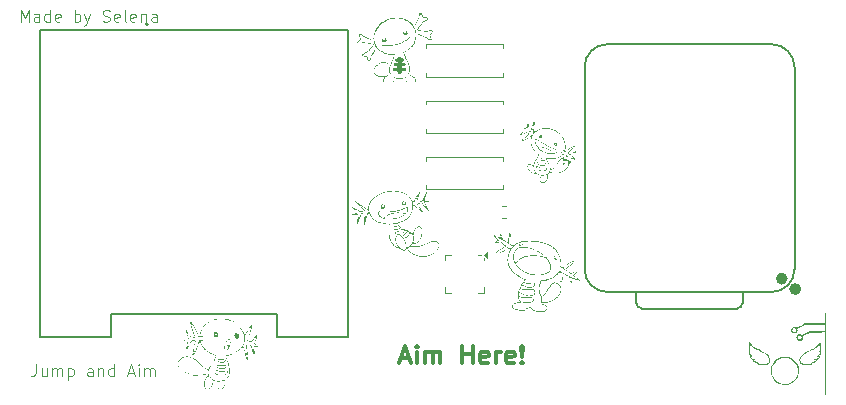
<source format=gbr>
%TF.GenerationSoftware,KiCad,Pcbnew,8.0.7*%
%TF.CreationDate,2025-07-29T16:18:33-04:00*%
%TF.ProjectId,hermes,6865726d-6573-42e6-9b69-6361645f7063,rev?*%
%TF.SameCoordinates,Original*%
%TF.FileFunction,Legend,Top*%
%TF.FilePolarity,Positive*%
%FSLAX46Y46*%
G04 Gerber Fmt 4.6, Leading zero omitted, Abs format (unit mm)*
G04 Created by KiCad (PCBNEW 8.0.7) date 2025-07-29 16:18:33*
%MOMM*%
%LPD*%
G01*
G04 APERTURE LIST*
%ADD10C,0.100000*%
%ADD11C,0.300000*%
%ADD12C,0.000000*%
%ADD13C,0.127000*%
%ADD14C,0.200000*%
%ADD15C,0.120000*%
%ADD16C,0.504000*%
G04 APERTURE END LIST*
D10*
X105303884Y-53872419D02*
X105303884Y-52872419D01*
X105303884Y-52872419D02*
X105637217Y-53586704D01*
X105637217Y-53586704D02*
X105970550Y-52872419D01*
X105970550Y-52872419D02*
X105970550Y-53872419D01*
X106875312Y-53872419D02*
X106875312Y-53348609D01*
X106875312Y-53348609D02*
X106827693Y-53253371D01*
X106827693Y-53253371D02*
X106732455Y-53205752D01*
X106732455Y-53205752D02*
X106541979Y-53205752D01*
X106541979Y-53205752D02*
X106446741Y-53253371D01*
X106875312Y-53824800D02*
X106780074Y-53872419D01*
X106780074Y-53872419D02*
X106541979Y-53872419D01*
X106541979Y-53872419D02*
X106446741Y-53824800D01*
X106446741Y-53824800D02*
X106399122Y-53729561D01*
X106399122Y-53729561D02*
X106399122Y-53634323D01*
X106399122Y-53634323D02*
X106446741Y-53539085D01*
X106446741Y-53539085D02*
X106541979Y-53491466D01*
X106541979Y-53491466D02*
X106780074Y-53491466D01*
X106780074Y-53491466D02*
X106875312Y-53443847D01*
X107780074Y-53872419D02*
X107780074Y-52872419D01*
X107780074Y-53824800D02*
X107684836Y-53872419D01*
X107684836Y-53872419D02*
X107494360Y-53872419D01*
X107494360Y-53872419D02*
X107399122Y-53824800D01*
X107399122Y-53824800D02*
X107351503Y-53777180D01*
X107351503Y-53777180D02*
X107303884Y-53681942D01*
X107303884Y-53681942D02*
X107303884Y-53396228D01*
X107303884Y-53396228D02*
X107351503Y-53300990D01*
X107351503Y-53300990D02*
X107399122Y-53253371D01*
X107399122Y-53253371D02*
X107494360Y-53205752D01*
X107494360Y-53205752D02*
X107684836Y-53205752D01*
X107684836Y-53205752D02*
X107780074Y-53253371D01*
X108637217Y-53824800D02*
X108541979Y-53872419D01*
X108541979Y-53872419D02*
X108351503Y-53872419D01*
X108351503Y-53872419D02*
X108256265Y-53824800D01*
X108256265Y-53824800D02*
X108208646Y-53729561D01*
X108208646Y-53729561D02*
X108208646Y-53348609D01*
X108208646Y-53348609D02*
X108256265Y-53253371D01*
X108256265Y-53253371D02*
X108351503Y-53205752D01*
X108351503Y-53205752D02*
X108541979Y-53205752D01*
X108541979Y-53205752D02*
X108637217Y-53253371D01*
X108637217Y-53253371D02*
X108684836Y-53348609D01*
X108684836Y-53348609D02*
X108684836Y-53443847D01*
X108684836Y-53443847D02*
X108208646Y-53539085D01*
X109875313Y-53872419D02*
X109875313Y-52872419D01*
X109875313Y-53253371D02*
X109970551Y-53205752D01*
X109970551Y-53205752D02*
X110161027Y-53205752D01*
X110161027Y-53205752D02*
X110256265Y-53253371D01*
X110256265Y-53253371D02*
X110303884Y-53300990D01*
X110303884Y-53300990D02*
X110351503Y-53396228D01*
X110351503Y-53396228D02*
X110351503Y-53681942D01*
X110351503Y-53681942D02*
X110303884Y-53777180D01*
X110303884Y-53777180D02*
X110256265Y-53824800D01*
X110256265Y-53824800D02*
X110161027Y-53872419D01*
X110161027Y-53872419D02*
X109970551Y-53872419D01*
X109970551Y-53872419D02*
X109875313Y-53824800D01*
X110684837Y-53205752D02*
X110922932Y-53872419D01*
X111161027Y-53205752D02*
X110922932Y-53872419D01*
X110922932Y-53872419D02*
X110827694Y-54110514D01*
X110827694Y-54110514D02*
X110780075Y-54158133D01*
X110780075Y-54158133D02*
X110684837Y-54205752D01*
X112256266Y-53824800D02*
X112399123Y-53872419D01*
X112399123Y-53872419D02*
X112637218Y-53872419D01*
X112637218Y-53872419D02*
X112732456Y-53824800D01*
X112732456Y-53824800D02*
X112780075Y-53777180D01*
X112780075Y-53777180D02*
X112827694Y-53681942D01*
X112827694Y-53681942D02*
X112827694Y-53586704D01*
X112827694Y-53586704D02*
X112780075Y-53491466D01*
X112780075Y-53491466D02*
X112732456Y-53443847D01*
X112732456Y-53443847D02*
X112637218Y-53396228D01*
X112637218Y-53396228D02*
X112446742Y-53348609D01*
X112446742Y-53348609D02*
X112351504Y-53300990D01*
X112351504Y-53300990D02*
X112303885Y-53253371D01*
X112303885Y-53253371D02*
X112256266Y-53158133D01*
X112256266Y-53158133D02*
X112256266Y-53062895D01*
X112256266Y-53062895D02*
X112303885Y-52967657D01*
X112303885Y-52967657D02*
X112351504Y-52920038D01*
X112351504Y-52920038D02*
X112446742Y-52872419D01*
X112446742Y-52872419D02*
X112684837Y-52872419D01*
X112684837Y-52872419D02*
X112827694Y-52920038D01*
X113637218Y-53824800D02*
X113541980Y-53872419D01*
X113541980Y-53872419D02*
X113351504Y-53872419D01*
X113351504Y-53872419D02*
X113256266Y-53824800D01*
X113256266Y-53824800D02*
X113208647Y-53729561D01*
X113208647Y-53729561D02*
X113208647Y-53348609D01*
X113208647Y-53348609D02*
X113256266Y-53253371D01*
X113256266Y-53253371D02*
X113351504Y-53205752D01*
X113351504Y-53205752D02*
X113541980Y-53205752D01*
X113541980Y-53205752D02*
X113637218Y-53253371D01*
X113637218Y-53253371D02*
X113684837Y-53348609D01*
X113684837Y-53348609D02*
X113684837Y-53443847D01*
X113684837Y-53443847D02*
X113208647Y-53539085D01*
X114256266Y-53872419D02*
X114161028Y-53824800D01*
X114161028Y-53824800D02*
X114113409Y-53729561D01*
X114113409Y-53729561D02*
X114113409Y-52872419D01*
X115018171Y-53824800D02*
X114922933Y-53872419D01*
X114922933Y-53872419D02*
X114732457Y-53872419D01*
X114732457Y-53872419D02*
X114637219Y-53824800D01*
X114637219Y-53824800D02*
X114589600Y-53729561D01*
X114589600Y-53729561D02*
X114589600Y-53348609D01*
X114589600Y-53348609D02*
X114637219Y-53253371D01*
X114637219Y-53253371D02*
X114732457Y-53205752D01*
X114732457Y-53205752D02*
X114922933Y-53205752D01*
X114922933Y-53205752D02*
X115018171Y-53253371D01*
X115018171Y-53253371D02*
X115065790Y-53348609D01*
X115065790Y-53348609D02*
X115065790Y-53443847D01*
X115065790Y-53443847D02*
X114589600Y-53539085D01*
X115494362Y-53205752D02*
X115494362Y-53872419D01*
X115494362Y-53300990D02*
X115541981Y-53253371D01*
X115541981Y-53253371D02*
X115637219Y-53205752D01*
X115637219Y-53205752D02*
X115780076Y-53205752D01*
X115780076Y-53205752D02*
X115875314Y-53253371D01*
X115875314Y-53253371D02*
X115922933Y-53348609D01*
X115922933Y-53348609D02*
X115922933Y-53872419D01*
X116827695Y-53872419D02*
X116827695Y-53348609D01*
X116827695Y-53348609D02*
X116780076Y-53253371D01*
X116780076Y-53253371D02*
X116684838Y-53205752D01*
X116684838Y-53205752D02*
X116494362Y-53205752D01*
X116494362Y-53205752D02*
X116399124Y-53253371D01*
X116827695Y-53824800D02*
X116732457Y-53872419D01*
X116732457Y-53872419D02*
X116494362Y-53872419D01*
X116494362Y-53872419D02*
X116399124Y-53824800D01*
X116399124Y-53824800D02*
X116351505Y-53729561D01*
X116351505Y-53729561D02*
X116351505Y-53634323D01*
X116351505Y-53634323D02*
X116399124Y-53539085D01*
X116399124Y-53539085D02*
X116494362Y-53491466D01*
X116494362Y-53491466D02*
X116732457Y-53491466D01*
X116732457Y-53491466D02*
X116827695Y-53443847D01*
X106589598Y-82872419D02*
X106589598Y-83586704D01*
X106589598Y-83586704D02*
X106541979Y-83729561D01*
X106541979Y-83729561D02*
X106446741Y-83824800D01*
X106446741Y-83824800D02*
X106303884Y-83872419D01*
X106303884Y-83872419D02*
X106208646Y-83872419D01*
X107494360Y-83205752D02*
X107494360Y-83872419D01*
X107065789Y-83205752D02*
X107065789Y-83729561D01*
X107065789Y-83729561D02*
X107113408Y-83824800D01*
X107113408Y-83824800D02*
X107208646Y-83872419D01*
X107208646Y-83872419D02*
X107351503Y-83872419D01*
X107351503Y-83872419D02*
X107446741Y-83824800D01*
X107446741Y-83824800D02*
X107494360Y-83777180D01*
X107970551Y-83872419D02*
X107970551Y-83205752D01*
X107970551Y-83300990D02*
X108018170Y-83253371D01*
X108018170Y-83253371D02*
X108113408Y-83205752D01*
X108113408Y-83205752D02*
X108256265Y-83205752D01*
X108256265Y-83205752D02*
X108351503Y-83253371D01*
X108351503Y-83253371D02*
X108399122Y-83348609D01*
X108399122Y-83348609D02*
X108399122Y-83872419D01*
X108399122Y-83348609D02*
X108446741Y-83253371D01*
X108446741Y-83253371D02*
X108541979Y-83205752D01*
X108541979Y-83205752D02*
X108684836Y-83205752D01*
X108684836Y-83205752D02*
X108780075Y-83253371D01*
X108780075Y-83253371D02*
X108827694Y-83348609D01*
X108827694Y-83348609D02*
X108827694Y-83872419D01*
X109303884Y-83205752D02*
X109303884Y-84205752D01*
X109303884Y-83253371D02*
X109399122Y-83205752D01*
X109399122Y-83205752D02*
X109589598Y-83205752D01*
X109589598Y-83205752D02*
X109684836Y-83253371D01*
X109684836Y-83253371D02*
X109732455Y-83300990D01*
X109732455Y-83300990D02*
X109780074Y-83396228D01*
X109780074Y-83396228D02*
X109780074Y-83681942D01*
X109780074Y-83681942D02*
X109732455Y-83777180D01*
X109732455Y-83777180D02*
X109684836Y-83824800D01*
X109684836Y-83824800D02*
X109589598Y-83872419D01*
X109589598Y-83872419D02*
X109399122Y-83872419D01*
X109399122Y-83872419D02*
X109303884Y-83824800D01*
X111399122Y-83872419D02*
X111399122Y-83348609D01*
X111399122Y-83348609D02*
X111351503Y-83253371D01*
X111351503Y-83253371D02*
X111256265Y-83205752D01*
X111256265Y-83205752D02*
X111065789Y-83205752D01*
X111065789Y-83205752D02*
X110970551Y-83253371D01*
X111399122Y-83824800D02*
X111303884Y-83872419D01*
X111303884Y-83872419D02*
X111065789Y-83872419D01*
X111065789Y-83872419D02*
X110970551Y-83824800D01*
X110970551Y-83824800D02*
X110922932Y-83729561D01*
X110922932Y-83729561D02*
X110922932Y-83634323D01*
X110922932Y-83634323D02*
X110970551Y-83539085D01*
X110970551Y-83539085D02*
X111065789Y-83491466D01*
X111065789Y-83491466D02*
X111303884Y-83491466D01*
X111303884Y-83491466D02*
X111399122Y-83443847D01*
X111875313Y-83205752D02*
X111875313Y-83872419D01*
X111875313Y-83300990D02*
X111922932Y-83253371D01*
X111922932Y-83253371D02*
X112018170Y-83205752D01*
X112018170Y-83205752D02*
X112161027Y-83205752D01*
X112161027Y-83205752D02*
X112256265Y-83253371D01*
X112256265Y-83253371D02*
X112303884Y-83348609D01*
X112303884Y-83348609D02*
X112303884Y-83872419D01*
X113208646Y-83872419D02*
X113208646Y-82872419D01*
X113208646Y-83824800D02*
X113113408Y-83872419D01*
X113113408Y-83872419D02*
X112922932Y-83872419D01*
X112922932Y-83872419D02*
X112827694Y-83824800D01*
X112827694Y-83824800D02*
X112780075Y-83777180D01*
X112780075Y-83777180D02*
X112732456Y-83681942D01*
X112732456Y-83681942D02*
X112732456Y-83396228D01*
X112732456Y-83396228D02*
X112780075Y-83300990D01*
X112780075Y-83300990D02*
X112827694Y-83253371D01*
X112827694Y-83253371D02*
X112922932Y-83205752D01*
X112922932Y-83205752D02*
X113113408Y-83205752D01*
X113113408Y-83205752D02*
X113208646Y-83253371D01*
X114399123Y-83586704D02*
X114875313Y-83586704D01*
X114303885Y-83872419D02*
X114637218Y-82872419D01*
X114637218Y-82872419D02*
X114970551Y-83872419D01*
X115303885Y-83872419D02*
X115303885Y-83205752D01*
X115303885Y-82872419D02*
X115256266Y-82920038D01*
X115256266Y-82920038D02*
X115303885Y-82967657D01*
X115303885Y-82967657D02*
X115351504Y-82920038D01*
X115351504Y-82920038D02*
X115303885Y-82872419D01*
X115303885Y-82872419D02*
X115303885Y-82967657D01*
X115780075Y-83872419D02*
X115780075Y-83205752D01*
X115780075Y-83300990D02*
X115827694Y-83253371D01*
X115827694Y-83253371D02*
X115922932Y-83205752D01*
X115922932Y-83205752D02*
X116065789Y-83205752D01*
X116065789Y-83205752D02*
X116161027Y-83253371D01*
X116161027Y-83253371D02*
X116208646Y-83348609D01*
X116208646Y-83348609D02*
X116208646Y-83872419D01*
X116208646Y-83348609D02*
X116256265Y-83253371D01*
X116256265Y-83253371D02*
X116351503Y-83205752D01*
X116351503Y-83205752D02*
X116494360Y-83205752D01*
X116494360Y-83205752D02*
X116589599Y-83253371D01*
X116589599Y-83253371D02*
X116637218Y-83348609D01*
X116637218Y-83348609D02*
X116637218Y-83872419D01*
D11*
X137483082Y-82372257D02*
X138197368Y-82372257D01*
X137340225Y-82800828D02*
X137840225Y-81300828D01*
X137840225Y-81300828D02*
X138340225Y-82800828D01*
X138840224Y-82800828D02*
X138840224Y-81800828D01*
X138840224Y-81300828D02*
X138768796Y-81372257D01*
X138768796Y-81372257D02*
X138840224Y-81443685D01*
X138840224Y-81443685D02*
X138911653Y-81372257D01*
X138911653Y-81372257D02*
X138840224Y-81300828D01*
X138840224Y-81300828D02*
X138840224Y-81443685D01*
X139554510Y-82800828D02*
X139554510Y-81800828D01*
X139554510Y-81943685D02*
X139625939Y-81872257D01*
X139625939Y-81872257D02*
X139768796Y-81800828D01*
X139768796Y-81800828D02*
X139983082Y-81800828D01*
X139983082Y-81800828D02*
X140125939Y-81872257D01*
X140125939Y-81872257D02*
X140197368Y-82015114D01*
X140197368Y-82015114D02*
X140197368Y-82800828D01*
X140197368Y-82015114D02*
X140268796Y-81872257D01*
X140268796Y-81872257D02*
X140411653Y-81800828D01*
X140411653Y-81800828D02*
X140625939Y-81800828D01*
X140625939Y-81800828D02*
X140768796Y-81872257D01*
X140768796Y-81872257D02*
X140840225Y-82015114D01*
X140840225Y-82015114D02*
X140840225Y-82800828D01*
X142697367Y-82800828D02*
X142697367Y-81300828D01*
X142697367Y-82015114D02*
X143554510Y-82015114D01*
X143554510Y-82800828D02*
X143554510Y-81300828D01*
X144840225Y-82729400D02*
X144697368Y-82800828D01*
X144697368Y-82800828D02*
X144411654Y-82800828D01*
X144411654Y-82800828D02*
X144268796Y-82729400D01*
X144268796Y-82729400D02*
X144197368Y-82586542D01*
X144197368Y-82586542D02*
X144197368Y-82015114D01*
X144197368Y-82015114D02*
X144268796Y-81872257D01*
X144268796Y-81872257D02*
X144411654Y-81800828D01*
X144411654Y-81800828D02*
X144697368Y-81800828D01*
X144697368Y-81800828D02*
X144840225Y-81872257D01*
X144840225Y-81872257D02*
X144911654Y-82015114D01*
X144911654Y-82015114D02*
X144911654Y-82157971D01*
X144911654Y-82157971D02*
X144197368Y-82300828D01*
X145554510Y-82800828D02*
X145554510Y-81800828D01*
X145554510Y-82086542D02*
X145625939Y-81943685D01*
X145625939Y-81943685D02*
X145697368Y-81872257D01*
X145697368Y-81872257D02*
X145840225Y-81800828D01*
X145840225Y-81800828D02*
X145983082Y-81800828D01*
X147054510Y-82729400D02*
X146911653Y-82800828D01*
X146911653Y-82800828D02*
X146625939Y-82800828D01*
X146625939Y-82800828D02*
X146483081Y-82729400D01*
X146483081Y-82729400D02*
X146411653Y-82586542D01*
X146411653Y-82586542D02*
X146411653Y-82015114D01*
X146411653Y-82015114D02*
X146483081Y-81872257D01*
X146483081Y-81872257D02*
X146625939Y-81800828D01*
X146625939Y-81800828D02*
X146911653Y-81800828D01*
X146911653Y-81800828D02*
X147054510Y-81872257D01*
X147054510Y-81872257D02*
X147125939Y-82015114D01*
X147125939Y-82015114D02*
X147125939Y-82157971D01*
X147125939Y-82157971D02*
X146411653Y-82300828D01*
X147768795Y-82657971D02*
X147840224Y-82729400D01*
X147840224Y-82729400D02*
X147768795Y-82800828D01*
X147768795Y-82800828D02*
X147697367Y-82729400D01*
X147697367Y-82729400D02*
X147768795Y-82657971D01*
X147768795Y-82657971D02*
X147768795Y-82800828D01*
X147768795Y-82229400D02*
X147697367Y-81372257D01*
X147697367Y-81372257D02*
X147768795Y-81300828D01*
X147768795Y-81300828D02*
X147840224Y-81372257D01*
X147840224Y-81372257D02*
X147768795Y-82229400D01*
X147768795Y-82229400D02*
X147768795Y-81300828D01*
D12*
%TO.C,G\u002A\u002A\u002A*%
G36*
X136957654Y-58793048D02*
G01*
X136957496Y-58806137D01*
X136950521Y-58823574D01*
X136946738Y-58829736D01*
X136911420Y-58873460D01*
X136866456Y-58913173D01*
X136810299Y-58950114D01*
X136768400Y-58972559D01*
X136711902Y-59000757D01*
X136617333Y-59000455D01*
X136522763Y-59000152D01*
X136601730Y-58973867D01*
X136695197Y-58938975D01*
X136779446Y-58899766D01*
X136852994Y-58857006D01*
X136911174Y-58814153D01*
X136929293Y-58800045D01*
X136943993Y-58790512D01*
X136950658Y-58787889D01*
X136957654Y-58793048D01*
G37*
G36*
X137826993Y-58808844D02*
G01*
X137834959Y-58816191D01*
X137859363Y-58838185D01*
X137894369Y-58862615D01*
X137937388Y-58888099D01*
X137985830Y-58913251D01*
X138037106Y-58936689D01*
X138088626Y-58957028D01*
X138115842Y-58966301D01*
X138146394Y-58976080D01*
X138173648Y-58984843D01*
X138193923Y-58991406D01*
X138201676Y-58993950D01*
X138203081Y-58996409D01*
X138191257Y-58998298D01*
X138166700Y-58999578D01*
X138129903Y-59000204D01*
X138128185Y-59000215D01*
X138037527Y-59000757D01*
X137984721Y-58972946D01*
X137955523Y-58956953D01*
X137926537Y-58940059D01*
X137903312Y-58925516D01*
X137900277Y-58923471D01*
X137874719Y-58904168D01*
X137849418Y-58881989D01*
X137826710Y-58859356D01*
X137808927Y-58838690D01*
X137798401Y-58822412D01*
X137796539Y-58815804D01*
X137801083Y-58804386D01*
X137812394Y-58802078D01*
X137826993Y-58808844D01*
G37*
G36*
X137901215Y-54615286D02*
G01*
X137944758Y-54626280D01*
X137983430Y-54646305D01*
X138013825Y-54673386D01*
X138022889Y-54685732D01*
X138044877Y-54731922D01*
X138054564Y-54780024D01*
X138052203Y-54827844D01*
X138038051Y-54873189D01*
X138012361Y-54913866D01*
X137994254Y-54932691D01*
X137953175Y-54961185D01*
X137907625Y-54977383D01*
X137859663Y-54980786D01*
X137822699Y-54974459D01*
X137777118Y-54955195D01*
X137739829Y-54926305D01*
X137711859Y-54889727D01*
X137694233Y-54847402D01*
X137687980Y-54801270D01*
X137694125Y-54753270D01*
X137698308Y-54739464D01*
X137709945Y-54705624D01*
X137714573Y-54727768D01*
X137727895Y-54762325D01*
X137750175Y-54788561D01*
X137778924Y-54805364D01*
X137811653Y-54811616D01*
X137845874Y-54806205D01*
X137867294Y-54796175D01*
X137897483Y-54771569D01*
X137915002Y-54741839D01*
X137920095Y-54710322D01*
X137917469Y-54682136D01*
X137907949Y-54658426D01*
X137889221Y-54633690D01*
X137886684Y-54630873D01*
X137868640Y-54611056D01*
X137901215Y-54615286D01*
G37*
G36*
X136142553Y-55248852D02*
G01*
X136168656Y-55259437D01*
X136195387Y-55274000D01*
X136217849Y-55290061D01*
X136225162Y-55297010D01*
X136254117Y-55336365D01*
X136270564Y-55379334D01*
X136275561Y-55426629D01*
X136270520Y-55473076D01*
X136254850Y-55512467D01*
X136227725Y-55546030D01*
X136188323Y-55574997D01*
X136169127Y-55585477D01*
X136128376Y-55600695D01*
X136085548Y-55607398D01*
X136044876Y-55605296D01*
X136014625Y-55596119D01*
X135982758Y-55575138D01*
X135953078Y-55544939D01*
X135929413Y-55509939D01*
X135918584Y-55485274D01*
X135909960Y-55438518D01*
X135914908Y-55390730D01*
X135929638Y-55349385D01*
X135944867Y-55316762D01*
X135949037Y-55348256D01*
X135959665Y-55386956D01*
X135979467Y-55416056D01*
X136007489Y-55434733D01*
X136042779Y-55442165D01*
X136057610Y-55441891D01*
X136093757Y-55433350D01*
X136123769Y-55414929D01*
X136145769Y-55388877D01*
X136157880Y-55357443D01*
X136158224Y-55322876D01*
X136158000Y-55321638D01*
X136150586Y-55302053D01*
X136137018Y-55280190D01*
X136129601Y-55271085D01*
X136116061Y-55255700D01*
X136111103Y-55247871D01*
X136113995Y-55245062D01*
X136121977Y-55244728D01*
X136142553Y-55248852D01*
G37*
G36*
X138249777Y-58358210D02*
G01*
X138288914Y-58366415D01*
X138333299Y-58380360D01*
X138380944Y-58399314D01*
X138429862Y-58422544D01*
X138478067Y-58449320D01*
X138523570Y-58478909D01*
X138534712Y-58486972D01*
X138569953Y-58515333D01*
X138607150Y-58549107D01*
X138643519Y-58585423D01*
X138676273Y-58621410D01*
X138702628Y-58654197D01*
X138715682Y-58673544D01*
X138741893Y-58720725D01*
X138759643Y-58761877D01*
X138770135Y-58800728D01*
X138774572Y-58841007D01*
X138774920Y-58857042D01*
X138774403Y-58888089D01*
X138771969Y-58910641D01*
X138766537Y-58929911D01*
X138757023Y-58951111D01*
X138754245Y-58956609D01*
X138733443Y-58997324D01*
X138672359Y-58999326D01*
X138611274Y-59001327D01*
X138644806Y-58978725D01*
X138677215Y-58950737D01*
X138698821Y-58916926D01*
X138710489Y-58875487D01*
X138713247Y-58835622D01*
X138712714Y-58809988D01*
X138710302Y-58789703D01*
X138704795Y-58770185D01*
X138694974Y-58746854D01*
X138683082Y-58722138D01*
X138665416Y-58688850D01*
X138647141Y-58661116D01*
X138624749Y-58634177D01*
X138597248Y-58605761D01*
X138528076Y-58545364D01*
X138450041Y-58491395D01*
X138366297Y-58445593D01*
X138279999Y-58409698D01*
X138199959Y-58386674D01*
X138184572Y-58380493D01*
X138182625Y-58372189D01*
X138194252Y-58362459D01*
X138195192Y-58361948D01*
X138217873Y-58356477D01*
X138249777Y-58358210D01*
G37*
G36*
X137906049Y-58547630D02*
G01*
X137900727Y-58559078D01*
X137895808Y-58566497D01*
X137882561Y-58579428D01*
X137859675Y-58595841D01*
X137830187Y-58613929D01*
X137797132Y-58631887D01*
X137763546Y-58647907D01*
X137748103Y-58654388D01*
X137708591Y-58669731D01*
X137676394Y-58681099D01*
X137646273Y-58690085D01*
X137612989Y-58698280D01*
X137580238Y-58705405D01*
X137541069Y-58711844D01*
X137492583Y-58717055D01*
X137438554Y-58720887D01*
X137382752Y-58723187D01*
X137328951Y-58723804D01*
X137280922Y-58722586D01*
X137242437Y-58719380D01*
X137240335Y-58719096D01*
X137168714Y-58706533D01*
X137098891Y-58689362D01*
X137033196Y-58668430D01*
X136973955Y-58644583D01*
X136923499Y-58618669D01*
X136884156Y-58591535D01*
X136880162Y-58588123D01*
X136862766Y-58570636D01*
X136856874Y-58559311D01*
X136861698Y-58554188D01*
X136876449Y-58555303D01*
X136900339Y-58562697D01*
X136932580Y-58576407D01*
X136949750Y-58584721D01*
X137008030Y-58611373D01*
X137065638Y-58632123D01*
X137125256Y-58647501D01*
X137189569Y-58658040D01*
X137261260Y-58664272D01*
X137343012Y-58666728D01*
X137363936Y-58666815D01*
X137440145Y-58665672D01*
X137506180Y-58661779D01*
X137565444Y-58654442D01*
X137621340Y-58642966D01*
X137677274Y-58626659D01*
X137736648Y-58604825D01*
X137800650Y-58577753D01*
X137842457Y-58559710D01*
X137872962Y-58547787D01*
X137893105Y-58541873D01*
X137903821Y-58541858D01*
X137906049Y-58547630D01*
G37*
G36*
X136904072Y-56766974D02*
G01*
X136907391Y-56771683D01*
X136912298Y-56782447D01*
X136914527Y-56796533D01*
X136913796Y-56814796D01*
X136909823Y-56838093D01*
X136902324Y-56867277D01*
X136891017Y-56903204D01*
X136875619Y-56946730D01*
X136855847Y-56998709D01*
X136831418Y-57059998D01*
X136802051Y-57131451D01*
X136767462Y-57213923D01*
X136739150Y-57280644D01*
X136700540Y-57372687D01*
X136667753Y-57454133D01*
X136640292Y-57526578D01*
X136617661Y-57591617D01*
X136599362Y-57650847D01*
X136584899Y-57705864D01*
X136573775Y-57758262D01*
X136565493Y-57809639D01*
X136560100Y-57855912D01*
X136556077Y-57955932D01*
X136564338Y-58051294D01*
X136585193Y-58144064D01*
X136616072Y-58229618D01*
X136627461Y-58257089D01*
X136636455Y-58280085D01*
X136641877Y-58295527D01*
X136642930Y-58300002D01*
X136638927Y-58307191D01*
X136628114Y-58304532D01*
X136612288Y-58292878D01*
X136598163Y-58278699D01*
X136568540Y-58237469D01*
X136543247Y-58185246D01*
X136522783Y-58124225D01*
X136507645Y-58056600D01*
X136498331Y-57984567D01*
X136495340Y-57910321D01*
X136498744Y-57840399D01*
X136506321Y-57780303D01*
X136518132Y-57717369D01*
X136534568Y-57650415D01*
X136556021Y-57578258D01*
X136582884Y-57499716D01*
X136615549Y-57413608D01*
X136654408Y-57318749D01*
X136699852Y-57213959D01*
X136725360Y-57157043D01*
X136764423Y-57069357D01*
X136798044Y-56991069D01*
X136825925Y-56922895D01*
X136847773Y-56865553D01*
X136859765Y-56830874D01*
X136871632Y-56796178D01*
X136881051Y-56773615D01*
X136888967Y-56762010D01*
X136896325Y-56760188D01*
X136904072Y-56766974D01*
G37*
G36*
X137781037Y-56603938D02*
G01*
X137787937Y-56608734D01*
X137796030Y-56617035D01*
X137805445Y-56631515D01*
X137816899Y-56653626D01*
X137831109Y-56684823D01*
X137848793Y-56726560D01*
X137862250Y-56759440D01*
X137880435Y-56802643D01*
X137903474Y-56854814D01*
X137929882Y-56912741D01*
X137958175Y-56973208D01*
X137986866Y-57033002D01*
X138014205Y-57088376D01*
X138054743Y-57169900D01*
X138089210Y-57241162D01*
X138118280Y-57303867D01*
X138142629Y-57359714D01*
X138162929Y-57410407D01*
X138179856Y-57457647D01*
X138194083Y-57503137D01*
X138206284Y-57548579D01*
X138217134Y-57595676D01*
X138219429Y-57606535D01*
X138235873Y-57701864D01*
X138245396Y-57795316D01*
X138248149Y-57885474D01*
X138244282Y-57970925D01*
X138233947Y-58050255D01*
X138217294Y-58122047D01*
X138194475Y-58184889D01*
X138165640Y-58237365D01*
X138149893Y-58258235D01*
X138134221Y-58274489D01*
X138124374Y-58278682D01*
X138119782Y-58270903D01*
X138119275Y-58263053D01*
X138121588Y-58248902D01*
X138127725Y-58226278D01*
X138136481Y-58199492D01*
X138138932Y-58192669D01*
X138154047Y-58149304D01*
X138165487Y-58110565D01*
X138173733Y-58073266D01*
X138179267Y-58034218D01*
X138182573Y-57990234D01*
X138184131Y-57938125D01*
X138184443Y-57891782D01*
X138183078Y-57814083D01*
X138178580Y-57741017D01*
X138170459Y-57670879D01*
X138158227Y-57601970D01*
X138141394Y-57532586D01*
X138119471Y-57461025D01*
X138091969Y-57385585D01*
X138058398Y-57304565D01*
X138018270Y-57216261D01*
X137971096Y-57118973D01*
X137950606Y-57078076D01*
X137910105Y-56996884D01*
X137875834Y-56925954D01*
X137847094Y-56863688D01*
X137823188Y-56808487D01*
X137803420Y-56758755D01*
X137787091Y-56712893D01*
X137776297Y-56678791D01*
X137766058Y-56641794D01*
X137761276Y-56616635D01*
X137762087Y-56602488D01*
X137768628Y-56598531D01*
X137781037Y-56603938D01*
G37*
G36*
X138289906Y-54978259D02*
G01*
X138300386Y-54986340D01*
X138303358Y-55003877D01*
X138298961Y-55028917D01*
X138287332Y-55059508D01*
X138283580Y-55067263D01*
X138234865Y-55150230D01*
X138173230Y-55231805D01*
X138099462Y-55311429D01*
X138014349Y-55388544D01*
X137918678Y-55462591D01*
X137813238Y-55533014D01*
X137698816Y-55599254D01*
X137576199Y-55660752D01*
X137446175Y-55716952D01*
X137309533Y-55767294D01*
X137283102Y-55776080D01*
X137162859Y-55811822D01*
X137032418Y-55844053D01*
X136895014Y-55872116D01*
X136753885Y-55895356D01*
X136612264Y-55913116D01*
X136601730Y-55914207D01*
X136563842Y-55917445D01*
X136517341Y-55920439D01*
X136465099Y-55923098D01*
X136409983Y-55925329D01*
X136354866Y-55927041D01*
X136302616Y-55928141D01*
X136256104Y-55928536D01*
X136218201Y-55928136D01*
X136196594Y-55927220D01*
X136130476Y-55921553D01*
X136068251Y-55913898D01*
X136011461Y-55904598D01*
X135961647Y-55893999D01*
X135920352Y-55882446D01*
X135889118Y-55870284D01*
X135869486Y-55857858D01*
X135865379Y-55853125D01*
X135859565Y-55837911D01*
X135865403Y-55828523D01*
X135881996Y-55825204D01*
X135908449Y-55828198D01*
X135933662Y-55834566D01*
X136002360Y-55851174D01*
X136082320Y-55863875D01*
X136171619Y-55872605D01*
X136268335Y-55877300D01*
X136370545Y-55877895D01*
X136476326Y-55874326D01*
X136583756Y-55866529D01*
X136656664Y-55858791D01*
X136702374Y-55852499D01*
X136758054Y-55843573D01*
X136820338Y-55832654D01*
X136885858Y-55820382D01*
X136951248Y-55807397D01*
X137013140Y-55794339D01*
X137068167Y-55781849D01*
X137092381Y-55775935D01*
X137229843Y-55737145D01*
X137363387Y-55691267D01*
X137492067Y-55638910D01*
X137614939Y-55580682D01*
X137731057Y-55517192D01*
X137839477Y-55449050D01*
X137939253Y-55376866D01*
X138029440Y-55301247D01*
X138109093Y-55222804D01*
X138177266Y-55142145D01*
X138233016Y-55059881D01*
X138249941Y-55029840D01*
X138266239Y-55001244D01*
X138278571Y-54984409D01*
X138287790Y-54978233D01*
X138289906Y-54978259D01*
G37*
G36*
X136082097Y-57289413D02*
G01*
X136149683Y-57296904D01*
X136214920Y-57309167D01*
X136275920Y-57325694D01*
X136330794Y-57345975D01*
X136377653Y-57369501D01*
X136414608Y-57395763D01*
X136439201Y-57423362D01*
X136453261Y-57448036D01*
X136457393Y-57463244D01*
X136451688Y-57468916D01*
X136436233Y-57464981D01*
X136411117Y-57451370D01*
X136406968Y-57448773D01*
X136321889Y-57402824D01*
X136231464Y-57369075D01*
X136136889Y-57347653D01*
X136039361Y-57338682D01*
X135940076Y-57342289D01*
X135840230Y-57358598D01*
X135760587Y-57380932D01*
X135672667Y-57416891D01*
X135589033Y-57463957D01*
X135511005Y-57520761D01*
X135439900Y-57585933D01*
X135377039Y-57658105D01*
X135323741Y-57735907D01*
X135281323Y-57817969D01*
X135251107Y-57902923D01*
X135248586Y-57912382D01*
X135237634Y-57970241D01*
X135233350Y-58030082D01*
X135235731Y-58087655D01*
X135244775Y-58138711D01*
X135248683Y-58151806D01*
X135274957Y-58209265D01*
X135313885Y-58262581D01*
X135364840Y-58311118D01*
X135427197Y-58354240D01*
X135470884Y-58377770D01*
X135546388Y-58410686D01*
X135626494Y-58437509D01*
X135712854Y-58458568D01*
X135807120Y-58474193D01*
X135910944Y-58484713D01*
X136025977Y-58490460D01*
X136036478Y-58490743D01*
X136181931Y-58494415D01*
X136278944Y-58445061D01*
X136318649Y-58425259D01*
X136348502Y-58411436D01*
X136370587Y-58402781D01*
X136386991Y-58398486D01*
X136399801Y-58397741D01*
X136400762Y-58397813D01*
X136420138Y-58401332D01*
X136426373Y-58407614D01*
X136419416Y-58416852D01*
X136399215Y-58429237D01*
X136391410Y-58433182D01*
X136318735Y-58474665D01*
X136249334Y-58525505D01*
X136185381Y-58583557D01*
X136129047Y-58646679D01*
X136082507Y-58712727D01*
X136053832Y-58766133D01*
X136041797Y-58801991D01*
X136036051Y-58840769D01*
X136036801Y-58877914D01*
X136044253Y-58908873D01*
X136047086Y-58914923D01*
X136068555Y-58944199D01*
X136100017Y-58972212D01*
X136121060Y-58986298D01*
X136145093Y-59000706D01*
X136086206Y-59000732D01*
X136056773Y-59000354D01*
X136037623Y-58998708D01*
X136025319Y-58995066D01*
X136016420Y-58988703D01*
X136013112Y-58985307D01*
X135985746Y-58945717D01*
X135969860Y-58899733D01*
X135965522Y-58848605D01*
X135972801Y-58793581D01*
X135991768Y-58735912D01*
X135998470Y-58720960D01*
X136011690Y-58696912D01*
X136030474Y-58667681D01*
X136052288Y-58636732D01*
X136074598Y-58607529D01*
X136094872Y-58583538D01*
X136109568Y-58569030D01*
X136118852Y-58558930D01*
X136121060Y-58553580D01*
X136114623Y-58551313D01*
X136097028Y-58549425D01*
X136070850Y-58548095D01*
X136038662Y-58547502D01*
X136033509Y-58547488D01*
X135989709Y-58546563D01*
X135939245Y-58544110D01*
X135889054Y-58540530D01*
X135854319Y-58537184D01*
X135755185Y-58523859D01*
X135667073Y-58507008D01*
X135587577Y-58485983D01*
X135514291Y-58460132D01*
X135444806Y-58428805D01*
X135435149Y-58423896D01*
X135360864Y-58380113D01*
X135299384Y-58331745D01*
X135250424Y-58278371D01*
X135213703Y-58219569D01*
X135188936Y-58154919D01*
X135175840Y-58083997D01*
X135173452Y-58034251D01*
X135180254Y-57946134D01*
X135200464Y-57859529D01*
X135233789Y-57774997D01*
X135279939Y-57693101D01*
X135338621Y-57614401D01*
X135409542Y-57539459D01*
X135449712Y-57503392D01*
X135539477Y-57435658D01*
X135635088Y-57380328D01*
X135736215Y-57337542D01*
X135842530Y-57307442D01*
X135947432Y-57290786D01*
X136014050Y-57287204D01*
X136082097Y-57289413D01*
G37*
G36*
X137402869Y-56813264D02*
G01*
X137435035Y-56827143D01*
X137462849Y-56851779D01*
X137484796Y-56886179D01*
X137499360Y-56929351D01*
X137499912Y-56931935D01*
X137505298Y-56957908D01*
X137556501Y-56962911D01*
X137598236Y-56969440D01*
X137639842Y-56980220D01*
X137676944Y-56993867D01*
X137705168Y-57008998D01*
X137707531Y-57010686D01*
X137733160Y-57037671D01*
X137747346Y-57072204D01*
X137750434Y-57102149D01*
X137744547Y-57143310D01*
X137726887Y-57177400D01*
X137697455Y-57204419D01*
X137656252Y-57224366D01*
X137609109Y-57236270D01*
X137562478Y-57244390D01*
X137564491Y-57289984D01*
X137566504Y-57335578D01*
X137652338Y-57339972D01*
X137710224Y-57344544D01*
X137756755Y-57352019D01*
X137794101Y-57362905D01*
X137824431Y-57377711D01*
X137830849Y-57381864D01*
X137856340Y-57402408D01*
X137872397Y-57424657D01*
X137881100Y-57452635D01*
X137884331Y-57485277D01*
X137883236Y-57523236D01*
X137875557Y-57554559D01*
X137860221Y-57580009D01*
X137836155Y-57600348D01*
X137802286Y-57616341D01*
X137757539Y-57628749D01*
X137700842Y-57638335D01*
X137662638Y-57642843D01*
X137631087Y-57646549D01*
X137605409Y-57650354D01*
X137588171Y-57653819D01*
X137581937Y-57656507D01*
X137581954Y-57656597D01*
X137582815Y-57665611D01*
X137583432Y-57684333D01*
X137583671Y-57708736D01*
X137583671Y-57709110D01*
X137583671Y-57756474D01*
X137678089Y-57761303D01*
X137749045Y-57766386D01*
X137807539Y-57774002D01*
X137854684Y-57784606D01*
X137891594Y-57798656D01*
X137919381Y-57816604D01*
X137939159Y-57838907D01*
X137952041Y-57866019D01*
X137954509Y-57874327D01*
X137959173Y-57915698D01*
X137952520Y-57956908D01*
X137943904Y-57978138D01*
X137927343Y-58002938D01*
X137904940Y-58023191D01*
X137875386Y-58039336D01*
X137837373Y-58051809D01*
X137789593Y-58061047D01*
X137730737Y-58067490D01*
X137665304Y-58071340D01*
X137558103Y-58075799D01*
X137546806Y-58127991D01*
X137529689Y-58184692D01*
X137505444Y-58230594D01*
X137474502Y-58265267D01*
X137437293Y-58288279D01*
X137394245Y-58299201D01*
X137374928Y-58300083D01*
X137349618Y-58297167D01*
X137325119Y-58290399D01*
X137322736Y-58289420D01*
X137285365Y-58265886D01*
X137253691Y-58230495D01*
X137228327Y-58184149D01*
X137209888Y-58127748D01*
X137208440Y-58121552D01*
X137197645Y-58073750D01*
X137139752Y-58073750D01*
X137086987Y-58072236D01*
X137033123Y-58068009D01*
X136981996Y-58061540D01*
X136937440Y-58053301D01*
X136907299Y-58045158D01*
X136862944Y-58026379D01*
X136830995Y-58003304D01*
X136810486Y-57974772D01*
X136800453Y-57939623D01*
X136799058Y-57914953D01*
X136803143Y-57877046D01*
X136815175Y-57845271D01*
X136835949Y-57819194D01*
X136866258Y-57798385D01*
X136906895Y-57782410D01*
X136958654Y-57770837D01*
X137022326Y-57763235D01*
X137084117Y-57759656D01*
X137185401Y-57755886D01*
X137185401Y-57706203D01*
X137185401Y-57656521D01*
X137111584Y-57651501D01*
X137043723Y-57643840D01*
X136987915Y-57630763D01*
X136943482Y-57612006D01*
X136909749Y-57587306D01*
X136892012Y-57566151D01*
X136882660Y-57548678D01*
X136877862Y-57528467D01*
X136876429Y-57500302D01*
X136876425Y-57497647D01*
X136879618Y-57459443D01*
X136890522Y-57429686D01*
X136911200Y-57404302D01*
X136932384Y-57387106D01*
X136962654Y-57369201D01*
X136998631Y-57355931D01*
X137042618Y-57346714D01*
X137096919Y-57340966D01*
X137120167Y-57339599D01*
X137202568Y-57335578D01*
X137204576Y-57290201D01*
X137206585Y-57244824D01*
X137173676Y-57240354D01*
X137116597Y-57227543D01*
X137070060Y-57206068D01*
X137049529Y-57191035D01*
X137023193Y-57160872D01*
X137009740Y-57126128D01*
X137008663Y-57087489D01*
X137019481Y-57049213D01*
X137042249Y-57016860D01*
X137076332Y-56990851D01*
X137121097Y-56971606D01*
X137175911Y-56959546D01*
X137206223Y-56956388D01*
X137257944Y-56952717D01*
X137269533Y-56914112D01*
X137284153Y-56874230D01*
X137301109Y-56845938D01*
X137321820Y-56827122D01*
X137331546Y-56821741D01*
X137367868Y-56811132D01*
X137402869Y-56813264D01*
G37*
G36*
X137198817Y-53523018D02*
G01*
X137270138Y-53525630D01*
X137337521Y-53529559D01*
X137397767Y-53534717D01*
X137447675Y-53541017D01*
X137449770Y-53541349D01*
X137604070Y-53572365D01*
X137753107Y-53614951D01*
X137896017Y-53668726D01*
X138031937Y-53733306D01*
X138160004Y-53808309D01*
X138279355Y-53893352D01*
X138321844Y-53927885D01*
X138415469Y-54014383D01*
X138500891Y-54108770D01*
X138576297Y-54208851D01*
X138639874Y-54312431D01*
X138640966Y-54314437D01*
X138666275Y-54362353D01*
X138686556Y-54404316D01*
X138703701Y-54444886D01*
X138719602Y-54488625D01*
X138736153Y-54540094D01*
X138740492Y-54554301D01*
X138757296Y-54612203D01*
X138770400Y-54663996D01*
X138780226Y-54712833D01*
X138787196Y-54761867D01*
X138791731Y-54814249D01*
X138794254Y-54873133D01*
X138795187Y-54941671D01*
X138795220Y-54963126D01*
X138794946Y-55023268D01*
X138794101Y-55071993D01*
X138792565Y-55111612D01*
X138790216Y-55144432D01*
X138786935Y-55172765D01*
X138783037Y-55196594D01*
X138753910Y-55329997D01*
X138717605Y-55453831D01*
X138673292Y-55570707D01*
X138641953Y-55639744D01*
X138571034Y-55771261D01*
X138489397Y-55894757D01*
X138397639Y-56009623D01*
X138296356Y-56115251D01*
X138186144Y-56211034D01*
X138067599Y-56296364D01*
X137941318Y-56370632D01*
X137908846Y-56387281D01*
X137847784Y-56416587D01*
X137793970Y-56440141D01*
X137748212Y-56457677D01*
X137711319Y-56468929D01*
X137684101Y-56473631D01*
X137667368Y-56471517D01*
X137663255Y-56467936D01*
X137664878Y-56458304D01*
X137678703Y-56445352D01*
X137703782Y-56429726D01*
X137739171Y-56412074D01*
X137755705Y-56404719D01*
X137879907Y-56343853D01*
X138000219Y-56270709D01*
X138115376Y-56186488D01*
X138224112Y-56092391D01*
X138325164Y-55989621D01*
X138417266Y-55879378D01*
X138499153Y-55762865D01*
X138569561Y-55641284D01*
X138579231Y-55622331D01*
X138629619Y-55511037D01*
X138670806Y-55395901D01*
X138703818Y-55273801D01*
X138721283Y-55189727D01*
X138726698Y-55150387D01*
X138730649Y-55100685D01*
X138733139Y-55043852D01*
X138734167Y-54983118D01*
X138733734Y-54921714D01*
X138731843Y-54862869D01*
X138728493Y-54809815D01*
X138723686Y-54765781D01*
X138721140Y-54750257D01*
X138701097Y-54655803D01*
X138678030Y-54571345D01*
X138650760Y-54493270D01*
X138618111Y-54417964D01*
X138602525Y-54386321D01*
X138539279Y-54277029D01*
X138464344Y-54173928D01*
X138378516Y-54077496D01*
X138282596Y-53988210D01*
X138177381Y-53906547D01*
X138063669Y-53832985D01*
X137942260Y-53768003D01*
X137813951Y-53712076D01*
X137679541Y-53665683D01*
X137539828Y-53629302D01*
X137395612Y-53603409D01*
X137271235Y-53590089D01*
X137216810Y-53587392D01*
X137153382Y-53586443D01*
X137085150Y-53587136D01*
X137016314Y-53589361D01*
X136951074Y-53593012D01*
X136893628Y-53597979D01*
X136873667Y-53600324D01*
X136704522Y-53628275D01*
X136543190Y-53667465D01*
X136389495Y-53717964D01*
X136243263Y-53779839D01*
X136104320Y-53853159D01*
X135972490Y-53937991D01*
X135931194Y-53968018D01*
X135813350Y-54064180D01*
X135704785Y-54168999D01*
X135606047Y-54281590D01*
X135517685Y-54401069D01*
X135440246Y-54526552D01*
X135374278Y-54657155D01*
X135320331Y-54791994D01*
X135278952Y-54930185D01*
X135251803Y-55063633D01*
X135244501Y-55126181D01*
X135240357Y-55197612D01*
X135239334Y-55273526D01*
X135241396Y-55349521D01*
X135246507Y-55421197D01*
X135254632Y-55484151D01*
X135255261Y-55487820D01*
X135277865Y-55591765D01*
X135308751Y-55694273D01*
X135346734Y-55792187D01*
X135390630Y-55882350D01*
X135425127Y-55940536D01*
X135499508Y-56043133D01*
X135585304Y-56139216D01*
X135681527Y-56228167D01*
X135787188Y-56309367D01*
X135901301Y-56382199D01*
X136022876Y-56446045D01*
X136150926Y-56500287D01*
X136284463Y-56544306D01*
X136422498Y-56577486D01*
X136452635Y-56583138D01*
X136503544Y-56591720D01*
X136550827Y-56598471D01*
X136597076Y-56603555D01*
X136644881Y-56607136D01*
X136696832Y-56609378D01*
X136755520Y-56610446D01*
X136823536Y-56610502D01*
X136877531Y-56610034D01*
X136929160Y-56609625D01*
X136976346Y-56609600D01*
X137017339Y-56609930D01*
X137050390Y-56610591D01*
X137073750Y-56611554D01*
X137085669Y-56612793D01*
X137086767Y-56613229D01*
X137088012Y-56621004D01*
X137076988Y-56628534D01*
X137055159Y-56635676D01*
X137023987Y-56642286D01*
X136984936Y-56648221D01*
X136939471Y-56653338D01*
X136889054Y-56657493D01*
X136835150Y-56660542D01*
X136779221Y-56662344D01*
X136722732Y-56662754D01*
X136667147Y-56661629D01*
X136618140Y-56659120D01*
X136470125Y-56643198D01*
X136324761Y-56616096D01*
X136183575Y-56578307D01*
X136048093Y-56530324D01*
X135919842Y-56472639D01*
X135800349Y-56405745D01*
X135767423Y-56384609D01*
X135657925Y-56304828D01*
X135558551Y-56217384D01*
X135469898Y-56122972D01*
X135392559Y-56022287D01*
X135327128Y-55916023D01*
X135276403Y-55810211D01*
X135232128Y-55690157D01*
X135199851Y-55570548D01*
X135178567Y-55447409D01*
X135173612Y-55403585D01*
X135166722Y-55264913D01*
X135173118Y-55126187D01*
X135192382Y-54988238D01*
X135224093Y-54851895D01*
X135267834Y-54717988D01*
X135323185Y-54587347D01*
X135389728Y-54460802D01*
X135467043Y-54339183D01*
X135554712Y-54223320D01*
X135652316Y-54114042D01*
X135759435Y-54012179D01*
X135875651Y-53918561D01*
X135949392Y-53866815D01*
X136073832Y-53791365D01*
X136207975Y-53723651D01*
X136349716Y-53664397D01*
X136496951Y-53614323D01*
X136647574Y-53574152D01*
X136799481Y-53544607D01*
X136938174Y-53527465D01*
X136993238Y-53523945D01*
X137057167Y-53522088D01*
X137126760Y-53521808D01*
X137198817Y-53523018D01*
G37*
G36*
X139158001Y-53095389D02*
G01*
X139188167Y-53108196D01*
X139219171Y-53132493D01*
X139250422Y-53167615D01*
X139281328Y-53212897D01*
X139311298Y-53267675D01*
X139339740Y-53331285D01*
X139365930Y-53402663D01*
X139391557Y-53479914D01*
X139486225Y-53479914D01*
X139563413Y-53481740D01*
X139628239Y-53487343D01*
X139681596Y-53496916D01*
X139724378Y-53510648D01*
X139757481Y-53528730D01*
X139772122Y-53540825D01*
X139788704Y-53565099D01*
X139793078Y-53593276D01*
X139785951Y-53624589D01*
X139768028Y-53658268D01*
X139740016Y-53693544D01*
X139702621Y-53729647D01*
X139656548Y-53765807D01*
X139602504Y-53801257D01*
X139541195Y-53835226D01*
X139473327Y-53866944D01*
X139472483Y-53867305D01*
X139450481Y-53876905D01*
X139431740Y-53885993D01*
X139414860Y-53895863D01*
X139398442Y-53907806D01*
X139381087Y-53923117D01*
X139361394Y-53943089D01*
X139337964Y-53969015D01*
X139309398Y-54002188D01*
X139274296Y-54043903D01*
X139250335Y-54072585D01*
X139184173Y-54152301D01*
X139124051Y-54225616D01*
X139070331Y-54292063D01*
X139023374Y-54351174D01*
X138983542Y-54402480D01*
X138951196Y-54445514D01*
X138926699Y-54479808D01*
X138910410Y-54504893D01*
X138902692Y-54520303D01*
X138902081Y-54523445D01*
X138902624Y-54528651D01*
X138905270Y-54533118D01*
X138911541Y-54537290D01*
X138922964Y-54541611D01*
X138941062Y-54546524D01*
X138967360Y-54552474D01*
X139003382Y-54559906D01*
X139050653Y-54569262D01*
X139077183Y-54574449D01*
X139193659Y-54596493D01*
X139305751Y-54616342D01*
X139411340Y-54633652D01*
X139508309Y-54648078D01*
X139594540Y-54659276D01*
X139608981Y-54660948D01*
X139673371Y-54668242D01*
X139763247Y-54637545D01*
X139827262Y-54616891D01*
X139882371Y-54602004D01*
X139931811Y-54592236D01*
X139978819Y-54586939D01*
X140023255Y-54585456D01*
X140077986Y-54587998D01*
X140121024Y-54595829D01*
X140153471Y-54609258D01*
X140176082Y-54628174D01*
X140187642Y-54644417D01*
X140192099Y-54660273D01*
X140191376Y-54682598D01*
X140191370Y-54682662D01*
X140186164Y-54708575D01*
X140174833Y-54736006D01*
X140156424Y-54766339D01*
X140129985Y-54800958D01*
X140094563Y-54841247D01*
X140050541Y-54887235D01*
X140022068Y-54916301D01*
X139997240Y-54941965D01*
X139977550Y-54962657D01*
X139964494Y-54976806D01*
X139959564Y-54982842D01*
X139959556Y-54982891D01*
X139963034Y-54989848D01*
X139972199Y-55005104D01*
X139985153Y-55025511D01*
X139986693Y-55027881D01*
X140018599Y-55082102D01*
X140044922Y-55137398D01*
X140065447Y-55192268D01*
X140079961Y-55245213D01*
X140088253Y-55294733D01*
X140090108Y-55339328D01*
X140085314Y-55377498D01*
X140073657Y-55407745D01*
X140054925Y-55428568D01*
X140044428Y-55434341D01*
X140006261Y-55442873D01*
X139962413Y-55439022D01*
X139934617Y-55431168D01*
X139895776Y-55414827D01*
X139855574Y-55391745D01*
X139811959Y-55360559D01*
X139762876Y-55319905D01*
X139750184Y-55308703D01*
X139721831Y-55284166D01*
X139694620Y-55261933D01*
X139671371Y-55244223D01*
X139654907Y-55233257D01*
X139653026Y-55232244D01*
X139631588Y-55222315D01*
X139598874Y-55208443D01*
X139556556Y-55191267D01*
X139506303Y-55171426D01*
X139449786Y-55149559D01*
X139388676Y-55126304D01*
X139324644Y-55102302D01*
X139259360Y-55078190D01*
X139194496Y-55054607D01*
X139131721Y-55032193D01*
X139108929Y-55024173D01*
X139050675Y-55002747D01*
X139005189Y-54983654D01*
X138971776Y-54966508D01*
X138949741Y-54950919D01*
X138938392Y-54936501D01*
X138936415Y-54927728D01*
X138942087Y-54917718D01*
X138959057Y-54915408D01*
X138987253Y-54920788D01*
X139026607Y-54933853D01*
X139038565Y-54938471D01*
X139065060Y-54948773D01*
X139100898Y-54962460D01*
X139142527Y-54978191D01*
X139186395Y-54994620D01*
X139217951Y-55006341D01*
X139261939Y-55022616D01*
X139307018Y-55039293D01*
X139349410Y-55054976D01*
X139385342Y-55068270D01*
X139404632Y-55075406D01*
X139437797Y-55087945D01*
X139476531Y-55103022D01*
X139518238Y-55119579D01*
X139560324Y-55136560D01*
X139600191Y-55152910D01*
X139635246Y-55167571D01*
X139662891Y-55179487D01*
X139680532Y-55187602D01*
X139681454Y-55188066D01*
X139696666Y-55197914D01*
X139717426Y-55214025D01*
X139739462Y-55233069D01*
X139741289Y-55234745D01*
X139796030Y-55282352D01*
X139847229Y-55321121D01*
X139894098Y-55350662D01*
X139935848Y-55370583D01*
X139971692Y-55380494D01*
X140000842Y-55380004D01*
X140018328Y-55372221D01*
X140025610Y-55364570D01*
X140029515Y-55352742D01*
X140030838Y-55333106D01*
X140030713Y-55315570D01*
X140026328Y-55271837D01*
X140014419Y-55223758D01*
X139994294Y-55168722D01*
X139987206Y-55151974D01*
X139971690Y-55116713D01*
X139959244Y-55090062D01*
X139947748Y-55067916D01*
X139935081Y-55046171D01*
X139920572Y-55022995D01*
X139906746Y-55000909D01*
X139896353Y-54983550D01*
X139891167Y-54973906D01*
X139890889Y-54973002D01*
X139895632Y-54966931D01*
X139907723Y-54955265D01*
X139916525Y-54947466D01*
X139972343Y-54897069D01*
X140021074Y-54848472D01*
X140061869Y-54802721D01*
X140093876Y-54760865D01*
X140116246Y-54723951D01*
X140128129Y-54693027D01*
X140129535Y-54684954D01*
X140130011Y-54666986D01*
X140125471Y-54654376D01*
X140114054Y-54646212D01*
X140093896Y-54641580D01*
X140063134Y-54639567D01*
X140036293Y-54639229D01*
X139986283Y-54640564D01*
X139940759Y-54645325D01*
X139895326Y-54654337D01*
X139845591Y-54668422D01*
X139801622Y-54683236D01*
X139766739Y-54694704D01*
X139732487Y-54704477D01*
X139703132Y-54711419D01*
X139685095Y-54714257D01*
X139655502Y-54714728D01*
X139613864Y-54712440D01*
X139561546Y-54707590D01*
X139499915Y-54700373D01*
X139430336Y-54690985D01*
X139354177Y-54679623D01*
X139272802Y-54666481D01*
X139187579Y-54651756D01*
X139099873Y-54635643D01*
X139011051Y-54618340D01*
X138998216Y-54615755D01*
X138941494Y-54603822D01*
X138897190Y-54593363D01*
X138864116Y-54583965D01*
X138841088Y-54575214D01*
X138826919Y-54566698D01*
X138820422Y-54558002D01*
X138819681Y-54553521D01*
X138823885Y-54541351D01*
X138835999Y-54519658D01*
X138855269Y-54489578D01*
X138880947Y-54452248D01*
X138912280Y-54408804D01*
X138939083Y-54372835D01*
X138971924Y-54329643D01*
X139008167Y-54282551D01*
X139046859Y-54232751D01*
X139087045Y-54181435D01*
X139127772Y-54129792D01*
X139168088Y-54079014D01*
X139207038Y-54030293D01*
X139243668Y-53984819D01*
X139277026Y-53943782D01*
X139306158Y-53908375D01*
X139330110Y-53879789D01*
X139347930Y-53859213D01*
X139358662Y-53847840D01*
X139360717Y-53846158D01*
X139372637Y-53840110D01*
X139393700Y-53830544D01*
X139420312Y-53819070D01*
X139434929Y-53812975D01*
X139509195Y-53780385D01*
X139571464Y-53748593D01*
X139623363Y-53716651D01*
X139666515Y-53683613D01*
X139683454Y-53668193D01*
X139706512Y-53645567D01*
X139721126Y-53629562D01*
X139729034Y-53617583D01*
X139731974Y-53607035D01*
X139731760Y-53596092D01*
X139727587Y-53578704D01*
X139716552Y-53567062D01*
X139704842Y-53560544D01*
X139678552Y-53551206D01*
X139641946Y-53544076D01*
X139594195Y-53539067D01*
X139534471Y-53536089D01*
X139464341Y-53535060D01*
X139350228Y-53534848D01*
X139338264Y-53491931D01*
X139326729Y-53454525D01*
X139311561Y-53410961D01*
X139294351Y-53365351D01*
X139276691Y-53321810D01*
X139260173Y-53284452D01*
X139250123Y-53264145D01*
X139232080Y-53234260D01*
X139211026Y-53205681D01*
X139189149Y-53180789D01*
X139168636Y-53161965D01*
X139151675Y-53151591D01*
X139145550Y-53150311D01*
X139132586Y-53153660D01*
X139120702Y-53164371D01*
X139109545Y-53183442D01*
X139098755Y-53211871D01*
X139087977Y-53250654D01*
X139076854Y-53300790D01*
X139065030Y-53363277D01*
X139060838Y-53387213D01*
X139053245Y-53428611D01*
X139045190Y-53467973D01*
X139037381Y-53502147D01*
X139030522Y-53527978D01*
X139026877Y-53538882D01*
X139018824Y-53557930D01*
X139005605Y-53587680D01*
X138988003Y-53626460D01*
X138966800Y-53672595D01*
X138942781Y-53724411D01*
X138916728Y-53780233D01*
X138889425Y-53838389D01*
X138861655Y-53897202D01*
X138834203Y-53955000D01*
X138807850Y-54010108D01*
X138783380Y-54060852D01*
X138764667Y-54099261D01*
X138747615Y-54131973D01*
X138733978Y-54152924D01*
X138722691Y-54163334D01*
X138712687Y-54164424D01*
X138709194Y-54162770D01*
X138704359Y-54152701D01*
X138703184Y-54133545D01*
X138705468Y-54109393D01*
X138711005Y-54084336D01*
X138713471Y-54076683D01*
X138719159Y-54063017D01*
X138730121Y-54038895D01*
X138745487Y-54006145D01*
X138764389Y-53966595D01*
X138785958Y-53922072D01*
X138809326Y-53874405D01*
X138816238Y-53860411D01*
X138852846Y-53786292D01*
X138883840Y-53723105D01*
X138909760Y-53669507D01*
X138931150Y-53624154D01*
X138948551Y-53585703D01*
X138962506Y-53552811D01*
X138973556Y-53524133D01*
X138982245Y-53498327D01*
X138989113Y-53474048D01*
X138994704Y-53449954D01*
X138999559Y-53424700D01*
X139004221Y-53396944D01*
X139004851Y-53393021D01*
X139017895Y-53318252D01*
X139031194Y-53256177D01*
X139045102Y-53205757D01*
X139059974Y-53165953D01*
X139076165Y-53135725D01*
X139094030Y-53114035D01*
X139102551Y-53106900D01*
X139129265Y-53094735D01*
X139158001Y-53095389D01*
G37*
G36*
X134055276Y-54861970D02*
G01*
X134077725Y-54868036D01*
X134102889Y-54879115D01*
X134132059Y-54896001D01*
X134166531Y-54919487D01*
X134207597Y-54950368D01*
X134256552Y-54989436D01*
X134290226Y-55017117D01*
X134314035Y-55036453D01*
X134336652Y-55053712D01*
X134359577Y-55069694D01*
X134384312Y-55085198D01*
X134412357Y-55101023D01*
X134445212Y-55117968D01*
X134484378Y-55136832D01*
X134531355Y-55158414D01*
X134587644Y-55183512D01*
X134654745Y-55212927D01*
X134672370Y-55220606D01*
X134741987Y-55251296D01*
X134807018Y-55280710D01*
X134866210Y-55308241D01*
X134918309Y-55333281D01*
X134962064Y-55355222D01*
X134996219Y-55373456D01*
X135019522Y-55387375D01*
X135026471Y-55392334D01*
X135038144Y-55406759D01*
X135038653Y-55419992D01*
X135028703Y-55428575D01*
X135018777Y-55430063D01*
X135008259Y-55427401D01*
X134987107Y-55419919D01*
X134957233Y-55408373D01*
X134920556Y-55393517D01*
X134878988Y-55376107D01*
X134846127Y-55361988D01*
X134744175Y-55317434D01*
X134654442Y-55277592D01*
X134576351Y-55242185D01*
X134509326Y-55210935D01*
X134452793Y-55183562D01*
X134406174Y-55159789D01*
X134368894Y-55139338D01*
X134340376Y-55121929D01*
X134321377Y-55108355D01*
X134305041Y-55095299D01*
X134280714Y-55075777D01*
X134251085Y-55051952D01*
X134218848Y-55025990D01*
X134201209Y-55011767D01*
X134155280Y-54975774D01*
X134117852Y-54948932D01*
X134087796Y-54930598D01*
X134063988Y-54920127D01*
X134045299Y-54916876D01*
X134036857Y-54917917D01*
X134024423Y-54924271D01*
X134016442Y-54937275D01*
X134012278Y-54959036D01*
X134011298Y-54991662D01*
X134011489Y-55002266D01*
X134016535Y-55060820D01*
X134028144Y-55122445D01*
X134045160Y-55183143D01*
X134066430Y-55238915D01*
X134090801Y-55285761D01*
X134095289Y-55292728D01*
X134109825Y-55317212D01*
X134114936Y-55334520D01*
X134110836Y-55347256D01*
X134100527Y-55356263D01*
X134074406Y-55375787D01*
X134043223Y-55402721D01*
X134009120Y-55434829D01*
X133974237Y-55469878D01*
X133940716Y-55505633D01*
X133910697Y-55539859D01*
X133886323Y-55570323D01*
X133869735Y-55594789D01*
X133866847Y-55600120D01*
X133852202Y-55629410D01*
X133867547Y-55644754D01*
X133885597Y-55654350D01*
X133915191Y-55659626D01*
X133954873Y-55660693D01*
X134003188Y-55657662D01*
X134058680Y-55650644D01*
X134119894Y-55639750D01*
X134185373Y-55625091D01*
X134211007Y-55618573D01*
X134242983Y-55610811D01*
X134271750Y-55605657D01*
X134300084Y-55603118D01*
X134330763Y-55603205D01*
X134366564Y-55605925D01*
X134410265Y-55611287D01*
X134464643Y-55619300D01*
X134465056Y-55619364D01*
X134574638Y-55636732D01*
X134678426Y-55654138D01*
X134775471Y-55671388D01*
X134864822Y-55688286D01*
X134945528Y-55704639D01*
X135016640Y-55720252D01*
X135077207Y-55734931D01*
X135126278Y-55748481D01*
X135162904Y-55760708D01*
X135170290Y-55763654D01*
X135187324Y-55773963D01*
X135194043Y-55785277D01*
X135194052Y-55785685D01*
X135189453Y-55802288D01*
X135176134Y-55827957D01*
X135154814Y-55861784D01*
X135126210Y-55902859D01*
X135091041Y-55950272D01*
X135050024Y-56003114D01*
X135003878Y-56060474D01*
X134953320Y-56121444D01*
X134899069Y-56185113D01*
X134841843Y-56250571D01*
X134782359Y-56316910D01*
X134728355Y-56375683D01*
X134698102Y-56407834D01*
X134674821Y-56431395D01*
X134656439Y-56448111D01*
X134640885Y-56459726D01*
X134626085Y-56467985D01*
X134611503Y-56474065D01*
X134566188Y-56492743D01*
X134517250Y-56515926D01*
X134466835Y-56542313D01*
X134417087Y-56570607D01*
X134370152Y-56599508D01*
X134328176Y-56627716D01*
X134293303Y-56653933D01*
X134267679Y-56676860D01*
X134257839Y-56688222D01*
X134248968Y-56701466D01*
X134248290Y-56709939D01*
X134255584Y-56719720D01*
X134256641Y-56720891D01*
X134275229Y-56734182D01*
X134305813Y-56747231D01*
X134346657Y-56759616D01*
X134396025Y-56770918D01*
X134452182Y-56780715D01*
X134513390Y-56788587D01*
X134550591Y-56792111D01*
X134646753Y-56800030D01*
X134669792Y-56887713D01*
X134690491Y-56959267D01*
X134712947Y-57023732D01*
X134736354Y-57079050D01*
X134759907Y-57123159D01*
X134764876Y-57130925D01*
X134784212Y-57157363D01*
X134800025Y-57172144D01*
X134813990Y-57176322D01*
X134827783Y-57170948D01*
X134828159Y-57170687D01*
X134840238Y-57158882D01*
X134851742Y-57140197D01*
X134863041Y-57113488D01*
X134874507Y-57077609D01*
X134886508Y-57031413D01*
X134899417Y-56973757D01*
X134912117Y-56911120D01*
X134919870Y-56872603D01*
X134927166Y-56840456D01*
X134935006Y-56812278D01*
X134944390Y-56785673D01*
X134956317Y-56758240D01*
X134971789Y-56727582D01*
X134991805Y-56691299D01*
X135017366Y-56646994D01*
X135034346Y-56618005D01*
X135070910Y-56555640D01*
X135102373Y-56501731D01*
X135130660Y-56452938D01*
X135157698Y-56405917D01*
X135185412Y-56357327D01*
X135215730Y-56303825D01*
X135231227Y-56276386D01*
X135254730Y-56235103D01*
X135272792Y-56204438D01*
X135286454Y-56182902D01*
X135296761Y-56169008D01*
X135304755Y-56161268D01*
X135311480Y-56158193D01*
X135314265Y-56157935D01*
X135329283Y-56163606D01*
X135336666Y-56179872D01*
X135335952Y-56205614D01*
X135335395Y-56208784D01*
X135329808Y-56224541D01*
X135316821Y-56251672D01*
X135296420Y-56290199D01*
X135268593Y-56340143D01*
X135233330Y-56401525D01*
X135190616Y-56474369D01*
X135140441Y-56558694D01*
X135106892Y-56614572D01*
X135079974Y-56659387D01*
X135054944Y-56701271D01*
X135032807Y-56738525D01*
X135014566Y-56769454D01*
X135001227Y-56792358D01*
X134993793Y-56805541D01*
X134993115Y-56806840D01*
X134987516Y-56822000D01*
X134980510Y-56846896D01*
X134973095Y-56877742D01*
X134967772Y-56902974D01*
X134953154Y-56973938D01*
X134939189Y-57035843D01*
X134926169Y-57087529D01*
X134914386Y-57127833D01*
X134904869Y-57153902D01*
X134884377Y-57189596D01*
X134859140Y-57214226D01*
X134830598Y-57227124D01*
X134800192Y-57227625D01*
X134770828Y-57215969D01*
X134746213Y-57196032D01*
X134722775Y-57166504D01*
X134699902Y-57126326D01*
X134676978Y-57074439D01*
X134656650Y-57019347D01*
X134644919Y-56983973D01*
X134633369Y-56946888D01*
X134623822Y-56914030D01*
X134620584Y-56901884D01*
X134613132Y-56875740D01*
X134604817Y-56859058D01*
X134592565Y-56849722D01*
X134573299Y-56845615D01*
X134543943Y-56844619D01*
X134537348Y-56844607D01*
X134506063Y-56842741D01*
X134466377Y-56837619D01*
X134421614Y-56829951D01*
X134375100Y-56820451D01*
X134330157Y-56809830D01*
X134290111Y-56798801D01*
X134258286Y-56788074D01*
X134243866Y-56781748D01*
X134216238Y-56762752D01*
X134198095Y-56740013D01*
X134191512Y-56716141D01*
X134191511Y-56715947D01*
X134195020Y-56690616D01*
X134206635Y-56666324D01*
X134227994Y-56640225D01*
X134244129Y-56624404D01*
X134289997Y-56585856D01*
X134344155Y-56548234D01*
X134407912Y-56510770D01*
X134482576Y-56472696D01*
X134569454Y-56433247D01*
X134572177Y-56432071D01*
X134591937Y-56423275D01*
X134608105Y-56414896D01*
X134622762Y-56405164D01*
X134637988Y-56392309D01*
X134655865Y-56374561D01*
X134678471Y-56350151D01*
X134707889Y-56317308D01*
X134710398Y-56314490D01*
X134751903Y-56267431D01*
X134795591Y-56217144D01*
X134840350Y-56164970D01*
X134885068Y-56112248D01*
X134928635Y-56060320D01*
X134969939Y-56010525D01*
X135007869Y-55964205D01*
X135041315Y-55922700D01*
X135069163Y-55887350D01*
X135090305Y-55859496D01*
X135103627Y-55840479D01*
X135104580Y-55838964D01*
X135112969Y-55822377D01*
X135115838Y-55810205D01*
X135115273Y-55808036D01*
X135106717Y-55802318D01*
X135089469Y-55795182D01*
X135076953Y-55791093D01*
X135052907Y-55784797D01*
X135017182Y-55776587D01*
X134971646Y-55766816D01*
X134918163Y-55755835D01*
X134858601Y-55743998D01*
X134794826Y-55731656D01*
X134728704Y-55719161D01*
X134662102Y-55706867D01*
X134596887Y-55695124D01*
X134534925Y-55684286D01*
X134478081Y-55674705D01*
X134428224Y-55666732D01*
X134387219Y-55660720D01*
X134383450Y-55660210D01*
X134350590Y-55656012D01*
X134326615Y-55654004D01*
X134306816Y-55654432D01*
X134286483Y-55657545D01*
X134260906Y-55663588D01*
X134246116Y-55667411D01*
X134213560Y-55675053D01*
X134172571Y-55683444D01*
X134128337Y-55691578D01*
X134086046Y-55698452D01*
X134085077Y-55698596D01*
X134016907Y-55706957D01*
X133959989Y-55709946D01*
X133912913Y-55707513D01*
X133874268Y-55699605D01*
X133849700Y-55689918D01*
X133822628Y-55672380D01*
X133807013Y-55651703D01*
X133802867Y-55626971D01*
X133810198Y-55597271D01*
X133829016Y-55561690D01*
X133851400Y-55529630D01*
X133875364Y-55499853D01*
X133904891Y-55466170D01*
X133937152Y-55431534D01*
X133969322Y-55398900D01*
X133998572Y-55371221D01*
X134021560Y-55351843D01*
X134036861Y-55338531D01*
X134046085Y-55327229D01*
X134047310Y-55323678D01*
X134044171Y-55312988D01*
X134036185Y-55295463D01*
X134030666Y-55285010D01*
X134012628Y-55246524D01*
X133996449Y-55200795D01*
X133982582Y-55150496D01*
X133971481Y-55098300D01*
X133963599Y-55046881D01*
X133959389Y-54998912D01*
X133959306Y-54957067D01*
X133963801Y-54924019D01*
X133967511Y-54912558D01*
X133983163Y-54887763D01*
X134004934Y-54869353D01*
X134028806Y-54860483D01*
X134034245Y-54860125D01*
X134055276Y-54861970D01*
G37*
D13*
%TO.C,U3*%
X106968750Y-54581250D02*
X132968750Y-54581250D01*
X106968750Y-80581250D02*
X106968750Y-54581250D01*
X112968750Y-78581250D02*
X112968750Y-80581250D01*
X112968750Y-80581250D02*
X106968750Y-80581250D01*
X126968750Y-78581250D02*
X112968750Y-78581250D01*
X126968750Y-80581250D02*
X126968750Y-78581250D01*
X132968750Y-54581250D02*
X132968750Y-80581250D01*
X132968750Y-80581250D02*
X126968750Y-80581250D01*
D14*
X116068750Y-54081250D02*
G75*
G02*
X115868750Y-54081250I-100000J0D01*
G01*
X115868750Y-54081250D02*
G75*
G02*
X116068750Y-54081250I100000J0D01*
G01*
D12*
%TO.C,G\u002A\u002A\u002A*%
G36*
X121894882Y-80129458D02*
G01*
X121945746Y-80150321D01*
X121986232Y-80184090D01*
X122015551Y-80229902D01*
X122032915Y-80286898D01*
X122037685Y-80344220D01*
X122034509Y-80394128D01*
X122023668Y-80433852D01*
X122002876Y-80469407D01*
X121979841Y-80496463D01*
X121935561Y-80532505D01*
X121885144Y-80554664D01*
X121831857Y-80562009D01*
X121779077Y-80553645D01*
X121730972Y-80529482D01*
X121691412Y-80490935D01*
X121660993Y-80438724D01*
X121644572Y-80391162D01*
X121636443Y-80341803D01*
X121783569Y-80341803D01*
X121786881Y-80353232D01*
X121805732Y-80373842D01*
X121831859Y-80385217D01*
X121859718Y-80386590D01*
X121883766Y-80377190D01*
X121892829Y-80367926D01*
X121905157Y-80338631D01*
X121903422Y-80310752D01*
X121890380Y-80287452D01*
X121868784Y-80271893D01*
X121841389Y-80267238D01*
X121812568Y-80275760D01*
X121796445Y-80292149D01*
X121785914Y-80316773D01*
X121783569Y-80341803D01*
X121636443Y-80341803D01*
X121633766Y-80325545D01*
X121637856Y-80266687D01*
X121656658Y-80215398D01*
X121689987Y-80172485D01*
X121695436Y-80167512D01*
X121735366Y-80141062D01*
X121782912Y-80126396D01*
X121834429Y-80122359D01*
X121894882Y-80129458D01*
G37*
G36*
X123599131Y-80245536D02*
G01*
X123625091Y-80254462D01*
X123652611Y-80267310D01*
X123685798Y-80285369D01*
X123709380Y-80303879D01*
X123729943Y-80328694D01*
X123742175Y-80346873D01*
X123777111Y-80412241D01*
X123795805Y-80475706D01*
X123798720Y-80538882D01*
X123798391Y-80542838D01*
X123786364Y-80597583D01*
X123762440Y-80643209D01*
X123728853Y-80678334D01*
X123687832Y-80701579D01*
X123641610Y-80711561D01*
X123592417Y-80706901D01*
X123555388Y-80693202D01*
X123507825Y-80660721D01*
X123466630Y-80615091D01*
X123433808Y-80559664D01*
X123411370Y-80497796D01*
X123402423Y-80441906D01*
X123553360Y-80441906D01*
X123559104Y-80468786D01*
X123573842Y-80491527D01*
X123593833Y-80507321D01*
X123615336Y-80513361D01*
X123634609Y-80506839D01*
X123637003Y-80504677D01*
X123646838Y-80483687D01*
X123643816Y-80456452D01*
X123628687Y-80427031D01*
X123620756Y-80417064D01*
X123595723Y-80393932D01*
X123575959Y-80386976D01*
X123562040Y-80395983D01*
X123554541Y-80420743D01*
X123553360Y-80441906D01*
X123402423Y-80441906D01*
X123401501Y-80436144D01*
X123400107Y-80400066D01*
X123401858Y-80374254D01*
X123407871Y-80352024D01*
X123419259Y-80326694D01*
X123420007Y-80325190D01*
X123443118Y-80286722D01*
X123469107Y-80262208D01*
X123502520Y-80248614D01*
X123542804Y-80243202D01*
X123574194Y-80242330D01*
X123599131Y-80245536D01*
G37*
G36*
X122149449Y-82437608D02*
G01*
X122215150Y-82444745D01*
X122254116Y-82450917D01*
X122305784Y-82458564D01*
X122348956Y-82461695D01*
X122391487Y-82460683D01*
X122416280Y-82458611D01*
X122488775Y-82454756D01*
X122546798Y-82458965D01*
X122590953Y-82471303D01*
X122604584Y-82478355D01*
X122633347Y-82503236D01*
X122647047Y-82532324D01*
X122646712Y-82564124D01*
X122633370Y-82597142D01*
X122608048Y-82629885D01*
X122571774Y-82660858D01*
X122525575Y-82688567D01*
X122470478Y-82711518D01*
X122437448Y-82721392D01*
X122403335Y-82727322D01*
X122357990Y-82731197D01*
X122307045Y-82732946D01*
X122256130Y-82732495D01*
X122210880Y-82729772D01*
X122177065Y-82724739D01*
X122134324Y-82710505D01*
X122092555Y-82689469D01*
X122057552Y-82664934D01*
X122039201Y-82646187D01*
X122011714Y-82602043D01*
X121995881Y-82558447D01*
X121993287Y-82529355D01*
X122028815Y-82529355D01*
X122034954Y-82554622D01*
X122050056Y-82590214D01*
X122052530Y-82595433D01*
X122078651Y-82631022D01*
X122119327Y-82660677D01*
X122172699Y-82683150D01*
X122191042Y-82688339D01*
X122236556Y-82695454D01*
X122292142Y-82697428D01*
X122351699Y-82694579D01*
X122409124Y-82687224D01*
X122458317Y-82675679D01*
X122462804Y-82674221D01*
X122506392Y-82655641D01*
X122545065Y-82631846D01*
X122576597Y-82605079D01*
X122598761Y-82577580D01*
X122609330Y-82551592D01*
X122606306Y-82529773D01*
X122592284Y-82514319D01*
X122568356Y-82503830D01*
X122532759Y-82497989D01*
X122483732Y-82496477D01*
X122431631Y-82498279D01*
X122368482Y-82500301D01*
X122316821Y-82498581D01*
X122271436Y-82492911D01*
X122264583Y-82491657D01*
X122193846Y-82480512D01*
X122134503Y-82476046D01*
X122087758Y-82478236D01*
X122054815Y-82487060D01*
X122041935Y-82495766D01*
X122031266Y-82510905D01*
X122028815Y-82529355D01*
X121993287Y-82529355D01*
X121992313Y-82518426D01*
X122001623Y-82485009D01*
X122005383Y-82478954D01*
X122026691Y-82457784D01*
X122056771Y-82443953D01*
X122097173Y-82437286D01*
X122149449Y-82437608D01*
G37*
G36*
X122126437Y-82925808D02*
G01*
X122141624Y-82930749D01*
X122190599Y-82947084D01*
X122231179Y-82958406D01*
X122268133Y-82965256D01*
X122306230Y-82968174D01*
X122350239Y-82967700D01*
X122404930Y-82964375D01*
X122424895Y-82962843D01*
X122504236Y-82958196D01*
X122568433Y-82958149D01*
X122618815Y-82962843D01*
X122656716Y-82972420D01*
X122683468Y-82987022D01*
X122688003Y-82990937D01*
X122701104Y-83007284D01*
X122707160Y-83028195D01*
X122708401Y-83053572D01*
X122703151Y-83093219D01*
X122686644Y-83127662D01*
X122657740Y-83157791D01*
X122615298Y-83184493D01*
X122558181Y-83208654D01*
X122485248Y-83231164D01*
X122477957Y-83233116D01*
X122406636Y-83246959D01*
X122327869Y-83253772D01*
X122248561Y-83253364D01*
X122175618Y-83245548D01*
X122156775Y-83241898D01*
X122098425Y-83223960D01*
X122044207Y-83197453D01*
X121996485Y-83164433D01*
X121957624Y-83126954D01*
X121929986Y-83087074D01*
X121915937Y-83046847D01*
X121914651Y-83031354D01*
X121915000Y-83029295D01*
X121948790Y-83029295D01*
X121955799Y-83054440D01*
X121974839Y-83084488D01*
X122002934Y-83116215D01*
X122037105Y-83146393D01*
X122074375Y-83171799D01*
X122086375Y-83178346D01*
X122142402Y-83199586D01*
X122209510Y-83213076D01*
X122283445Y-83218564D01*
X122359956Y-83215799D01*
X122434789Y-83204532D01*
X122454084Y-83200017D01*
X122529041Y-83178313D01*
X122587606Y-83155205D01*
X122630428Y-83130249D01*
X122658158Y-83103002D01*
X122671447Y-83073021D01*
X122672593Y-83051165D01*
X122668747Y-83031256D01*
X122659534Y-83016832D01*
X122642709Y-83007167D01*
X122616022Y-83001532D01*
X122577227Y-82999201D01*
X122524076Y-82999446D01*
X122513541Y-82999689D01*
X122437915Y-83001459D01*
X122376868Y-83002482D01*
X122327918Y-83002585D01*
X122288585Y-83001593D01*
X122256387Y-82999334D01*
X122228842Y-82995633D01*
X122203470Y-82990318D01*
X122177790Y-82983214D01*
X122149561Y-82974228D01*
X122098639Y-82958970D01*
X122061656Y-82951397D01*
X122037602Y-82951234D01*
X122016439Y-82959869D01*
X121992340Y-82976239D01*
X121969955Y-82996259D01*
X121953933Y-83015841D01*
X121948790Y-83029295D01*
X121915000Y-83029295D01*
X121919672Y-83001719D01*
X121936836Y-82974022D01*
X121940307Y-82969961D01*
X121978348Y-82936443D01*
X122021089Y-82918099D01*
X122069971Y-82914648D01*
X122126437Y-82925808D01*
G37*
G36*
X122952046Y-80743518D02*
G01*
X122989045Y-80766916D01*
X123020135Y-80804184D01*
X123044134Y-80853909D01*
X123059768Y-80914136D01*
X123064902Y-80981749D01*
X123059716Y-81059235D01*
X123045047Y-81143545D01*
X123021734Y-81231635D01*
X122990615Y-81320458D01*
X122952528Y-81406968D01*
X122908311Y-81488118D01*
X122896731Y-81506691D01*
X122848239Y-81575570D01*
X122801812Y-81627574D01*
X122757357Y-81662757D01*
X122714784Y-81681178D01*
X122674000Y-81682892D01*
X122634912Y-81667955D01*
X122634708Y-81667831D01*
X122594118Y-81633454D01*
X122564248Y-81586257D01*
X122545014Y-81526032D01*
X122536328Y-81452571D01*
X122536248Y-81449084D01*
X122572631Y-81449084D01*
X122581239Y-81515453D01*
X122600452Y-81570759D01*
X122600824Y-81571497D01*
X122622940Y-81605434D01*
X122649619Y-81631829D01*
X122676993Y-81647340D01*
X122691793Y-81650035D01*
X122706235Y-81645696D01*
X122728563Y-81634573D01*
X122743003Y-81625962D01*
X122768990Y-81605669D01*
X122797189Y-81577958D01*
X122816176Y-81555548D01*
X122851405Y-81509240D01*
X122831418Y-81389751D01*
X122820908Y-81330336D01*
X122810875Y-81283081D01*
X122799894Y-81243181D01*
X122786543Y-81205832D01*
X122769398Y-81166231D01*
X122758069Y-81142238D01*
X122733425Y-81091028D01*
X122763704Y-81124591D01*
X122785571Y-81152907D01*
X122806752Y-81186737D01*
X122815045Y-81202673D01*
X122825350Y-81228218D01*
X122837366Y-81263685D01*
X122849831Y-81304584D01*
X122861481Y-81346420D01*
X122871054Y-81384704D01*
X122877288Y-81414941D01*
X122879022Y-81430292D01*
X122881670Y-81442670D01*
X122888828Y-81440845D01*
X122899627Y-81426813D01*
X122913202Y-81402573D01*
X122928686Y-81370121D01*
X122945211Y-81331455D01*
X122961911Y-81288573D01*
X122977918Y-81243472D01*
X122992366Y-81198150D01*
X123004389Y-81154604D01*
X123010829Y-81126577D01*
X123019366Y-81071189D01*
X123023480Y-81012501D01*
X123023180Y-80955570D01*
X123018478Y-80905452D01*
X123010321Y-80869854D01*
X122991440Y-80830270D01*
X122965849Y-80798544D01*
X122936702Y-80777764D01*
X122909351Y-80770967D01*
X122876295Y-80778884D01*
X122839636Y-80801641D01*
X122800739Y-80837748D01*
X122760970Y-80885715D01*
X122721696Y-80944051D01*
X122684282Y-81011266D01*
X122678558Y-81022748D01*
X122638475Y-81113807D01*
X122607552Y-81204012D01*
X122586077Y-81291321D01*
X122574341Y-81373692D01*
X122572631Y-81449084D01*
X122536248Y-81449084D01*
X122535767Y-81428158D01*
X122541635Y-81336550D01*
X122559034Y-81240260D01*
X122586607Y-81142763D01*
X122622994Y-81047534D01*
X122666835Y-80958047D01*
X122716774Y-80877777D01*
X122771450Y-80810197D01*
X122781495Y-80799843D01*
X122821334Y-80765143D01*
X122858694Y-80744452D01*
X122897333Y-80735890D01*
X122910319Y-80735405D01*
X122952046Y-80743518D01*
G37*
G36*
X121912487Y-83369312D02*
G01*
X121941601Y-83379278D01*
X121976995Y-83393894D01*
X122005024Y-83406928D01*
X122045229Y-83425479D01*
X122085373Y-83442142D01*
X122119753Y-83454636D01*
X122136118Y-83459396D01*
X122170244Y-83464281D01*
X122218008Y-83466463D01*
X122276213Y-83466074D01*
X122341667Y-83463245D01*
X122411172Y-83458110D01*
X122481534Y-83450800D01*
X122541969Y-83442621D01*
X122603012Y-83433846D01*
X122650293Y-83428431D01*
X122686761Y-83426272D01*
X122715369Y-83427261D01*
X122739067Y-83431293D01*
X122751935Y-83435053D01*
X122790234Y-83454169D01*
X122814380Y-83479948D01*
X122825229Y-83510917D01*
X122823635Y-83545601D01*
X122810450Y-83582526D01*
X122786528Y-83620218D01*
X122752724Y-83657201D01*
X122709891Y-83692002D01*
X122658883Y-83723147D01*
X122600553Y-83749161D01*
X122562860Y-83761561D01*
X122486422Y-83778948D01*
X122398535Y-83791210D01*
X122304132Y-83798016D01*
X122208149Y-83799030D01*
X122115520Y-83793921D01*
X122102419Y-83792627D01*
X122015021Y-83775317D01*
X121934793Y-83742689D01*
X121862576Y-83695141D01*
X121824931Y-83661127D01*
X121785293Y-83616885D01*
X121758805Y-83576023D01*
X121743283Y-83534423D01*
X121737111Y-83495798D01*
X121736189Y-83477842D01*
X121774381Y-83477842D01*
X121775791Y-83514466D01*
X121777900Y-83522490D01*
X121800076Y-83570937D01*
X121836444Y-83618619D01*
X121884220Y-83662976D01*
X121940621Y-83701446D01*
X122002864Y-83731468D01*
X122006525Y-83732870D01*
X122060858Y-83748085D01*
X122127874Y-83758321D01*
X122203879Y-83763424D01*
X122285182Y-83763239D01*
X122368091Y-83757613D01*
X122424986Y-83750372D01*
X122503302Y-83736187D01*
X122567948Y-83719485D01*
X122622263Y-83699165D01*
X122669588Y-83674128D01*
X122683102Y-83665412D01*
X122726486Y-83631231D01*
X122758081Y-83596013D01*
X122777572Y-83561545D01*
X122784642Y-83529612D01*
X122778976Y-83502000D01*
X122760258Y-83480495D01*
X122728171Y-83466883D01*
X122718540Y-83465004D01*
X122698499Y-83464335D01*
X122665785Y-83466036D01*
X122624583Y-83469782D01*
X122579074Y-83475247D01*
X122568950Y-83476641D01*
X122511876Y-83484133D01*
X122447410Y-83491716D01*
X122384048Y-83498432D01*
X122337134Y-83502766D01*
X122266853Y-83507282D01*
X122208646Y-83507365D01*
X122157920Y-83502268D01*
X122110081Y-83491243D01*
X122060536Y-83473543D01*
X122005489Y-83448802D01*
X121954057Y-83425602D01*
X121913680Y-83411383D01*
X121881183Y-83405700D01*
X121853393Y-83408104D01*
X121827136Y-83418148D01*
X121819185Y-83422524D01*
X121788735Y-83447461D01*
X121774381Y-83477842D01*
X121736189Y-83477842D01*
X121735739Y-83469078D01*
X121739153Y-83451224D01*
X121750095Y-83434970D01*
X121766562Y-83417787D01*
X121810307Y-83385722D01*
X121861621Y-83368462D01*
X121894070Y-83365639D01*
X121912487Y-83369312D01*
G37*
G36*
X122440189Y-79017083D02*
G01*
X122634179Y-79033669D01*
X122819346Y-79064122D01*
X122995427Y-79108388D01*
X123162161Y-79166413D01*
X123319288Y-79238143D01*
X123466546Y-79323524D01*
X123603376Y-79422264D01*
X123707902Y-79513900D01*
X123809683Y-79618309D01*
X123904995Y-79731224D01*
X123990113Y-79848375D01*
X124030146Y-79911266D01*
X124077642Y-79995461D01*
X124126103Y-80091584D01*
X124173324Y-80194794D01*
X124217096Y-80300247D01*
X124255213Y-80403098D01*
X124258215Y-80411840D01*
X124260209Y-80416169D01*
X124263025Y-80417365D01*
X124267474Y-80414059D01*
X124274371Y-80404883D01*
X124284530Y-80388470D01*
X124298764Y-80363452D01*
X124317886Y-80328462D01*
X124342711Y-80282131D01*
X124374053Y-80223092D01*
X124402535Y-80169254D01*
X124461160Y-80059085D01*
X124513053Y-79963197D01*
X124558876Y-79880487D01*
X124599292Y-79809850D01*
X124634964Y-79750185D01*
X124666555Y-79700387D01*
X124694728Y-79659352D01*
X124720145Y-79625977D01*
X124743470Y-79599159D01*
X124747577Y-79594860D01*
X124779421Y-79566556D01*
X124805914Y-79553545D01*
X124828515Y-79555471D01*
X124847320Y-79570355D01*
X124864473Y-79598817D01*
X124872587Y-79635139D01*
X124871805Y-79681476D01*
X124862267Y-79739980D01*
X124859307Y-79753393D01*
X124844873Y-79811496D01*
X124824999Y-79883776D01*
X124800254Y-79968432D01*
X124771206Y-80063664D01*
X124738426Y-80167671D01*
X124702481Y-80278653D01*
X124663941Y-80394809D01*
X124623374Y-80514338D01*
X124581350Y-80635440D01*
X124574210Y-80655746D01*
X124559321Y-80700691D01*
X124546685Y-80743880D01*
X124537522Y-80780787D01*
X124533048Y-80806889D01*
X124532868Y-80809375D01*
X124530612Y-80852049D01*
X124594624Y-80883875D01*
X124657526Y-80912776D01*
X124714012Y-80934019D01*
X124761498Y-80946738D01*
X124792460Y-80950201D01*
X124824818Y-80950201D01*
X124920281Y-80807241D01*
X124985469Y-80710967D01*
X125042855Y-80629153D01*
X125092860Y-80561299D01*
X125135903Y-80506904D01*
X125172402Y-80465468D01*
X125202778Y-80436490D01*
X125227448Y-80419471D01*
X125246832Y-80413910D01*
X125249627Y-80414067D01*
X125272232Y-80423889D01*
X125285179Y-80442232D01*
X125291223Y-80470254D01*
X125289923Y-80512944D01*
X125281435Y-80569634D01*
X125265914Y-80639657D01*
X125243516Y-80722346D01*
X125214394Y-80817033D01*
X125178705Y-80923052D01*
X125163059Y-80967271D01*
X125145457Y-81017046D01*
X125133372Y-81053205D01*
X125126236Y-81078075D01*
X125123477Y-81093988D01*
X125124525Y-81103272D01*
X125128562Y-81108098D01*
X125164468Y-81132631D01*
X125204688Y-81161399D01*
X125246832Y-81192544D01*
X125288510Y-81224210D01*
X125327334Y-81254541D01*
X125360913Y-81281680D01*
X125386857Y-81303770D01*
X125402778Y-81318954D01*
X125406567Y-81324089D01*
X125408752Y-81340917D01*
X125399670Y-81357306D01*
X125391698Y-81365865D01*
X125369610Y-81387953D01*
X125229561Y-81383327D01*
X125089511Y-81378701D01*
X125071562Y-81401296D01*
X125063089Y-81416196D01*
X125058321Y-81436293D01*
X125057416Y-81463480D01*
X125060531Y-81499649D01*
X125067824Y-81546692D01*
X125079451Y-81606500D01*
X125094389Y-81675672D01*
X125108943Y-81748483D01*
X125119592Y-81817569D01*
X125126178Y-81880536D01*
X125128541Y-81934996D01*
X125126520Y-81978556D01*
X125119956Y-82008826D01*
X125117089Y-82014936D01*
X125099858Y-82030947D01*
X125077039Y-82032782D01*
X125052238Y-82020643D01*
X125041386Y-82010668D01*
X125014444Y-81974619D01*
X124986884Y-81924990D01*
X124960046Y-81865158D01*
X124935272Y-81798502D01*
X124913902Y-81728398D01*
X124897279Y-81658224D01*
X124893544Y-81638386D01*
X124883699Y-81585470D01*
X124874222Y-81543711D01*
X124863251Y-81507340D01*
X124848921Y-81470592D01*
X124829369Y-81427699D01*
X124817470Y-81403005D01*
X124802116Y-81370271D01*
X124790176Y-81342573D01*
X124783353Y-81323976D01*
X124782392Y-81319309D01*
X124774264Y-81306358D01*
X124751504Y-81293894D01*
X124716551Y-81282448D01*
X124671844Y-81272551D01*
X124619822Y-81264735D01*
X124562921Y-81259532D01*
X124503582Y-81257472D01*
X124498562Y-81257459D01*
X124461749Y-81258393D01*
X124439307Y-81261487D01*
X124428622Y-81267181D01*
X124427333Y-81269423D01*
X124426238Y-81280840D01*
X124427527Y-81303810D01*
X124431299Y-81339033D01*
X124437654Y-81387204D01*
X124446692Y-81449021D01*
X124458513Y-81525182D01*
X124473216Y-81616382D01*
X124490902Y-81723320D01*
X124500802Y-81782358D01*
X124520051Y-81897739D01*
X124536285Y-81997654D01*
X124549625Y-82083420D01*
X124560193Y-82156352D01*
X124568111Y-82217764D01*
X124573502Y-82268970D01*
X124576486Y-82311286D01*
X124577187Y-82346027D01*
X124575725Y-82374507D01*
X124572223Y-82398041D01*
X124566803Y-82417944D01*
X124561083Y-82432323D01*
X124542430Y-82461801D01*
X124521201Y-82474672D01*
X124497943Y-82471115D01*
X124473206Y-82451303D01*
X124447540Y-82415413D01*
X124434720Y-82391872D01*
X124415915Y-82350239D01*
X124395734Y-82296928D01*
X124373892Y-82231009D01*
X124350104Y-82151555D01*
X124324087Y-82057636D01*
X124295557Y-81948324D01*
X124279336Y-81883897D01*
X124252425Y-81777843D01*
X124228388Y-81687487D01*
X124206903Y-81611757D01*
X124187649Y-81549584D01*
X124170304Y-81499896D01*
X124154545Y-81461623D01*
X124148727Y-81449496D01*
X124126598Y-81409700D01*
X124106967Y-81382473D01*
X124091030Y-81369373D01*
X124086597Y-81368414D01*
X124076747Y-81374842D01*
X124059611Y-81392182D01*
X124037908Y-81417514D01*
X124021810Y-81437971D01*
X123921800Y-81556579D01*
X123809600Y-81665404D01*
X123684532Y-81764948D01*
X123545918Y-81855716D01*
X123393082Y-81938211D01*
X123277294Y-81991294D01*
X123190585Y-82026789D01*
X123103069Y-82059496D01*
X123017566Y-82088541D01*
X122936892Y-82113051D01*
X122863866Y-82132154D01*
X122801304Y-82144977D01*
X122766011Y-82149679D01*
X122735479Y-82152898D01*
X122718147Y-82156702D01*
X122710191Y-82162930D01*
X122707787Y-82173421D01*
X122707574Y-82177779D01*
X122707299Y-82199979D01*
X122708434Y-82222310D01*
X122711448Y-82246382D01*
X122716809Y-82273803D01*
X122724987Y-82306185D01*
X122736451Y-82345135D01*
X122751671Y-82392263D01*
X122771115Y-82449179D01*
X122795252Y-82517492D01*
X122824553Y-82598812D01*
X122853564Y-82678528D01*
X122897503Y-82808528D01*
X122934637Y-82938256D01*
X122963878Y-83063464D01*
X122984137Y-83179903D01*
X122986358Y-83196542D01*
X122994093Y-83278823D01*
X122997340Y-83365935D01*
X122996345Y-83454709D01*
X122991350Y-83541978D01*
X122982601Y-83624576D01*
X122970340Y-83699335D01*
X122954813Y-83763088D01*
X122939412Y-83805845D01*
X122912077Y-83855847D01*
X122872590Y-83911633D01*
X122823493Y-83970301D01*
X122767330Y-84028950D01*
X122706642Y-84084678D01*
X122665726Y-84118154D01*
X122641361Y-84137615D01*
X122622427Y-84153692D01*
X122612985Y-84162935D01*
X122612950Y-84162985D01*
X122611437Y-84173665D01*
X122610536Y-84198760D01*
X122610259Y-84235625D01*
X122610619Y-84281617D01*
X122611628Y-84334089D01*
X122612066Y-84350963D01*
X122613603Y-84413473D01*
X122614242Y-84461775D01*
X122613863Y-84498712D01*
X122612344Y-84527127D01*
X122609563Y-84549865D01*
X122605400Y-84569769D01*
X122602235Y-84581375D01*
X122576037Y-84652610D01*
X122540197Y-84722504D01*
X122496643Y-84788964D01*
X122447303Y-84849900D01*
X122394102Y-84903222D01*
X122338969Y-84946837D01*
X122283830Y-84978655D01*
X122230612Y-84996585D01*
X122217641Y-84998676D01*
X122186313Y-84999332D01*
X122152585Y-84995637D01*
X122146537Y-84994395D01*
X122108047Y-84977970D01*
X122070473Y-84948390D01*
X122037477Y-84909345D01*
X122012721Y-84864529D01*
X122009446Y-84856198D01*
X121998666Y-84821207D01*
X121988552Y-84778807D01*
X121981742Y-84740976D01*
X121977788Y-84695399D01*
X121976640Y-84638105D01*
X121976986Y-84622940D01*
X122014311Y-84622940D01*
X122016979Y-84697919D01*
X122024631Y-84764817D01*
X122037224Y-84820034D01*
X122041938Y-84833728D01*
X122069462Y-84888810D01*
X122103998Y-84928819D01*
X122144733Y-84953395D01*
X122190855Y-84962179D01*
X122241552Y-84954809D01*
X122280302Y-84939364D01*
X122335791Y-84904167D01*
X122391079Y-84855334D01*
X122443661Y-84796141D01*
X122491034Y-84729866D01*
X122530692Y-84659786D01*
X122560131Y-84589178D01*
X122568193Y-84562612D01*
X122573024Y-84541184D01*
X122576222Y-84517115D01*
X122577897Y-84487342D01*
X122578158Y-84448804D01*
X122577116Y-84398437D01*
X122575670Y-84354509D01*
X122569945Y-84195477D01*
X122499427Y-84228523D01*
X122427877Y-84256818D01*
X122340592Y-84282175D01*
X122238704Y-84304301D01*
X122149362Y-84319196D01*
X122046942Y-84334307D01*
X122036635Y-84385517D01*
X122024096Y-84463139D01*
X122016669Y-84543480D01*
X122014311Y-84622940D01*
X121976986Y-84622940D01*
X121978099Y-84574180D01*
X121981969Y-84508709D01*
X121988051Y-84446780D01*
X121994989Y-84399742D01*
X122000427Y-84364500D01*
X122001305Y-84343524D01*
X121997681Y-84334645D01*
X121996711Y-84334209D01*
X121983893Y-84331412D01*
X121959548Y-84326941D01*
X121929819Y-84321908D01*
X121872446Y-84310315D01*
X121809027Y-84293859D01*
X121746602Y-84274587D01*
X121692211Y-84254544D01*
X121679829Y-84249271D01*
X121653312Y-84237952D01*
X121633193Y-84230116D01*
X121624668Y-84227621D01*
X121621261Y-84235482D01*
X121617594Y-84256420D01*
X121614304Y-84286464D01*
X121613386Y-84298034D01*
X121603646Y-84368132D01*
X121584813Y-84446681D01*
X121558564Y-84528888D01*
X121526577Y-84609962D01*
X121490529Y-84685109D01*
X121459029Y-84739080D01*
X121409423Y-84808116D01*
X121357025Y-84864810D01*
X121297495Y-84913821D01*
X121293640Y-84916591D01*
X121227597Y-84956244D01*
X121163192Y-84980475D01*
X121101640Y-84989457D01*
X121044160Y-84983363D01*
X120991969Y-84962366D01*
X120946283Y-84926639D01*
X120908320Y-84876355D01*
X120899698Y-84860591D01*
X120883949Y-84821131D01*
X120869276Y-84768347D01*
X120856249Y-84705977D01*
X120845438Y-84637760D01*
X120837414Y-84567434D01*
X120832748Y-84498737D01*
X120832093Y-84442623D01*
X120866282Y-84442623D01*
X120868283Y-84496046D01*
X120874500Y-84559512D01*
X120881808Y-84617302D01*
X120891507Y-84685082D01*
X120900922Y-84738799D01*
X120910876Y-84781424D01*
X120922189Y-84815928D01*
X120935683Y-84845283D01*
X120952178Y-84872460D01*
X120952415Y-84872811D01*
X120988640Y-84914495D01*
X121030752Y-84940357D01*
X121079921Y-84950980D01*
X121108620Y-84950678D01*
X121144682Y-84945458D01*
X121180649Y-84936338D01*
X121198237Y-84929825D01*
X121262165Y-84892986D01*
X121324352Y-84841348D01*
X121382670Y-84777174D01*
X121434991Y-84702732D01*
X121468995Y-84641565D01*
X121504047Y-84563704D01*
X121533933Y-84482420D01*
X121557526Y-84401723D01*
X121573701Y-84325620D01*
X121581332Y-84258120D01*
X121581788Y-84239955D01*
X121581376Y-84224677D01*
X121578696Y-84212394D01*
X121571578Y-84200515D01*
X121557856Y-84186455D01*
X121535361Y-84167624D01*
X121501924Y-84141435D01*
X121494304Y-84135529D01*
X121454729Y-84103652D01*
X121414284Y-84069027D01*
X121378095Y-84036150D01*
X121354369Y-84012789D01*
X121324665Y-83979357D01*
X121294613Y-83941597D01*
X121266973Y-83903387D01*
X121244502Y-83868606D01*
X121229960Y-83841133D01*
X121227317Y-83834162D01*
X121217508Y-83820776D01*
X121209446Y-83817943D01*
X121192396Y-83825108D01*
X121168764Y-83845208D01*
X121140067Y-83876154D01*
X121107824Y-83915856D01*
X121073551Y-83962225D01*
X121038768Y-84013171D01*
X121004991Y-84066604D01*
X120973739Y-84120435D01*
X120946530Y-84172574D01*
X120936665Y-84193481D01*
X120910234Y-84253548D01*
X120890471Y-84304706D01*
X120876885Y-84350743D01*
X120868986Y-84395452D01*
X120866282Y-84442623D01*
X120832093Y-84442623D01*
X120832009Y-84435408D01*
X120832526Y-84420377D01*
X120835406Y-84375687D01*
X120840396Y-84340293D01*
X120849115Y-84306744D01*
X120863183Y-84267592D01*
X120868854Y-84253225D01*
X120886257Y-84211243D01*
X120905113Y-84168346D01*
X120923922Y-84127668D01*
X120941181Y-84092344D01*
X120955390Y-84065509D01*
X120965048Y-84050297D01*
X120966945Y-84048387D01*
X120973915Y-84039937D01*
X120988100Y-84020376D01*
X121007283Y-83992822D01*
X121024612Y-83967305D01*
X121061452Y-83913615D01*
X121091811Y-83872196D01*
X121117768Y-83840551D01*
X121141403Y-83816183D01*
X121164796Y-83796595D01*
X121169976Y-83792781D01*
X121194653Y-83771835D01*
X121204383Y-83752671D01*
X121199968Y-83730676D01*
X121185166Y-83705529D01*
X121164082Y-83674501D01*
X121098696Y-83695265D01*
X121033205Y-83713920D01*
X120956566Y-83731731D01*
X120867849Y-83748845D01*
X120766124Y-83765409D01*
X120650460Y-83781572D01*
X120519929Y-83797478D01*
X120373600Y-83813276D01*
X120315615Y-83819089D01*
X120249915Y-83825388D01*
X120197656Y-83829870D01*
X120155315Y-83832638D01*
X120119373Y-83833795D01*
X120086307Y-83833443D01*
X120052597Y-83831686D01*
X120014722Y-83828625D01*
X120008357Y-83828050D01*
X119845692Y-83804773D01*
X119682510Y-83764636D01*
X119519326Y-83707821D01*
X119356657Y-83634505D01*
X119196270Y-83545628D01*
X119065331Y-83461830D01*
X118951129Y-83379340D01*
X118853404Y-83297916D01*
X118771895Y-83217318D01*
X118706340Y-83137303D01*
X118656478Y-83057630D01*
X118646078Y-83036996D01*
X118620233Y-82977445D01*
X118604145Y-82924798D01*
X118596523Y-82872946D01*
X118596335Y-82848819D01*
X118632766Y-82848819D01*
X118645078Y-82928773D01*
X118674236Y-83008874D01*
X118720283Y-83089447D01*
X118783263Y-83170818D01*
X118847588Y-83238379D01*
X118954005Y-83332716D01*
X119072845Y-83422030D01*
X119201382Y-83504970D01*
X119336885Y-83580189D01*
X119476628Y-83646337D01*
X119617882Y-83702065D01*
X119757918Y-83746024D01*
X119894009Y-83776865D01*
X119955880Y-83786451D01*
X119995610Y-83789651D01*
X120048761Y-83791031D01*
X120111791Y-83790686D01*
X120181161Y-83788708D01*
X120253328Y-83785190D01*
X120324752Y-83780226D01*
X120378731Y-83775302D01*
X120527608Y-83759109D01*
X120660173Y-83742721D01*
X120777182Y-83726014D01*
X120879391Y-83708867D01*
X120967557Y-83691158D01*
X121042437Y-83672763D01*
X121079069Y-83662049D01*
X121142238Y-83642289D01*
X121147535Y-83523144D01*
X121149683Y-83479029D01*
X121151907Y-83440542D01*
X121153979Y-83411150D01*
X121155675Y-83394322D01*
X121156070Y-83392265D01*
X121150161Y-83383151D01*
X121130230Y-83366455D01*
X121097197Y-83342857D01*
X121051977Y-83313036D01*
X121032477Y-83300647D01*
X120960724Y-83255015D01*
X120899660Y-83214907D01*
X120846453Y-83178040D01*
X120798271Y-83142132D01*
X120752281Y-83104902D01*
X120705652Y-83064066D01*
X120655550Y-83017342D01*
X120599143Y-82962449D01*
X120541544Y-82905075D01*
X120427327Y-82793639D01*
X120320068Y-82695605D01*
X120218070Y-82609661D01*
X120119638Y-82534494D01*
X120023076Y-82468793D01*
X119926688Y-82411245D01*
X119853461Y-82372630D01*
X119739708Y-82320690D01*
X119632548Y-82282151D01*
X119529055Y-82256242D01*
X119426303Y-82242195D01*
X119345247Y-82238978D01*
X119227396Y-82246344D01*
X119118133Y-82268459D01*
X119017407Y-82305344D01*
X118925171Y-82357024D01*
X118841377Y-82423521D01*
X118765975Y-82504859D01*
X118751093Y-82523973D01*
X118696463Y-82606590D01*
X118658502Y-82688053D01*
X118637255Y-82768688D01*
X118632766Y-82848819D01*
X118596335Y-82848819D01*
X118596077Y-82815780D01*
X118596727Y-82803298D01*
X118610254Y-82718557D01*
X118640445Y-82633762D01*
X118686913Y-82549654D01*
X118749274Y-82466975D01*
X118800869Y-82411640D01*
X118837255Y-82376325D01*
X118866962Y-82350023D01*
X118894832Y-82329154D01*
X118925707Y-82310136D01*
X118964431Y-82289387D01*
X118970094Y-82286478D01*
X119076664Y-82241282D01*
X119187815Y-82212314D01*
X119303231Y-82199451D01*
X119422592Y-82202567D01*
X119545581Y-82221539D01*
X119671881Y-82256244D01*
X119801172Y-82306557D01*
X119933137Y-82372355D01*
X120067458Y-82453514D01*
X120203817Y-82549910D01*
X120341895Y-82661420D01*
X120481376Y-82787918D01*
X120621940Y-82929283D01*
X120622477Y-82929849D01*
X120664207Y-82973611D01*
X120697690Y-83007777D01*
X120726223Y-83035325D01*
X120753102Y-83059233D01*
X120781624Y-83082481D01*
X120815086Y-83108047D01*
X120841014Y-83127294D01*
X120869641Y-83147705D01*
X120906022Y-83172582D01*
X120947553Y-83200258D01*
X120991632Y-83229069D01*
X121035657Y-83257347D01*
X121077025Y-83283429D01*
X121113133Y-83305648D01*
X121141379Y-83322338D01*
X121159161Y-83331834D01*
X121162853Y-83333269D01*
X121169806Y-83326878D01*
X121180946Y-83307684D01*
X121194567Y-83278903D01*
X121205144Y-83253569D01*
X121225027Y-83205827D01*
X121246615Y-83159243D01*
X121271085Y-83111872D01*
X121299614Y-83061771D01*
X121333380Y-83006994D01*
X121373560Y-82945596D01*
X121421331Y-82875633D01*
X121477872Y-82795161D01*
X121509897Y-82750238D01*
X121572129Y-82662061D01*
X121624347Y-82585200D01*
X121667526Y-82517909D01*
X121702642Y-82458444D01*
X121730670Y-82405057D01*
X121752587Y-82356005D01*
X121769367Y-82309541D01*
X121781986Y-82263920D01*
X121782210Y-82262969D01*
X121791259Y-82220178D01*
X121794428Y-82189609D01*
X121791277Y-82167306D01*
X121781363Y-82149309D01*
X121767920Y-82135030D01*
X121749302Y-82119534D01*
X121725890Y-82103992D01*
X121695398Y-82087233D01*
X121655541Y-82068084D01*
X121604034Y-82045372D01*
X121544127Y-82020212D01*
X121419563Y-81962728D01*
X121293822Y-81893473D01*
X121170098Y-81814720D01*
X121051586Y-81728744D01*
X120941479Y-81637817D01*
X120842973Y-81544211D01*
X120782658Y-81478344D01*
X120691930Y-81362804D01*
X120617225Y-81246033D01*
X120557511Y-81126058D01*
X120511757Y-81000910D01*
X120489614Y-80918433D01*
X120482527Y-80892179D01*
X120474640Y-80878002D01*
X120462253Y-80871157D01*
X120450667Y-80868511D01*
X120429011Y-80866191D01*
X120414784Y-80867760D01*
X120414179Y-80868082D01*
X120408671Y-80878706D01*
X120403151Y-80900635D01*
X120400336Y-80918004D01*
X120389780Y-80979918D01*
X120373362Y-81051336D01*
X120351768Y-81130598D01*
X120325683Y-81216048D01*
X120295794Y-81306026D01*
X120262787Y-81398875D01*
X120227347Y-81492937D01*
X120190162Y-81586553D01*
X120151916Y-81678066D01*
X120113296Y-81765818D01*
X120074988Y-81848149D01*
X120037678Y-81923403D01*
X120002051Y-81989921D01*
X119968795Y-82046045D01*
X119938595Y-82090117D01*
X119912137Y-82120479D01*
X119898269Y-82131471D01*
X119878585Y-82135502D01*
X119860878Y-82124378D01*
X119847991Y-82099994D01*
X119847245Y-82097498D01*
X119843905Y-82069500D01*
X119845115Y-82026006D01*
X119850706Y-81967926D01*
X119860508Y-81896168D01*
X119874350Y-81811641D01*
X119892063Y-81715255D01*
X119913477Y-81607917D01*
X119938422Y-81490538D01*
X119966728Y-81364025D01*
X119998225Y-81229288D01*
X120032742Y-81087235D01*
X120046408Y-81032357D01*
X120057475Y-80986652D01*
X120066375Y-80946866D01*
X120072523Y-80915874D01*
X120075336Y-80896551D01*
X120075033Y-80891531D01*
X120064988Y-80889403D01*
X120041156Y-80887287D01*
X120006818Y-80885394D01*
X119965256Y-80883937D01*
X119953047Y-80883642D01*
X119905062Y-80882846D01*
X119870785Y-80883122D01*
X119846873Y-80884803D01*
X119829981Y-80888219D01*
X119816764Y-80893703D01*
X119809605Y-80897874D01*
X119794024Y-80910353D01*
X119776170Y-80930167D01*
X119755331Y-80958471D01*
X119730795Y-80996419D01*
X119701852Y-81045167D01*
X119667788Y-81105869D01*
X119627893Y-81179680D01*
X119581455Y-81267755D01*
X119580343Y-81269884D01*
X119539280Y-81347609D01*
X119504724Y-81410997D01*
X119476003Y-81461200D01*
X119452442Y-81499366D01*
X119433368Y-81526647D01*
X119422011Y-81540219D01*
X119398450Y-81564452D01*
X119382190Y-81577228D01*
X119369455Y-81580078D01*
X119356465Y-81574528D01*
X119349397Y-81569599D01*
X119339431Y-81555426D01*
X119333893Y-81530237D01*
X119332853Y-81493196D01*
X119336383Y-81443470D01*
X119344553Y-81380223D01*
X119357434Y-81302621D01*
X119375098Y-81209830D01*
X119383486Y-81168430D01*
X119395700Y-81108160D01*
X119406445Y-81053498D01*
X119415318Y-81006627D01*
X119421916Y-80969730D01*
X119425838Y-80944990D01*
X119426681Y-80934591D01*
X119426600Y-80934440D01*
X119417065Y-80932941D01*
X119393511Y-80931540D01*
X119358990Y-80930355D01*
X119316552Y-80929505D01*
X119292298Y-80929234D01*
X119229839Y-80927870D01*
X119182535Y-80924665D01*
X119148531Y-80919203D01*
X119125973Y-80911070D01*
X119113005Y-80899850D01*
X119108223Y-80888039D01*
X119109630Y-80882506D01*
X119162491Y-80882506D01*
X119172309Y-80885265D01*
X119196116Y-80887608D01*
X119230835Y-80889354D01*
X119273388Y-80890322D01*
X119297294Y-80890457D01*
X119355344Y-80891016D01*
X119398478Y-80893133D01*
X119428825Y-80897463D01*
X119448515Y-80904665D01*
X119459678Y-80915395D01*
X119464444Y-80930311D01*
X119465121Y-80942234D01*
X119463359Y-80958946D01*
X119458491Y-80988879D01*
X119451142Y-81028596D01*
X119441936Y-81074661D01*
X119435324Y-81106048D01*
X119412511Y-81215386D01*
X119394562Y-81308516D01*
X119381481Y-81385412D01*
X119373272Y-81446051D01*
X119369937Y-81490409D01*
X119371479Y-81518464D01*
X119377901Y-81530191D01*
X119379944Y-81530578D01*
X119390229Y-81522941D01*
X119407187Y-81500521D01*
X119430381Y-81464053D01*
X119459372Y-81414272D01*
X119493723Y-81351914D01*
X119532997Y-81277714D01*
X119550103Y-81244657D01*
X119595362Y-81157530D01*
X119634348Y-81084547D01*
X119667940Y-81024353D01*
X119697018Y-80975592D01*
X119722462Y-80936909D01*
X119745151Y-80906949D01*
X119765965Y-80884357D01*
X119785784Y-80867777D01*
X119800974Y-80858227D01*
X119815289Y-80852034D01*
X119833629Y-80847920D01*
X119859286Y-80845577D01*
X119895555Y-80844696D01*
X119943078Y-80844936D01*
X119989215Y-80846002D01*
X120032367Y-80847893D01*
X120068020Y-80850353D01*
X120091664Y-80853125D01*
X120093502Y-80853471D01*
X120128705Y-80860584D01*
X120091448Y-81009946D01*
X120050861Y-81175033D01*
X120014455Y-81328046D01*
X119982325Y-81468505D01*
X119954566Y-81595933D01*
X119931273Y-81709850D01*
X119912539Y-81809777D01*
X119898460Y-81895237D01*
X119889131Y-81965750D01*
X119884645Y-82020838D01*
X119884731Y-82055477D01*
X119887601Y-82098152D01*
X119922403Y-82046942D01*
X119960708Y-81985479D01*
X120001747Y-81910492D01*
X120044590Y-81824397D01*
X120088304Y-81729611D01*
X120131957Y-81628551D01*
X120174618Y-81523635D01*
X120215354Y-81417278D01*
X120253233Y-81311898D01*
X120287324Y-81209913D01*
X120316695Y-81113738D01*
X120340414Y-81025790D01*
X120357548Y-80948487D01*
X120365746Y-80897113D01*
X120370926Y-80868762D01*
X120377998Y-80846964D01*
X120383246Y-80838734D01*
X120394997Y-80836314D01*
X120420460Y-80835251D01*
X120456347Y-80835380D01*
X120499367Y-80836537D01*
X120546232Y-80838559D01*
X120593653Y-80841281D01*
X120638339Y-80844539D01*
X120677002Y-80848171D01*
X120706352Y-80852011D01*
X120722419Y-80855631D01*
X120728504Y-80859650D01*
X120723210Y-80863451D01*
X120705296Y-80867253D01*
X120673516Y-80871276D01*
X120626627Y-80875742D01*
X120593136Y-80878532D01*
X120521992Y-80884253D01*
X120527641Y-80915094D01*
X120545078Y-80984660D01*
X120572660Y-81062354D01*
X120608547Y-81144145D01*
X120650901Y-81226002D01*
X120697883Y-81303897D01*
X120719758Y-81336176D01*
X120794935Y-81432209D01*
X120884403Y-81528277D01*
X120985510Y-81622340D01*
X121095605Y-81712353D01*
X121212035Y-81796275D01*
X121332150Y-81872063D01*
X121453297Y-81937674D01*
X121566974Y-81988737D01*
X121643276Y-82020621D01*
X121704408Y-82049265D01*
X121751761Y-82075574D01*
X121786724Y-82100452D01*
X121810687Y-82124802D01*
X121825041Y-82149529D01*
X121828080Y-82158539D01*
X121830675Y-82187178D01*
X121826920Y-82227429D01*
X121817555Y-82275377D01*
X121803319Y-82327107D01*
X121787885Y-82371270D01*
X121771275Y-82410250D01*
X121750026Y-82452809D01*
X121723168Y-82500518D01*
X121689727Y-82554950D01*
X121648731Y-82617676D01*
X121599206Y-82690267D01*
X121540181Y-82774297D01*
X121527104Y-82792679D01*
X121452797Y-82898793D01*
X121389290Y-82993834D01*
X121335877Y-83079337D01*
X121291853Y-83156841D01*
X121256512Y-83227881D01*
X121229151Y-83293996D01*
X121209064Y-83356722D01*
X121195546Y-83417596D01*
X121187892Y-83478155D01*
X121185406Y-83537674D01*
X121185519Y-83581634D01*
X121186714Y-83612208D01*
X121189506Y-83633069D01*
X121194409Y-83647890D01*
X121201938Y-83660345D01*
X121202729Y-83661431D01*
X121226301Y-83697232D01*
X121239658Y-83728390D01*
X121245406Y-83759303D01*
X121257412Y-83807711D01*
X121283427Y-83860729D01*
X121321611Y-83916637D01*
X121370118Y-83973718D01*
X121427106Y-84030252D01*
X121490731Y-84084523D01*
X121559151Y-84134811D01*
X121630522Y-84179398D01*
X121703001Y-84216566D01*
X121761021Y-84239972D01*
X121836497Y-84264148D01*
X121904938Y-84280488D01*
X121970760Y-84289290D01*
X122038377Y-84290851D01*
X122112204Y-84285468D01*
X122196657Y-84273439D01*
X122214038Y-84270467D01*
X122302882Y-84253087D01*
X122378388Y-84233683D01*
X122444283Y-84210672D01*
X122504291Y-84182471D01*
X122562140Y-84147497D01*
X122621556Y-84104164D01*
X122640121Y-84089398D01*
X122727844Y-84013812D01*
X122799319Y-83941920D01*
X122854870Y-83873335D01*
X122894824Y-83807668D01*
X122913122Y-83764851D01*
X122931218Y-83700587D01*
X122945473Y-83623795D01*
X122955519Y-83538658D01*
X122960988Y-83449360D01*
X122961513Y-83360086D01*
X122956727Y-83275018D01*
X122956415Y-83271707D01*
X122945715Y-83179917D01*
X122931112Y-83090101D01*
X122911859Y-82999346D01*
X122887211Y-82904740D01*
X122856421Y-82803371D01*
X122818744Y-82692329D01*
X122782573Y-82593047D01*
X122753167Y-82513861D01*
X122729386Y-82448561D01*
X122710642Y-82395131D01*
X122696344Y-82351559D01*
X122685905Y-82315831D01*
X122678733Y-82285934D01*
X122674242Y-82259854D01*
X122671840Y-82235578D01*
X122670946Y-82211590D01*
X122671489Y-82172400D01*
X122676338Y-82145838D01*
X122688307Y-82129022D01*
X122710210Y-82119070D01*
X122744860Y-82113099D01*
X122769580Y-82110542D01*
X122826586Y-82101802D01*
X122895628Y-82085668D01*
X122973888Y-82063150D01*
X123058544Y-82035262D01*
X123146778Y-82003012D01*
X123235769Y-81967414D01*
X123322697Y-81929479D01*
X123404742Y-81890217D01*
X123450941Y-81866180D01*
X123589523Y-81784084D01*
X123715961Y-81693216D01*
X123832169Y-81591820D01*
X123940063Y-81478141D01*
X124041556Y-81350421D01*
X124054610Y-81331809D01*
X124108675Y-81331809D01*
X124130979Y-81352245D01*
X124152334Y-81377660D01*
X124174374Y-81415698D01*
X124197329Y-81467009D01*
X124221430Y-81532247D01*
X124246905Y-81612064D01*
X124273985Y-81707113D01*
X124302899Y-81818045D01*
X124321209Y-81892437D01*
X124335939Y-81952425D01*
X124351343Y-82013422D01*
X124366298Y-82071099D01*
X124379680Y-82121124D01*
X124390365Y-82159168D01*
X124390988Y-82161288D01*
X124411712Y-82227730D01*
X124432713Y-82288112D01*
X124453183Y-82340579D01*
X124472314Y-82383276D01*
X124489297Y-82414351D01*
X124503324Y-82431949D01*
X124510406Y-82435282D01*
X124518596Y-82428157D01*
X124528966Y-82410365D01*
X124532157Y-82403276D01*
X124536679Y-82388404D01*
X124539391Y-82368557D01*
X124540161Y-82342545D01*
X124538855Y-82309182D01*
X124535337Y-82267278D01*
X124529476Y-82215647D01*
X124521136Y-82153101D01*
X124510183Y-82078451D01*
X124496484Y-81990510D01*
X124479905Y-81888089D01*
X124461665Y-81778091D01*
X124448186Y-81696533D01*
X124435431Y-81617520D01*
X124423725Y-81543206D01*
X124413395Y-81475744D01*
X124404767Y-81417286D01*
X124398167Y-81369986D01*
X124393922Y-81335997D01*
X124392601Y-81322356D01*
X124390282Y-81285456D01*
X124390165Y-81261738D01*
X124392694Y-81247404D01*
X124398314Y-81238656D01*
X124402852Y-81234873D01*
X124418808Y-81229704D01*
X124448069Y-81226024D01*
X124486932Y-81223867D01*
X124531692Y-81223270D01*
X124578646Y-81224269D01*
X124624092Y-81226899D01*
X124664324Y-81231198D01*
X124671438Y-81232264D01*
X124711572Y-81241152D01*
X124749753Y-81253980D01*
X124781742Y-81268920D01*
X124803300Y-81284143D01*
X124808998Y-81291599D01*
X124823634Y-81322517D01*
X124840978Y-81360554D01*
X124859355Y-81401868D01*
X124877091Y-81442620D01*
X124892514Y-81478968D01*
X124903950Y-81507074D01*
X124909418Y-81522043D01*
X124914768Y-81543632D01*
X124921497Y-81576580D01*
X124928515Y-81615356D01*
X124931815Y-81635364D01*
X124947657Y-81710577D01*
X124970802Y-81787536D01*
X124999366Y-81861241D01*
X125031465Y-81926693D01*
X125057173Y-81967994D01*
X125070484Y-81984854D01*
X125079834Y-81990845D01*
X125085683Y-81984719D01*
X125088492Y-81965228D01*
X125088723Y-81931124D01*
X125087106Y-81886912D01*
X125080791Y-81808310D01*
X125068565Y-81731302D01*
X125055293Y-81671404D01*
X125038411Y-81593744D01*
X125027518Y-81525092D01*
X125022743Y-81467100D01*
X125024214Y-81421420D01*
X125032060Y-81389705D01*
X125033174Y-81387417D01*
X125043137Y-81370476D01*
X125054614Y-81358376D01*
X125070353Y-81350485D01*
X125093100Y-81346172D01*
X125125603Y-81344804D01*
X125170609Y-81345748D01*
X125207578Y-81347290D01*
X125253616Y-81348824D01*
X125294862Y-81349164D01*
X125327689Y-81348356D01*
X125348475Y-81346446D01*
X125352450Y-81345446D01*
X125372003Y-81337906D01*
X125352450Y-81319858D01*
X125337410Y-81307595D01*
X125308950Y-81286201D01*
X125266924Y-81255571D01*
X125211187Y-81215599D01*
X125141594Y-81166181D01*
X125086284Y-81127129D01*
X125080780Y-81122370D01*
X125077851Y-81115841D01*
X125078031Y-81105181D01*
X125081852Y-81088028D01*
X125089848Y-81062022D01*
X125102554Y-81024802D01*
X125120501Y-80974007D01*
X125121538Y-80971089D01*
X125152147Y-80883659D01*
X125177305Y-80808627D01*
X125198063Y-80742608D01*
X125215475Y-80682219D01*
X125230595Y-80624076D01*
X125234306Y-80608803D01*
X125242988Y-80566968D01*
X125248793Y-80527490D01*
X125251502Y-80493660D01*
X125250898Y-80468770D01*
X125246760Y-80456109D01*
X125244518Y-80455174D01*
X125233800Y-80461569D01*
X125214978Y-80479121D01*
X125190256Y-80505381D01*
X125161837Y-80537899D01*
X125131927Y-80574228D01*
X125102729Y-80611917D01*
X125099245Y-80616594D01*
X125077400Y-80646783D01*
X125048691Y-80687520D01*
X125015674Y-80735119D01*
X124980906Y-80785895D01*
X124946944Y-80836162D01*
X124946880Y-80836256D01*
X124910817Y-80889707D01*
X124882143Y-80930352D01*
X124858803Y-80959602D01*
X124838741Y-80978871D01*
X124819900Y-80989569D01*
X124800226Y-80993109D01*
X124777661Y-80990904D01*
X124750150Y-80984364D01*
X124736619Y-80980663D01*
X124701946Y-80969666D01*
X124661440Y-80954641D01*
X124618942Y-80937273D01*
X124578289Y-80919244D01*
X124543322Y-80902238D01*
X124517879Y-80887937D01*
X124507619Y-80880267D01*
X124496544Y-80861828D01*
X124492259Y-80834562D01*
X124494969Y-80797344D01*
X124504880Y-80749047D01*
X124522199Y-80688545D01*
X124547129Y-80614711D01*
X124565189Y-80565254D01*
X124590734Y-80495026D01*
X124617680Y-80417761D01*
X124645413Y-80335477D01*
X124673320Y-80250194D01*
X124700789Y-80163928D01*
X124727207Y-80078700D01*
X124751961Y-79996527D01*
X124774438Y-79919428D01*
X124794025Y-79849422D01*
X124810109Y-79788528D01*
X124822078Y-79738763D01*
X124829318Y-79702146D01*
X124830913Y-79690060D01*
X124832856Y-79646936D01*
X124829728Y-79615283D01*
X124821862Y-79596991D01*
X124813834Y-79593145D01*
X124799424Y-79600078D01*
X124778233Y-79619366D01*
X124752292Y-79648743D01*
X124723630Y-79685944D01*
X124699205Y-79721169D01*
X124674278Y-79759886D01*
X124647559Y-79803511D01*
X124618124Y-79853686D01*
X124585048Y-79912050D01*
X124547406Y-79980243D01*
X124504273Y-80059906D01*
X124454724Y-80152677D01*
X124437567Y-80185013D01*
X124406712Y-80243031D01*
X124377443Y-80297660D01*
X124350993Y-80346635D01*
X124328590Y-80387692D01*
X124311464Y-80418566D01*
X124300846Y-80436993D01*
X124299756Y-80438758D01*
X124290510Y-80454907D01*
X124284460Y-80471041D01*
X124280940Y-80491270D01*
X124279285Y-80519706D01*
X124278830Y-80560462D01*
X124278824Y-80568093D01*
X124275491Y-80683282D01*
X124265863Y-80798074D01*
X124250471Y-80909786D01*
X124229848Y-81015739D01*
X124204523Y-81113252D01*
X124175029Y-81199643D01*
X124141895Y-81272233D01*
X124137807Y-81279698D01*
X124108675Y-81331809D01*
X124054610Y-81331809D01*
X124092473Y-81277826D01*
X124125295Y-81218917D01*
X124154918Y-81145399D01*
X124180859Y-81059513D01*
X124202632Y-80963502D01*
X124219750Y-80859610D01*
X124231729Y-80750080D01*
X124238084Y-80637154D01*
X124238839Y-80601507D01*
X124238995Y-80553828D01*
X124237615Y-80513512D01*
X124233920Y-80477268D01*
X124227132Y-80441810D01*
X124216473Y-80403847D01*
X124201166Y-80360091D01*
X124180431Y-80307254D01*
X124154180Y-80243694D01*
X124073465Y-80069855D01*
X123982295Y-79909477D01*
X123880787Y-79762619D01*
X123769061Y-79629343D01*
X123647234Y-79509706D01*
X123515424Y-79403770D01*
X123373749Y-79311594D01*
X123222327Y-79233238D01*
X123061276Y-79168762D01*
X122890714Y-79118225D01*
X122710759Y-79081687D01*
X122521529Y-79059208D01*
X122323142Y-79050849D01*
X122115716Y-79056668D01*
X121899369Y-79076725D01*
X121861262Y-79081615D01*
X121800262Y-79089915D01*
X121752459Y-79097077D01*
X121714106Y-79104050D01*
X121681457Y-79111782D01*
X121650768Y-79121221D01*
X121618292Y-79133317D01*
X121580283Y-79149018D01*
X121558629Y-79158261D01*
X121400898Y-79231555D01*
X121257917Y-79310119D01*
X121127850Y-79395176D01*
X121008863Y-79487952D01*
X120899122Y-79589671D01*
X120874787Y-79614680D01*
X120773243Y-79733091D01*
X120686350Y-79860135D01*
X120614369Y-79995345D01*
X120557559Y-80138251D01*
X120527830Y-80239183D01*
X120519082Y-80276801D01*
X120510282Y-80320417D01*
X120501917Y-80366831D01*
X120494469Y-80412847D01*
X120488423Y-80455266D01*
X120484266Y-80490889D01*
X120482480Y-80516519D01*
X120483551Y-80528957D01*
X120483852Y-80529372D01*
X120494511Y-80530608D01*
X120518056Y-80528800D01*
X120550691Y-80524520D01*
X120588620Y-80518342D01*
X120628048Y-80510839D01*
X120665179Y-80502587D01*
X120671626Y-80500990D01*
X120698797Y-80495011D01*
X120718760Y-80492263D01*
X120726269Y-80492980D01*
X120723906Y-80500113D01*
X120707662Y-80509909D01*
X120680364Y-80521524D01*
X120644835Y-80534115D01*
X120603901Y-80546835D01*
X120560388Y-80558841D01*
X120517120Y-80569288D01*
X120476923Y-80577330D01*
X120442621Y-80582124D01*
X120424866Y-80583098D01*
X120381755Y-80583199D01*
X120320482Y-80448773D01*
X120297856Y-80397996D01*
X120275712Y-80346267D01*
X120255964Y-80298207D01*
X120240531Y-80258434D01*
X120234589Y-80241801D01*
X120213379Y-80183893D01*
X120186750Y-80118585D01*
X120155524Y-80047380D01*
X120120524Y-79971783D01*
X120082571Y-79893296D01*
X120042488Y-79813423D01*
X120001098Y-79733669D01*
X119959222Y-79655535D01*
X119917682Y-79580527D01*
X119877302Y-79510147D01*
X119838903Y-79445899D01*
X119803307Y-79389287D01*
X119771337Y-79341814D01*
X119743814Y-79304984D01*
X119721562Y-79280300D01*
X119705403Y-79269267D01*
X119702503Y-79268817D01*
X119696202Y-79276711D01*
X119694838Y-79299444D01*
X119698163Y-79335590D01*
X119705929Y-79383724D01*
X119717887Y-79442422D01*
X119733791Y-79510257D01*
X119753392Y-79585806D01*
X119764856Y-79627285D01*
X119806203Y-79768490D01*
X119848489Y-79901222D01*
X119893351Y-80029959D01*
X119942427Y-80159179D01*
X119997352Y-80293359D01*
X120059765Y-80436977D01*
X120065979Y-80450907D01*
X120085566Y-80499867D01*
X120094642Y-80537336D01*
X120092987Y-80565439D01*
X120080381Y-80586305D01*
X120056604Y-80602058D01*
X120050056Y-80604964D01*
X120027424Y-80612407D01*
X119994040Y-80620855D01*
X119953192Y-80629740D01*
X119908172Y-80638495D01*
X119862270Y-80646552D01*
X119818775Y-80653345D01*
X119780979Y-80658305D01*
X119752172Y-80660865D01*
X119735643Y-80660457D01*
X119733439Y-80659571D01*
X119725726Y-80649201D01*
X119711664Y-80626584D01*
X119692922Y-80594542D01*
X119671169Y-80555898D01*
X119658462Y-80532736D01*
X119592836Y-80415036D01*
X119530536Y-80309397D01*
X119472133Y-80216714D01*
X119418201Y-80137879D01*
X119369310Y-80073788D01*
X119349533Y-80050476D01*
X119332441Y-80032385D01*
X119320234Y-80021827D01*
X119316642Y-80020604D01*
X119318456Y-80029305D01*
X119325494Y-80051485D01*
X119336903Y-80084672D01*
X119351829Y-80126393D01*
X119369420Y-80174175D01*
X119372365Y-80182056D01*
X119410907Y-80285992D01*
X119443231Y-80375402D01*
X119469717Y-80451502D01*
X119490745Y-80515508D01*
X119506696Y-80568639D01*
X119517950Y-80612109D01*
X119524889Y-80647135D01*
X119527891Y-80674934D01*
X119528056Y-80679910D01*
X119529133Y-80738215D01*
X119448642Y-80759210D01*
X119405464Y-80771567D01*
X119357331Y-80787121D01*
X119307991Y-80804467D01*
X119261191Y-80822202D01*
X119220679Y-80838923D01*
X119190201Y-80853226D01*
X119176924Y-80860991D01*
X119164434Y-80873316D01*
X119162491Y-80882506D01*
X119109630Y-80882506D01*
X119113029Y-80869139D01*
X119133279Y-80847823D01*
X119167631Y-80824789D01*
X119214747Y-80800740D01*
X119273287Y-80776373D01*
X119341911Y-80752390D01*
X119403123Y-80733963D01*
X119449192Y-80720141D01*
X119479673Y-80708906D01*
X119495767Y-80699760D01*
X119499120Y-80694153D01*
X119496135Y-80672224D01*
X119487276Y-80635940D01*
X119473012Y-80586797D01*
X119453814Y-80526287D01*
X119430149Y-80455903D01*
X119402489Y-80377140D01*
X119379726Y-80314348D01*
X119357457Y-80253669D01*
X119335892Y-80194896D01*
X119316107Y-80140968D01*
X119299180Y-80094823D01*
X119286191Y-80059399D01*
X119279329Y-80040673D01*
X119266107Y-79998150D01*
X119262725Y-79969553D01*
X119269218Y-79954834D01*
X119285622Y-79953947D01*
X119311973Y-79966842D01*
X119327139Y-79977168D01*
X119361903Y-80007933D01*
X119402533Y-80053893D01*
X119448574Y-80114387D01*
X119499570Y-80188755D01*
X119555065Y-80276334D01*
X119614602Y-80376465D01*
X119668764Y-80472244D01*
X119693386Y-80516867D01*
X119715087Y-80556486D01*
X119732528Y-80588633D01*
X119744372Y-80610842D01*
X119749280Y-80620647D01*
X119749296Y-80620695D01*
X119758107Y-80622035D01*
X119780303Y-80620382D01*
X119812569Y-80616280D01*
X119851592Y-80610275D01*
X119894057Y-80602909D01*
X119936650Y-80594728D01*
X119976056Y-80586275D01*
X120008960Y-80578094D01*
X120009224Y-80578021D01*
X120029882Y-80571733D01*
X120044478Y-80564542D01*
X120052855Y-80554381D01*
X120054853Y-80539184D01*
X120050312Y-80516885D01*
X120039075Y-80485418D01*
X120020982Y-80442717D01*
X119995873Y-80386715D01*
X119994218Y-80383060D01*
X119956302Y-80297695D01*
X119922359Y-80217411D01*
X119891146Y-80138804D01*
X119861421Y-80058473D01*
X119831942Y-79973015D01*
X119801467Y-79879027D01*
X119768753Y-79773108D01*
X119755681Y-79729704D01*
X119723343Y-79618036D01*
X119697280Y-79520035D01*
X119677563Y-79436055D01*
X119664260Y-79366448D01*
X119657441Y-79311567D01*
X119657175Y-79271766D01*
X119661601Y-79251322D01*
X119676388Y-79230471D01*
X119696789Y-79225695D01*
X119722777Y-79236956D01*
X119754324Y-79264217D01*
X119791402Y-79307442D01*
X119833982Y-79366595D01*
X119882037Y-79441638D01*
X119935539Y-79532535D01*
X119994460Y-79639251D01*
X120058773Y-79761747D01*
X120075122Y-79793716D01*
X120126997Y-79897287D01*
X120170842Y-79988554D01*
X120207638Y-80069711D01*
X120238368Y-80142951D01*
X120264014Y-80210467D01*
X120272010Y-80233266D01*
X120283893Y-80265585D01*
X120299893Y-80305859D01*
X120318590Y-80350859D01*
X120338567Y-80397351D01*
X120358405Y-80442105D01*
X120376687Y-80481889D01*
X120391994Y-80513470D01*
X120402908Y-80533619D01*
X120405532Y-80537509D01*
X120419224Y-80543883D01*
X120428677Y-80543230D01*
X120436740Y-80538369D01*
X120442292Y-80526577D01*
X120446277Y-80504484D01*
X120449641Y-80468721D01*
X120449666Y-80468390D01*
X120466070Y-80343479D01*
X120495650Y-80214316D01*
X120536931Y-80085401D01*
X120588435Y-79961237D01*
X120648686Y-79846324D01*
X120659802Y-79827856D01*
X120747203Y-79701764D01*
X120849791Y-79583064D01*
X120967228Y-79472048D01*
X121099176Y-79369011D01*
X121245297Y-79274247D01*
X121381216Y-79200006D01*
X121455472Y-79163144D01*
X121518117Y-79133625D01*
X121572367Y-79110327D01*
X121621434Y-79092130D01*
X121668532Y-79077911D01*
X121716875Y-79066549D01*
X121769675Y-79056922D01*
X121807883Y-79051066D01*
X122026780Y-79025728D01*
X122237635Y-79014418D01*
X122440189Y-79017083D01*
G37*
G36*
X135991256Y-69345888D02*
G01*
X136031853Y-69358032D01*
X136066197Y-69373426D01*
X136083792Y-69385461D01*
X136112129Y-69416817D01*
X136129630Y-69452652D01*
X136137911Y-69497157D01*
X136139124Y-69529176D01*
X136138079Y-69562025D01*
X136135308Y-69588858D01*
X136131355Y-69604912D01*
X136130271Y-69606654D01*
X136120283Y-69620299D01*
X136107209Y-69640753D01*
X136105014Y-69644415D01*
X136086073Y-69666548D01*
X136062099Y-69683111D01*
X136060112Y-69683989D01*
X136039898Y-69694026D01*
X136027259Y-69703215D01*
X136026369Y-69704381D01*
X136014624Y-69709815D01*
X135991072Y-69712353D01*
X135960323Y-69712246D01*
X135926987Y-69709748D01*
X135895675Y-69705110D01*
X135870996Y-69698584D01*
X135864004Y-69695496D01*
X135841903Y-69680905D01*
X135815480Y-69659695D01*
X135798618Y-69644283D01*
X135761793Y-69608391D01*
X135764493Y-69531777D01*
X135766316Y-69494018D01*
X135769413Y-69468007D01*
X135773505Y-69453960D01*
X135871668Y-69453960D01*
X135872632Y-69483865D01*
X135876785Y-69503050D01*
X135886021Y-69517461D01*
X135894652Y-69526162D01*
X135914610Y-69542478D01*
X135932768Y-69553787D01*
X135934353Y-69554486D01*
X135959866Y-69560541D01*
X135988768Y-69561294D01*
X136013599Y-69556957D01*
X136023471Y-69551974D01*
X136047609Y-69524434D01*
X136061058Y-69492119D01*
X136063650Y-69459056D01*
X136055214Y-69429273D01*
X136035582Y-69406795D01*
X136029717Y-69403216D01*
X136007026Y-69396015D01*
X135974708Y-69391351D01*
X135939717Y-69389654D01*
X135909009Y-69391354D01*
X135893763Y-69394805D01*
X135881486Y-69400826D01*
X135874859Y-69410040D01*
X135872161Y-69427059D01*
X135871668Y-69453960D01*
X135773505Y-69453960D01*
X135775016Y-69448773D01*
X135784357Y-69431349D01*
X135792267Y-69419697D01*
X135826567Y-69382991D01*
X135868802Y-69355988D01*
X135914500Y-69340966D01*
X135950463Y-69339099D01*
X135991256Y-69345888D01*
G37*
G36*
X137769775Y-69074932D02*
G01*
X137805532Y-69089880D01*
X137841638Y-69111218D01*
X137872580Y-69136018D01*
X137879938Y-69143594D01*
X137897958Y-69165240D01*
X137907247Y-69183569D01*
X137910639Y-69206136D01*
X137911023Y-69226489D01*
X137904182Y-69274797D01*
X137883037Y-69319519D01*
X137846651Y-69362278D01*
X137818950Y-69386222D01*
X137794321Y-69404738D01*
X137775123Y-69414941D01*
X137754267Y-69419263D01*
X137724661Y-69420138D01*
X137720128Y-69420127D01*
X137689485Y-69419391D01*
X137669176Y-69415897D01*
X137652824Y-69407284D01*
X137634053Y-69391194D01*
X137628940Y-69386393D01*
X137609769Y-69366963D01*
X137596871Y-69351335D01*
X137593418Y-69344479D01*
X137589875Y-69332382D01*
X137580974Y-69311976D01*
X137576702Y-69303323D01*
X137566230Y-69279004D01*
X137560410Y-69258124D01*
X137559986Y-69253478D01*
X137563844Y-69235397D01*
X137573435Y-69211637D01*
X137576702Y-69205210D01*
X137583645Y-69190946D01*
X137668768Y-69190946D01*
X137671637Y-69216586D01*
X137682699Y-69238575D01*
X137696931Y-69255721D01*
X137716745Y-69274948D01*
X137734578Y-69284044D01*
X137758035Y-69286574D01*
X137762823Y-69286607D01*
X137786779Y-69285035D01*
X137804276Y-69278063D01*
X137822169Y-69262310D01*
X137830649Y-69253151D01*
X137847717Y-69231807D01*
X137858676Y-69213390D01*
X137860875Y-69205750D01*
X137855161Y-69192921D01*
X137840307Y-69173636D01*
X137823117Y-69155626D01*
X137799418Y-69134676D01*
X137780617Y-69123677D01*
X137760945Y-69119715D01*
X137751524Y-69119447D01*
X137715820Y-69123844D01*
X137687685Y-69135794D01*
X137675037Y-69147862D01*
X137671083Y-69161610D01*
X137668906Y-69184315D01*
X137668768Y-69190946D01*
X137583645Y-69190946D01*
X137587149Y-69183748D01*
X137592979Y-69167941D01*
X137593418Y-69165090D01*
X137600545Y-69149550D01*
X137619310Y-69130463D01*
X137645795Y-69110392D01*
X137676079Y-69091901D01*
X137706242Y-69077554D01*
X137732365Y-69069914D01*
X137739886Y-69069299D01*
X137769775Y-69074932D01*
G37*
G36*
X138028940Y-69550973D02*
G01*
X138045938Y-69555189D01*
X138058190Y-69563728D01*
X138069409Y-69580456D01*
X138081857Y-69606064D01*
X138092326Y-69629954D01*
X138098706Y-69649509D01*
X138101638Y-69669734D01*
X138101763Y-69695633D01*
X138099720Y-69732209D01*
X138099124Y-69741005D01*
X138095303Y-69781468D01*
X138090110Y-69815314D01*
X138084245Y-69838420D01*
X138081577Y-69844211D01*
X138072310Y-69866497D01*
X138069825Y-69882597D01*
X138065807Y-69901530D01*
X138055620Y-69926865D01*
X138049211Y-69939307D01*
X138033852Y-69967881D01*
X138019715Y-69995979D01*
X138015670Y-70004589D01*
X138003974Y-70022701D01*
X137982389Y-70049310D01*
X137953475Y-70081761D01*
X137919793Y-70117395D01*
X137883904Y-70153556D01*
X137848368Y-70187587D01*
X137815746Y-70216832D01*
X137794011Y-70234579D01*
X137757283Y-70260947D01*
X137714245Y-70289053D01*
X137668390Y-70316899D01*
X137623209Y-70342484D01*
X137582196Y-70363812D01*
X137548841Y-70378884D01*
X137531718Y-70384692D01*
X137515607Y-70391401D01*
X137509838Y-70398382D01*
X137503026Y-70405561D01*
X137496700Y-70406581D01*
X137482079Y-70410613D01*
X137459903Y-70420843D01*
X137447982Y-70427432D01*
X137416451Y-70443362D01*
X137375340Y-70460652D01*
X137331301Y-70476672D01*
X137296709Y-70487277D01*
X137277288Y-70493881D01*
X137253882Y-70503429D01*
X137253656Y-70503529D01*
X137226756Y-70511539D01*
X137196912Y-70515210D01*
X137194732Y-70515235D01*
X137171278Y-70517510D01*
X137154675Y-70523132D01*
X137152727Y-70524653D01*
X137139437Y-70530803D01*
X137112363Y-70538004D01*
X137074360Y-70545718D01*
X137028285Y-70553409D01*
X136976993Y-70560540D01*
X136937314Y-70565146D01*
X136901945Y-70569813D01*
X136869967Y-70575630D01*
X136847551Y-70581448D01*
X136845376Y-70582258D01*
X136820741Y-70588670D01*
X136782292Y-70594426D01*
X136732926Y-70599411D01*
X136675536Y-70603515D01*
X136613018Y-70606625D01*
X136548264Y-70608628D01*
X136484171Y-70609414D01*
X136423632Y-70608870D01*
X136369543Y-70606884D01*
X136324797Y-70603344D01*
X136318821Y-70602641D01*
X136272997Y-70596425D01*
X136233309Y-70589558D01*
X136194611Y-70580848D01*
X136151756Y-70569105D01*
X136099599Y-70553135D01*
X136084797Y-70548436D01*
X136035543Y-70532302D01*
X135996568Y-70518237D01*
X135962040Y-70503845D01*
X135944455Y-70495463D01*
X136049837Y-70495463D01*
X136059916Y-70507893D01*
X136065802Y-70510138D01*
X136114664Y-70522754D01*
X136161390Y-70533697D01*
X136202283Y-70542187D01*
X136233647Y-70547443D01*
X136248956Y-70548795D01*
X136272209Y-70551350D01*
X136289323Y-70557336D01*
X136289568Y-70557500D01*
X136297678Y-70560337D01*
X136313118Y-70562133D01*
X136337238Y-70562856D01*
X136371385Y-70562475D01*
X136416909Y-70560960D01*
X136475157Y-70558280D01*
X136547479Y-70554403D01*
X136628068Y-70549725D01*
X136679293Y-70546328D01*
X136729893Y-70542360D01*
X136775165Y-70538231D01*
X136810403Y-70534351D01*
X136820987Y-70532909D01*
X136861670Y-70527410D01*
X136905799Y-70522332D01*
X136935167Y-70519527D01*
X136969279Y-70515158D01*
X137001301Y-70508475D01*
X137019884Y-70502582D01*
X137048535Y-70494295D01*
X137080471Y-70490010D01*
X137085401Y-70489865D01*
X137113404Y-70486847D01*
X137137828Y-70479740D01*
X137142086Y-70477624D01*
X137164388Y-70469662D01*
X137192214Y-70465528D01*
X137196905Y-70465383D01*
X137222933Y-70462213D01*
X137244064Y-70454758D01*
X137247053Y-70452816D01*
X137267769Y-70443392D01*
X137287061Y-70440279D01*
X137312814Y-70435978D01*
X137333030Y-70428261D01*
X137354172Y-70418506D01*
X137382633Y-70407095D01*
X137397005Y-70401848D01*
X137435836Y-70386583D01*
X137481610Y-70365934D01*
X137532019Y-70341213D01*
X137584756Y-70313735D01*
X137637514Y-70284813D01*
X137687985Y-70255761D01*
X137733861Y-70227893D01*
X137772836Y-70202521D01*
X137802601Y-70180960D01*
X137820849Y-70164523D01*
X137825154Y-70158107D01*
X137823561Y-70142173D01*
X137808915Y-70127973D01*
X137784871Y-70117826D01*
X137755757Y-70114051D01*
X137725396Y-70111098D01*
X137696707Y-70103805D01*
X137691909Y-70101881D01*
X137674206Y-70097328D01*
X137642592Y-70092514D01*
X137599866Y-70087654D01*
X137548826Y-70082961D01*
X137492269Y-70078648D01*
X137432995Y-70074930D01*
X137373802Y-70072019D01*
X137317488Y-70070130D01*
X137267456Y-70069475D01*
X137217862Y-70070286D01*
X137163093Y-70072512D01*
X137106183Y-70075889D01*
X137050170Y-70080156D01*
X136998091Y-70085049D01*
X136952981Y-70090305D01*
X136917877Y-70095661D01*
X136895816Y-70100854D01*
X136893151Y-70101887D01*
X136866268Y-70109879D01*
X136835331Y-70113927D01*
X136829974Y-70114051D01*
X136803522Y-70116870D01*
X136781956Y-70123884D01*
X136778020Y-70126322D01*
X136758440Y-70135019D01*
X136733470Y-70139131D01*
X136732543Y-70139155D01*
X136705709Y-70143070D01*
X136682395Y-70151662D01*
X136658288Y-70160574D01*
X136634933Y-70163903D01*
X136612113Y-70167919D01*
X136595830Y-70176736D01*
X136580615Y-70187077D01*
X136572125Y-70189273D01*
X136558139Y-70193008D01*
X136536865Y-70202330D01*
X136529768Y-70205989D01*
X136507654Y-70216493D01*
X136490541Y-70222300D01*
X136487327Y-70222705D01*
X136473830Y-70226505D01*
X136452111Y-70236173D01*
X136439238Y-70242869D01*
X136416995Y-70254702D01*
X136384337Y-70271650D01*
X136345809Y-70291369D01*
X136309235Y-70309871D01*
X136247288Y-70342708D01*
X136186539Y-70378011D01*
X136131123Y-70413217D01*
X136085176Y-70445767D01*
X136068764Y-70458804D01*
X136052857Y-70477867D01*
X136049837Y-70495463D01*
X135944455Y-70495463D01*
X135926129Y-70486728D01*
X135891687Y-70469044D01*
X135798164Y-70415102D01*
X135721265Y-70359796D01*
X135660949Y-70303081D01*
X135617177Y-70244914D01*
X135589908Y-70185249D01*
X135579102Y-70124042D01*
X135579031Y-70122140D01*
X135577755Y-70076327D01*
X135577814Y-70070471D01*
X135621414Y-70070471D01*
X135622288Y-70102997D01*
X135622635Y-70109975D01*
X135626138Y-70150856D01*
X135632816Y-70181950D01*
X135644335Y-70210118D01*
X135649278Y-70219565D01*
X135678453Y-70262053D01*
X135719560Y-70306816D01*
X135768744Y-70350638D01*
X135822149Y-70390306D01*
X135875917Y-70422604D01*
X135913458Y-70439787D01*
X135934841Y-70449020D01*
X135949404Y-70457085D01*
X135950651Y-70458069D01*
X135969867Y-70464925D01*
X135996199Y-70461596D01*
X136024272Y-70449005D01*
X136031324Y-70444232D01*
X136064057Y-70420870D01*
X136103396Y-70393862D01*
X136147036Y-70364675D01*
X136192672Y-70334780D01*
X136237999Y-70305645D01*
X136280713Y-70278739D01*
X136318509Y-70255531D01*
X136349082Y-70237490D01*
X136370126Y-70226086D01*
X136378887Y-70222705D01*
X136389969Y-70218117D01*
X136408164Y-70206672D01*
X136414345Y-70202248D01*
X136439075Y-70187314D01*
X136463945Y-70177109D01*
X136467490Y-70176208D01*
X136488076Y-70169924D01*
X136517322Y-70158885D01*
X136547951Y-70145896D01*
X136584055Y-70130865D01*
X136622189Y-70116821D01*
X136648963Y-70108324D01*
X136684464Y-70098376D01*
X136721744Y-70087886D01*
X136736722Y-70083655D01*
X136819366Y-70063451D01*
X136913506Y-70045837D01*
X137014032Y-70031471D01*
X137115835Y-70021014D01*
X137213808Y-70015125D01*
X137275814Y-70014066D01*
X137351308Y-70016042D01*
X137433724Y-70021109D01*
X137518698Y-70028788D01*
X137601870Y-70038601D01*
X137678876Y-70050068D01*
X137745355Y-70062711D01*
X137768937Y-70068218D01*
X137799797Y-70075932D01*
X137826293Y-70082528D01*
X137841195Y-70086209D01*
X137868144Y-70084685D01*
X137898076Y-70069393D01*
X137928057Y-70042197D01*
X137945547Y-70019936D01*
X137972945Y-69979065D01*
X137993343Y-69944219D01*
X138008176Y-69911211D01*
X138018881Y-69875853D01*
X138026893Y-69833956D01*
X138033649Y-69781332D01*
X138036495Y-69754656D01*
X138040111Y-69712357D01*
X138040265Y-69682515D01*
X138036330Y-69661112D01*
X138027679Y-69644130D01*
X138017259Y-69631375D01*
X137992471Y-69615412D01*
X137962229Y-69614850D01*
X137937386Y-69624273D01*
X137895399Y-69645560D01*
X137847168Y-69668637D01*
X137796681Y-69691729D01*
X137747928Y-69713063D01*
X137704897Y-69730866D01*
X137671576Y-69743362D01*
X137664129Y-69745793D01*
X137626332Y-69758298D01*
X137586731Y-69772680D01*
X137560669Y-69783034D01*
X137535900Y-69792589D01*
X137499356Y-69805538D01*
X137455263Y-69820435D01*
X137407846Y-69835835D01*
X137388647Y-69841889D01*
X137342986Y-69856389D01*
X137300748Y-69870239D01*
X137265542Y-69882222D01*
X137240979Y-69891124D01*
X137234024Y-69893947D01*
X137222006Y-69899197D01*
X137211219Y-69903437D01*
X137199148Y-69907222D01*
X137183277Y-69911107D01*
X137161092Y-69915648D01*
X137130077Y-69921399D01*
X137087716Y-69928916D01*
X137031495Y-69938754D01*
X137029253Y-69939146D01*
X136981739Y-69947552D01*
X136939388Y-69955234D01*
X136905196Y-69961635D01*
X136882159Y-69966196D01*
X136873883Y-69968109D01*
X136852943Y-69972523D01*
X136817814Y-69977549D01*
X136771004Y-69982996D01*
X136715019Y-69988671D01*
X136652367Y-69994383D01*
X136585555Y-69999940D01*
X136517092Y-70005150D01*
X136449483Y-70009821D01*
X136385238Y-70013762D01*
X136326863Y-70016780D01*
X136276866Y-70018683D01*
X136237754Y-70019280D01*
X136214353Y-70018575D01*
X136184707Y-70016562D01*
X136142680Y-70014002D01*
X136092587Y-70011142D01*
X136038743Y-70008231D01*
X136001217Y-70006300D01*
X135946775Y-70003248D01*
X135892563Y-69999649D01*
X135843060Y-69995840D01*
X135802745Y-69992157D01*
X135782913Y-69989903D01*
X135730318Y-69985611D01*
X135690396Y-69988671D01*
X135660556Y-69999623D01*
X135638204Y-70019008D01*
X135637155Y-70020311D01*
X135628078Y-70033882D01*
X135623088Y-70049017D01*
X135621414Y-70070471D01*
X135577814Y-70070471D01*
X135578083Y-70043542D01*
X135580845Y-70020116D01*
X135586876Y-70002379D01*
X135597008Y-69986663D01*
X135612074Y-69969296D01*
X135614259Y-69966921D01*
X135649380Y-69928819D01*
X135741718Y-69933094D01*
X135793080Y-69935918D01*
X135851266Y-69939803D01*
X135906510Y-69944076D01*
X135925995Y-69945780D01*
X135968510Y-69948757D01*
X136021880Y-69951085D01*
X136083116Y-69952763D01*
X136149227Y-69953794D01*
X136217226Y-69954176D01*
X136284121Y-69953911D01*
X136346925Y-69953000D01*
X136402646Y-69951442D01*
X136448297Y-69949239D01*
X136480888Y-69946390D01*
X136485982Y-69945681D01*
X136517924Y-69941688D01*
X136560798Y-69937609D01*
X136608826Y-69933941D01*
X136653142Y-69931328D01*
X136697516Y-69928420D01*
X136735825Y-69924526D01*
X136764520Y-69920088D01*
X136780052Y-69915548D01*
X136797874Y-69910274D01*
X136827624Y-69906589D01*
X136864546Y-69905061D01*
X136867811Y-69905049D01*
X136915650Y-69902976D01*
X136949734Y-69896989D01*
X136961189Y-69892546D01*
X136982102Y-69884790D01*
X137012481Y-69877141D01*
X137040590Y-69872073D01*
X137104060Y-69862441D01*
X137152582Y-69853962D01*
X137187857Y-69846277D01*
X137211582Y-69839027D01*
X137223282Y-69833366D01*
X137244102Y-69825408D01*
X137270588Y-69821580D01*
X137273922Y-69821520D01*
X137299514Y-69818372D01*
X137320208Y-69810653D01*
X137322275Y-69809249D01*
X137342709Y-69799932D01*
X137363573Y-69796416D01*
X137389861Y-69791821D01*
X137409542Y-69783909D01*
X137430468Y-69774851D01*
X137445890Y-69771668D01*
X137464208Y-69768235D01*
X137487042Y-69760355D01*
X137487680Y-69760083D01*
X137524700Y-69744719D01*
X137559923Y-69730982D01*
X137589569Y-69720263D01*
X137609859Y-69713955D01*
X137615887Y-69712866D01*
X137629701Y-69709369D01*
X137649158Y-69701054D01*
X137672645Y-69689912D01*
X137700608Y-69677392D01*
X137706252Y-69674958D01*
X137733718Y-69662883D01*
X137759120Y-69651190D01*
X137763345Y-69649159D01*
X137783069Y-69640977D01*
X137796778Y-69637643D01*
X137807803Y-69633370D01*
X137828989Y-69621945D01*
X137856567Y-69605461D01*
X137869697Y-69597181D01*
X137918950Y-69569196D01*
X137961766Y-69553359D01*
X138001913Y-69548577D01*
X138028940Y-69550973D01*
G37*
G36*
X136915778Y-68187338D02*
G01*
X136979043Y-68188840D01*
X137035825Y-68191266D01*
X137083362Y-68194617D01*
X137118888Y-68198894D01*
X137135014Y-68202404D01*
X137170884Y-68210821D01*
X137209280Y-68216148D01*
X137226952Y-68217078D01*
X137256811Y-68219486D01*
X137282889Y-68225285D01*
X137292530Y-68229319D01*
X137312344Y-68235987D01*
X137341381Y-68240578D01*
X137363573Y-68241856D01*
X137394621Y-68244164D01*
X137421772Y-68249488D01*
X137434616Y-68254393D01*
X137459199Y-68263649D01*
X137480585Y-68266930D01*
X137506875Y-68271548D01*
X137526554Y-68279467D01*
X137550035Y-68288694D01*
X137568574Y-68291708D01*
X137592252Y-68296680D01*
X137606477Y-68303756D01*
X137627116Y-68313655D01*
X137649657Y-68319669D01*
X137675280Y-68327066D01*
X137695104Y-68337170D01*
X137714696Y-68347260D01*
X137729068Y-68350510D01*
X137744777Y-68354162D01*
X137768511Y-68363494D01*
X137783624Y-68370685D01*
X137812550Y-68385312D01*
X137848059Y-68403138D01*
X137877591Y-68417876D01*
X137909105Y-68434516D01*
X137938309Y-68451571D01*
X137957781Y-68464566D01*
X137975605Y-68477185D01*
X137987497Y-68483901D01*
X137988910Y-68484238D01*
X137997468Y-68489205D01*
X138016179Y-68502676D01*
X138042306Y-68522509D01*
X138073115Y-68546563D01*
X138105871Y-68572694D01*
X138137840Y-68598762D01*
X138166285Y-68622624D01*
X138173235Y-68628609D01*
X138199216Y-68653601D01*
X138223213Y-68680744D01*
X138235464Y-68697368D01*
X138251741Y-68721508D01*
X138266952Y-68742232D01*
X138271235Y-68747516D01*
X138277785Y-68755648D01*
X138284987Y-68765903D01*
X138294085Y-68780394D01*
X138306324Y-68801238D01*
X138322947Y-68830547D01*
X138345198Y-68870438D01*
X138372016Y-68918855D01*
X138390949Y-68953929D01*
X138406454Y-68984241D01*
X138416912Y-69006515D01*
X138420703Y-69017394D01*
X138424391Y-69031059D01*
X138433461Y-69052529D01*
X138437748Y-69061274D01*
X138448495Y-69080522D01*
X138459120Y-69090341D01*
X138475487Y-69093900D01*
X138498976Y-69094373D01*
X138528516Y-69092685D01*
X138547780Y-69086338D01*
X138561491Y-69075029D01*
X138574271Y-69058651D01*
X138579663Y-69046231D01*
X138579664Y-69046144D01*
X138583661Y-69034302D01*
X138594038Y-69013242D01*
X138605714Y-68992421D01*
X138620997Y-68965813D01*
X138633508Y-68942814D01*
X138639126Y-68931458D01*
X138649372Y-68910229D01*
X138654866Y-68900049D01*
X138666364Y-68879574D01*
X138671181Y-68870796D01*
X138689047Y-68839502D01*
X138712772Y-68800279D01*
X138740528Y-68755919D01*
X138770485Y-68709213D01*
X138800815Y-68662951D01*
X138829689Y-68619926D01*
X138855277Y-68582928D01*
X138875750Y-68554748D01*
X138888855Y-68538625D01*
X138901041Y-68522626D01*
X138905626Y-68511154D01*
X138910744Y-68499368D01*
X138923588Y-68481268D01*
X138929593Y-68474082D01*
X138949932Y-68449391D01*
X138971620Y-68421075D01*
X138977651Y-68412756D01*
X138996847Y-68385797D01*
X139019213Y-68354425D01*
X139030997Y-68337913D01*
X139053733Y-68307678D01*
X139077752Y-68278355D01*
X139100391Y-68252904D01*
X139118989Y-68234289D01*
X139130883Y-68225471D01*
X139132357Y-68225140D01*
X139138027Y-68232141D01*
X139139320Y-68249152D01*
X139136703Y-68270186D01*
X139130644Y-68289253D01*
X139126848Y-68295691D01*
X139117961Y-68315754D01*
X139114577Y-68338547D01*
X139110854Y-68360529D01*
X139102040Y-68375584D01*
X139091316Y-68391984D01*
X139089503Y-68401498D01*
X139086087Y-68416045D01*
X139077018Y-68440853D01*
X139064067Y-68471203D01*
X139060250Y-68479489D01*
X139046695Y-68509456D01*
X139036475Y-68533983D01*
X139031306Y-68548885D01*
X139030997Y-68550829D01*
X139027476Y-68565297D01*
X139023620Y-68574200D01*
X139013862Y-68595778D01*
X139002763Y-68623728D01*
X138992242Y-68652731D01*
X138984223Y-68677468D01*
X138980624Y-68692622D01*
X138980583Y-68693350D01*
X138975586Y-68709469D01*
X138968046Y-68721950D01*
X138958392Y-68743125D01*
X138955774Y-68760053D01*
X138951056Y-68783503D01*
X138943503Y-68798156D01*
X138934197Y-68818588D01*
X138930700Y-68839454D01*
X138926212Y-68863518D01*
X138917898Y-68880752D01*
X138909119Y-68900659D01*
X138905626Y-68924374D01*
X138901640Y-68949502D01*
X138891732Y-68977911D01*
X138888399Y-68984824D01*
X138874452Y-69028155D01*
X138873772Y-69054035D01*
X138876373Y-69090194D01*
X139044685Y-69088901D01*
X139109436Y-69088046D01*
X139159285Y-69086404D01*
X139196042Y-69083679D01*
X139221514Y-69079577D01*
X139237510Y-69073803D01*
X139245836Y-69066061D01*
X139248303Y-69056056D01*
X139248305Y-69055668D01*
X139252169Y-69039137D01*
X139260503Y-69020441D01*
X139269579Y-69002609D01*
X139283005Y-68974670D01*
X139298315Y-68941781D01*
X139303056Y-68931392D01*
X139330984Y-68871461D01*
X139360618Y-68810614D01*
X139389559Y-68753633D01*
X139415408Y-68705303D01*
X139424607Y-68689010D01*
X139440956Y-68659693D01*
X139460437Y-68623367D01*
X139478412Y-68588713D01*
X139514292Y-68520036D01*
X139548710Y-68457996D01*
X139580777Y-68403952D01*
X139609605Y-68359262D01*
X139634304Y-68325287D01*
X139653987Y-68303384D01*
X139667765Y-68294914D01*
X139670385Y-68295115D01*
X139675966Y-68305024D01*
X139675244Y-68326681D01*
X139669010Y-68356698D01*
X139658054Y-68391687D01*
X139643168Y-68428260D01*
X139635701Y-68443738D01*
X139627948Y-68467446D01*
X139624176Y-68495496D01*
X139624119Y-68498065D01*
X139620746Y-68525376D01*
X139612909Y-68549183D01*
X139611878Y-68551102D01*
X139603259Y-68574490D01*
X139599341Y-68601250D01*
X139595405Y-68628086D01*
X139586804Y-68651398D01*
X139579264Y-68672910D01*
X139574938Y-68701272D01*
X139574564Y-68710397D01*
X139571740Y-68737432D01*
X139565016Y-68759575D01*
X139561996Y-68764724D01*
X139554472Y-68782788D01*
X139549984Y-68809154D01*
X139549459Y-68820339D01*
X139545972Y-68852304D01*
X139537457Y-68887751D01*
X139532477Y-68902139D01*
X139522676Y-68932984D01*
X139516661Y-68963432D01*
X139515761Y-68975811D01*
X139512186Y-69002200D01*
X139503478Y-69024523D01*
X139502479Y-69026037D01*
X139492562Y-69043613D01*
X139492635Y-69055833D01*
X139504263Y-69063560D01*
X139529013Y-69067661D01*
X139568452Y-69069001D01*
X139580274Y-69069008D01*
X139625915Y-69067483D01*
X139674938Y-69063688D01*
X139718565Y-69058354D01*
X139728891Y-69056635D01*
X139765351Y-69050763D01*
X139799859Y-69046417D01*
X139825657Y-69044431D01*
X139828117Y-69044390D01*
X139848626Y-69044862D01*
X139855415Y-69048425D01*
X139851478Y-69057864D01*
X139848146Y-69063031D01*
X139832759Y-69077233D01*
X139808779Y-69090544D01*
X139798950Y-69094373D01*
X139774895Y-69103136D01*
X139757184Y-69110629D01*
X139753165Y-69112802D01*
X139740798Y-69116549D01*
X139716919Y-69120728D01*
X139686675Y-69124439D01*
X139686419Y-69124464D01*
X139654633Y-69128997D01*
X139627740Y-69135239D01*
X139612108Y-69141557D01*
X139592661Y-69149230D01*
X139567219Y-69152839D01*
X139564543Y-69152879D01*
X139543022Y-69154796D01*
X139529707Y-69159523D01*
X139528636Y-69160691D01*
X139530565Y-69171007D01*
X139539865Y-69195226D01*
X139556113Y-69232463D01*
X139578887Y-69281832D01*
X139607765Y-69342448D01*
X139642324Y-69413425D01*
X139682143Y-69493878D01*
X139726798Y-69582922D01*
X139775867Y-69679672D01*
X139780990Y-69689715D01*
X139791705Y-69707523D01*
X139800463Y-69717372D01*
X139807604Y-69729106D01*
X139808292Y-69734593D01*
X139812751Y-69749838D01*
X139823498Y-69769323D01*
X139823700Y-69769621D01*
X139849970Y-69808813D01*
X139869333Y-69838936D01*
X139880763Y-69858355D01*
X139883514Y-69864955D01*
X139876918Y-69872826D01*
X139862665Y-69874757D01*
X139849054Y-69869784D01*
X139848234Y-69869052D01*
X139836120Y-69858948D01*
X139815207Y-69842848D01*
X139793205Y-69826568D01*
X139772880Y-69809415D01*
X139744667Y-69782316D01*
X139711393Y-69748153D01*
X139675887Y-69709809D01*
X139649871Y-69680474D01*
X139613126Y-69638802D01*
X139575374Y-69597022D01*
X139539863Y-69558657D01*
X139509836Y-69527230D01*
X139494884Y-69512274D01*
X139465601Y-69481989D01*
X139431521Y-69443873D01*
X139397644Y-69403633D01*
X139377719Y-69378546D01*
X139349890Y-69343085D01*
X139321956Y-69308619D01*
X139297544Y-69279563D01*
X139283001Y-69263195D01*
X139249454Y-69227246D01*
X139188284Y-69232601D01*
X139132344Y-69239769D01*
X139073423Y-69251168D01*
X139017284Y-69265439D01*
X138969686Y-69281224D01*
X138953685Y-69287952D01*
X138926018Y-69304308D01*
X138914542Y-69321599D01*
X138918757Y-69341649D01*
X138933518Y-69361372D01*
X138946931Y-69377649D01*
X138966490Y-69403354D01*
X138988907Y-69434115D01*
X138999854Y-69449589D01*
X139022709Y-69481808D01*
X139044453Y-69511720D01*
X139061690Y-69534679D01*
X139067235Y-69541707D01*
X139085019Y-69565845D01*
X139103237Y-69593934D01*
X139106945Y-69600213D01*
X139125248Y-69628743D01*
X139146692Y-69657874D01*
X139151670Y-69663985D01*
X139207165Y-69733859D01*
X139255497Y-69803525D01*
X139287716Y-69855655D01*
X139306252Y-69884422D01*
X139330772Y-69919229D01*
X139356494Y-69953330D01*
X139360848Y-69958829D01*
X139386108Y-69993014D01*
X139401969Y-70020104D01*
X139407750Y-70038568D01*
X139402773Y-70046874D01*
X139400050Y-70047187D01*
X139390785Y-70042037D01*
X139372726Y-70028420D01*
X139349476Y-70009082D01*
X139345133Y-70005306D01*
X139318529Y-69983058D01*
X139293671Y-69964018D01*
X139275683Y-69952100D01*
X139274879Y-69951668D01*
X139256256Y-69938898D01*
X139233058Y-69919060D01*
X139219445Y-69905789D01*
X139200109Y-69887153D01*
X139184777Y-69874760D01*
X139178508Y-69871668D01*
X139168796Y-69866813D01*
X139149199Y-69853817D01*
X139122840Y-69835035D01*
X139092845Y-69812820D01*
X139062338Y-69789528D01*
X139034445Y-69767512D01*
X139012289Y-69749126D01*
X138998996Y-69736725D01*
X138998207Y-69735825D01*
X138984257Y-69723324D01*
X138961178Y-69706483D01*
X138938020Y-69691484D01*
X138911759Y-69674413D01*
X138890309Y-69658614D01*
X138879514Y-69648763D01*
X138867262Y-69636984D01*
X138845876Y-69619218D01*
X138819836Y-69599177D01*
X138818097Y-69597890D01*
X138790520Y-69576135D01*
X138756203Y-69547039D01*
X138720282Y-69515030D01*
X138698154Y-69494427D01*
X138651738Y-69451619D01*
X138614777Y-69420725D01*
X138585973Y-69400856D01*
X138564029Y-69391127D01*
X138547650Y-69390651D01*
X138546791Y-69390905D01*
X138538506Y-69394970D01*
X138533386Y-69403047D01*
X138530683Y-69418594D01*
X138529648Y-69445069D01*
X138529516Y-69470755D01*
X138528155Y-69509767D01*
X138524536Y-69546915D01*
X138519355Y-69575637D01*
X138517831Y-69580935D01*
X138512019Y-69605993D01*
X138506773Y-69641355D01*
X138502985Y-69680614D01*
X138502215Y-69693166D01*
X138498117Y-69741381D01*
X138491496Y-69774025D01*
X138484647Y-69789054D01*
X138475019Y-69811178D01*
X138470751Y-69837480D01*
X138470744Y-69838006D01*
X138467113Y-69862998D01*
X138458690Y-69883053D01*
X138458207Y-69883713D01*
X138448716Y-69904651D01*
X138445936Y-69922737D01*
X138442172Y-69946716D01*
X138433399Y-69971287D01*
X138420121Y-69998561D01*
X138408325Y-70022790D01*
X138399759Y-70042678D01*
X138395817Y-70056357D01*
X138395788Y-70056993D01*
X138391024Y-70068943D01*
X138379518Y-70086126D01*
X138379072Y-70086696D01*
X138367200Y-70106429D01*
X138362356Y-70123536D01*
X138358898Y-70136497D01*
X138354605Y-70139125D01*
X138347298Y-70146102D01*
X138335897Y-70164305D01*
X138324146Y-70187183D01*
X138308494Y-70217718D01*
X138291912Y-70246120D01*
X138281749Y-70261105D01*
X138269049Y-70279636D01*
X138262362Y-70293002D01*
X138262059Y-70294762D01*
X138256371Y-70309128D01*
X138240791Y-70332514D01*
X138217547Y-70362426D01*
X138188866Y-70396373D01*
X138156977Y-70431860D01*
X138124107Y-70466396D01*
X138092483Y-70497486D01*
X138064333Y-70522637D01*
X138045728Y-70536864D01*
X138020872Y-70554338D01*
X137991784Y-70575710D01*
X137977887Y-70586253D01*
X137932480Y-70620728D01*
X137896497Y-70646762D01*
X137866535Y-70666633D01*
X137839192Y-70682622D01*
X137816817Y-70694200D01*
X137791155Y-70707599D01*
X137772011Y-70718967D01*
X137764086Y-70725272D01*
X137752718Y-70731858D01*
X137746951Y-70732544D01*
X137730947Y-70738078D01*
X137721774Y-70745081D01*
X137704528Y-70755536D01*
X137694141Y-70757618D01*
X137676223Y-70763664D01*
X137668641Y-70770155D01*
X137652958Y-70779522D01*
X137634782Y-70782692D01*
X137612434Y-70787323D01*
X137597965Y-70796055D01*
X137581399Y-70805588D01*
X137556686Y-70812798D01*
X137549310Y-70813993D01*
X137522859Y-70819565D01*
X137501236Y-70827687D01*
X137497531Y-70829883D01*
X137475998Y-70838856D01*
X137459502Y-70841198D01*
X137439363Y-70844715D01*
X137428338Y-70850819D01*
X137414519Y-70858229D01*
X137391531Y-70865173D01*
X137382787Y-70866990D01*
X137350376Y-70873589D01*
X137317696Y-70881241D01*
X137313425Y-70882345D01*
X137282779Y-70889482D01*
X137252366Y-70895209D01*
X137249457Y-70895654D01*
X137228141Y-70901729D01*
X137215082Y-70910868D01*
X137214144Y-70912610D01*
X137215190Y-70926699D01*
X137222776Y-70948963D01*
X137234294Y-70973589D01*
X137247134Y-70994763D01*
X137255240Y-71004179D01*
X137264320Y-71014689D01*
X137279869Y-71034971D01*
X137298853Y-71061042D01*
X137302980Y-71066864D01*
X137324607Y-71094700D01*
X137354415Y-71129301D01*
X137388319Y-71166079D01*
X137419308Y-71197589D01*
X137453742Y-71229288D01*
X137494267Y-71263368D01*
X137538098Y-71297813D01*
X137582454Y-71330609D01*
X137624550Y-71359741D01*
X137661603Y-71383196D01*
X137690831Y-71398959D01*
X137704879Y-71404272D01*
X137721166Y-71410982D01*
X137727147Y-71418060D01*
X137734182Y-71424618D01*
X137744663Y-71426259D01*
X137764960Y-71430189D01*
X137784363Y-71438168D01*
X137804224Y-71447514D01*
X137832802Y-71459446D01*
X137856696Y-71468669D01*
X137888107Y-71480560D01*
X137917259Y-71492001D01*
X137933181Y-71498550D01*
X137954632Y-71506342D01*
X137970692Y-71509826D01*
X137971284Y-71509839D01*
X137986852Y-71514592D01*
X137999274Y-71522110D01*
X138020452Y-71531858D01*
X138037459Y-71534647D01*
X138058068Y-71539374D01*
X138069825Y-71547450D01*
X138083918Y-71558064D01*
X138091486Y-71559987D01*
X138107563Y-71564078D01*
X138134360Y-71575151D01*
X138168375Y-71591403D01*
X138206105Y-71611029D01*
X138244047Y-71632229D01*
X138278701Y-71653198D01*
X138299670Y-71667157D01*
X138345970Y-71702223D01*
X138382642Y-71736688D01*
X138415469Y-71776418D01*
X138435451Y-71804812D01*
X138460072Y-71837886D01*
X138479005Y-71855426D01*
X138492494Y-71857528D01*
X138500780Y-71844286D01*
X138503092Y-71831551D01*
X138507541Y-71810489D01*
X138513528Y-71797347D01*
X138519180Y-71783964D01*
X138524608Y-71760869D01*
X138526449Y-71749379D01*
X138531969Y-71724103D01*
X138539713Y-71705436D01*
X138543176Y-71701141D01*
X138552310Y-71685715D01*
X138554590Y-71672159D01*
X138558576Y-71653871D01*
X138569189Y-71625507D01*
X138584415Y-71591297D01*
X138602236Y-71555473D01*
X138620639Y-71522265D01*
X138637606Y-71495904D01*
X138640259Y-71492334D01*
X138654123Y-71472847D01*
X138662306Y-71458703D01*
X138663244Y-71455584D01*
X138668154Y-71445883D01*
X138680793Y-71428022D01*
X138692497Y-71413176D01*
X138708685Y-71392185D01*
X138719309Y-71376040D01*
X138721750Y-71370132D01*
X138728288Y-71357907D01*
X138745872Y-71339042D01*
X138771464Y-71315894D01*
X138802022Y-71290819D01*
X138834504Y-71266173D01*
X138865871Y-71244314D01*
X138893081Y-71227598D01*
X138913093Y-71218381D01*
X138918947Y-71217308D01*
X138938117Y-71212262D01*
X138958055Y-71200592D01*
X138979803Y-71188433D01*
X139005578Y-71184862D01*
X139038850Y-71189938D01*
X139080157Y-71202680D01*
X139114567Y-71217228D01*
X139144424Y-71236322D01*
X139176026Y-71264156D01*
X139183604Y-71271635D01*
X139218346Y-71311064D01*
X139245823Y-71353766D01*
X139267377Y-71402925D01*
X139284350Y-71461726D01*
X139298082Y-71533355D01*
X139300508Y-71549166D01*
X139303505Y-71584386D01*
X139304016Y-71629391D01*
X139302349Y-71680988D01*
X139298813Y-71735986D01*
X139293715Y-71791193D01*
X139287364Y-71843417D01*
X139280068Y-71889467D01*
X139272135Y-71926149D01*
X139263874Y-71950273D01*
X139261357Y-71954614D01*
X139251504Y-71977072D01*
X139248009Y-71998553D01*
X139243664Y-72024846D01*
X139235768Y-72044752D01*
X139226515Y-72068627D01*
X139223527Y-72087608D01*
X139218776Y-72108219D01*
X139210694Y-72119974D01*
X139200137Y-72132955D01*
X139198157Y-72139509D01*
X139194535Y-72151673D01*
X139185061Y-72174015D01*
X139171822Y-72202331D01*
X139156904Y-72232419D01*
X139142395Y-72260076D01*
X139130381Y-72281100D01*
X139122949Y-72291287D01*
X139122709Y-72291453D01*
X139115691Y-72303199D01*
X139114577Y-72311406D01*
X139108708Y-72327753D01*
X139096859Y-72342255D01*
X139082464Y-72358145D01*
X139064271Y-72382093D01*
X139052090Y-72399967D01*
X139034033Y-72424187D01*
X139007939Y-72454503D01*
X138976591Y-72488158D01*
X138942772Y-72522399D01*
X138909265Y-72554467D01*
X138878853Y-72581609D01*
X138854319Y-72601067D01*
X138840695Y-72609292D01*
X138821518Y-72619320D01*
X138810104Y-72628853D01*
X138810019Y-72628987D01*
X138797670Y-72636885D01*
X138789144Y-72638170D01*
X138771131Y-72644221D01*
X138763540Y-72650707D01*
X138752103Y-72657729D01*
X138730297Y-72661741D01*
X138695263Y-72663213D01*
X138687441Y-72663244D01*
X138621747Y-72663244D01*
X138586079Y-72627723D01*
X138564403Y-72605044D01*
X138546182Y-72584087D01*
X138538118Y-72573396D01*
X138523737Y-72559242D01*
X138508731Y-72554946D01*
X138498173Y-72560952D01*
X138496084Y-72569709D01*
X138491197Y-72588223D01*
X138483813Y-72601051D01*
X138475404Y-72620337D01*
X138471335Y-72645627D01*
X138471276Y-72648125D01*
X138468998Y-72669700D01*
X138463728Y-72683166D01*
X138462525Y-72684218D01*
X138453686Y-72694973D01*
X138443572Y-72714109D01*
X138442729Y-72716054D01*
X138431114Y-72734750D01*
X138410127Y-72760959D01*
X138382978Y-72791185D01*
X138352875Y-72821933D01*
X138323027Y-72849709D01*
X138309541Y-72861115D01*
X138294379Y-72875797D01*
X138287218Y-72887426D01*
X138287133Y-72888278D01*
X138295089Y-72892534D01*
X138317472Y-72895360D01*
X138352058Y-72896780D01*
X138396622Y-72896816D01*
X138448939Y-72895493D01*
X138506784Y-72892834D01*
X138567932Y-72888862D01*
X138617275Y-72884796D01*
X138669429Y-72880464D01*
X138721962Y-72876782D01*
X138769853Y-72874058D01*
X138808080Y-72872599D01*
X138819221Y-72872439D01*
X138863436Y-72870536D01*
X138912330Y-72865798D01*
X138952950Y-72859659D01*
X138988617Y-72853558D01*
X139021906Y-72849098D01*
X139046222Y-72847147D01*
X139048205Y-72847122D01*
X139073243Y-72843710D01*
X139093360Y-72835439D01*
X139094174Y-72834850D01*
X139113952Y-72826089D01*
X139138529Y-72822313D01*
X139163320Y-72819606D01*
X139194390Y-72813036D01*
X139209572Y-72808788D01*
X139266654Y-72791026D01*
X139309395Y-72777413D01*
X139339492Y-72767380D01*
X139358640Y-72760359D01*
X139368535Y-72755781D01*
X139369496Y-72755150D01*
X139383206Y-72749094D01*
X139402928Y-72743509D01*
X139428119Y-72735918D01*
X139455404Y-72725077D01*
X139457255Y-72724223D01*
X139485287Y-72711573D01*
X139512772Y-72699807D01*
X139513672Y-72699438D01*
X139551236Y-72683768D01*
X139587140Y-72668044D01*
X139627685Y-72649460D01*
X139658875Y-72634820D01*
X139688552Y-72621082D01*
X139712220Y-72610636D01*
X139726023Y-72605166D01*
X139727806Y-72604738D01*
X139737501Y-72601507D01*
X139757953Y-72593027D01*
X139784770Y-72581122D01*
X139785285Y-72580887D01*
X139838685Y-72557468D01*
X139904960Y-72529989D01*
X139981128Y-72499678D01*
X140009046Y-72488830D01*
X140037027Y-72479023D01*
X140060802Y-72472425D01*
X140071731Y-72470714D01*
X140091360Y-72466391D01*
X140109180Y-72458473D01*
X140130786Y-72450819D01*
X140159106Y-72446344D01*
X140167686Y-72445936D01*
X140196064Y-72442880D01*
X140220816Y-72435982D01*
X140226192Y-72433399D01*
X140246766Y-72426825D01*
X140277870Y-72422699D01*
X140314520Y-72421013D01*
X140351726Y-72421761D01*
X140384503Y-72424935D01*
X140407863Y-72430529D01*
X140413756Y-72433665D01*
X140432948Y-72441941D01*
X140458317Y-72445882D01*
X140461321Y-72445936D01*
X140482830Y-72447702D01*
X140496060Y-72452064D01*
X140497156Y-72453207D01*
X140506504Y-72460476D01*
X140526441Y-72472240D01*
X140549887Y-72484545D01*
X140595482Y-72513062D01*
X140639969Y-72550985D01*
X140678151Y-72593353D01*
X140702111Y-72629812D01*
X140725173Y-72690372D01*
X140736363Y-72760699D01*
X140735370Y-72838486D01*
X140733077Y-72859658D01*
X140726483Y-72900201D01*
X140718361Y-72933128D01*
X140709797Y-72954137D01*
X140708868Y-72955545D01*
X140698085Y-72976766D01*
X140694241Y-72994568D01*
X140688722Y-73019846D01*
X140672118Y-73057288D01*
X140659347Y-73081145D01*
X140649613Y-73100088D01*
X140646761Y-73106219D01*
X140628902Y-73137825D01*
X140600696Y-73177542D01*
X140564579Y-73222709D01*
X140522985Y-73270665D01*
X140478350Y-73318747D01*
X140433107Y-73364295D01*
X140389693Y-73404646D01*
X140350542Y-73437139D01*
X140331500Y-73450835D01*
X140262565Y-73495654D01*
X140200435Y-73533279D01*
X140139073Y-73567215D01*
X140075748Y-73599350D01*
X140047036Y-73613621D01*
X140023180Y-73625834D01*
X140009176Y-73633431D01*
X140008884Y-73633607D01*
X139990317Y-73643136D01*
X139983810Y-73645791D01*
X139967542Y-73652778D01*
X139947611Y-73662454D01*
X139926372Y-73671132D01*
X139909876Y-73674564D01*
X139893894Y-73678359D01*
X139871394Y-73687811D01*
X139864615Y-73691280D01*
X139840116Y-73701990D01*
X139818245Y-73707703D01*
X139814098Y-73707996D01*
X139791799Y-73713055D01*
X139778547Y-73720267D01*
X139758968Y-73728956D01*
X139733999Y-73733047D01*
X139733070Y-73733070D01*
X139708119Y-73736918D01*
X139688118Y-73745486D01*
X139687593Y-73745873D01*
X139666426Y-73753997D01*
X139631132Y-73757864D01*
X139616057Y-73758144D01*
X139576382Y-73760457D01*
X139550099Y-73767153D01*
X139544522Y-73770415D01*
X139530149Y-73774892D01*
X139502217Y-73778416D01*
X139463855Y-73780986D01*
X139418193Y-73782602D01*
X139368360Y-73783266D01*
X139317485Y-73782977D01*
X139268699Y-73781735D01*
X139225130Y-73779542D01*
X139189908Y-73776396D01*
X139166163Y-73772299D01*
X139160546Y-73770379D01*
X139138219Y-73763976D01*
X139107277Y-73759643D01*
X139084832Y-73758521D01*
X139049567Y-73755963D01*
X139024307Y-73749446D01*
X139017967Y-73745873D01*
X138997858Y-73736877D01*
X138975257Y-73733336D01*
X138947507Y-73729257D01*
X138925109Y-73721549D01*
X138905158Y-73713170D01*
X138875616Y-73702287D01*
X138842941Y-73691277D01*
X138811216Y-73680357D01*
X138783696Y-73669562D01*
X138766209Y-73661183D01*
X138765924Y-73661008D01*
X138747842Y-73652160D01*
X138736671Y-73649466D01*
X138724853Y-73645695D01*
X138701443Y-73635444D01*
X138669505Y-73620272D01*
X138632100Y-73601740D01*
X138592292Y-73581408D01*
X138553145Y-73560836D01*
X138517721Y-73541584D01*
X138489083Y-73525213D01*
X138473059Y-73515200D01*
X138451183Y-73501309D01*
X138434707Y-73492425D01*
X138429441Y-73490688D01*
X138419155Y-73486024D01*
X138400557Y-73474043D01*
X138385980Y-73463524D01*
X138360942Y-73445665D01*
X138337697Y-73430619D01*
X138328465Y-73425374D01*
X138307800Y-73412141D01*
X138285265Y-73394178D01*
X138282496Y-73391674D01*
X138258336Y-73371172D01*
X138231719Y-73350995D01*
X138228627Y-73348839D01*
X138184975Y-73313888D01*
X138140470Y-73269784D01*
X138099401Y-73221401D01*
X138066056Y-73173611D01*
X138051908Y-73148009D01*
X138036603Y-73115316D01*
X138023539Y-73085274D01*
X138015103Y-73063424D01*
X138014124Y-73060331D01*
X138002620Y-73039115D01*
X137995678Y-73036346D01*
X138055483Y-73036346D01*
X138059994Y-73060730D01*
X138075509Y-73094277D01*
X138102318Y-73138242D01*
X138110843Y-73151044D01*
X138157645Y-73210500D01*
X138218582Y-73272166D01*
X138291507Y-73334461D01*
X138374273Y-73395803D01*
X138464734Y-73454613D01*
X138560745Y-73509309D01*
X138660158Y-73558311D01*
X138669625Y-73562579D01*
X138703083Y-73577576D01*
X138733728Y-73591381D01*
X138755982Y-73601478D01*
X138759361Y-73603027D01*
X138782420Y-73612628D01*
X138801151Y-73618937D01*
X138824768Y-73626113D01*
X138855275Y-73636612D01*
X138885376Y-73647809D01*
X138907776Y-73657079D01*
X138909805Y-73658037D01*
X138924358Y-73662914D01*
X138951613Y-73670231D01*
X138987880Y-73679142D01*
X139029472Y-73688801D01*
X139072700Y-73698363D01*
X139113876Y-73706983D01*
X139149311Y-73713816D01*
X139164725Y-73716459D01*
X139190418Y-73719006D01*
X139228990Y-73720891D01*
X139276617Y-73722113D01*
X139329475Y-73722672D01*
X139383740Y-73722566D01*
X139435587Y-73721794D01*
X139481193Y-73720357D01*
X139516733Y-73718251D01*
X139532477Y-73716547D01*
X139574240Y-73709775D01*
X139620171Y-73701292D01*
X139666641Y-73691885D01*
X139710022Y-73682342D01*
X139746682Y-73673451D01*
X139772992Y-73666000D01*
X139783218Y-73662109D01*
X139800275Y-73655246D01*
X139828671Y-73645583D01*
X139863615Y-73634707D01*
X139882830Y-73629087D01*
X139925977Y-73615412D01*
X139971401Y-73598855D01*
X140011063Y-73582400D01*
X140020708Y-73577894D01*
X140049524Y-73564331D01*
X140072628Y-73554225D01*
X140085862Y-73549376D01*
X140087047Y-73549194D01*
X140097009Y-73545731D01*
X140118680Y-73536321D01*
X140148789Y-73522433D01*
X140181379Y-73506842D01*
X140233812Y-73479356D01*
X140275706Y-73452296D01*
X140312703Y-73421902D01*
X140322398Y-73412814D01*
X140355773Y-73381220D01*
X140393137Y-73346494D01*
X140426831Y-73315747D01*
X140429221Y-73313599D01*
X140505484Y-73234079D01*
X140571511Y-73141967D01*
X140626594Y-73038405D01*
X140669357Y-72926644D01*
X140682109Y-72884085D01*
X140689685Y-72851144D01*
X140693031Y-72821884D01*
X140693094Y-72790368D01*
X140692654Y-72780379D01*
X140681134Y-72709159D01*
X140654757Y-72644676D01*
X140614562Y-72588520D01*
X140561586Y-72542279D01*
X140521922Y-72518856D01*
X140488422Y-72504295D01*
X140453473Y-72494322D01*
X140413016Y-72488267D01*
X140362994Y-72485454D01*
X140318130Y-72485062D01*
X140244926Y-72486690D01*
X140185821Y-72491093D01*
X140138383Y-72498566D01*
X140100180Y-72509403D01*
X140092464Y-72512394D01*
X140062567Y-72523582D01*
X140026500Y-72535656D01*
X140004705Y-72542302D01*
X139968305Y-72554412D01*
X139928045Y-72570115D01*
X139903909Y-72580778D01*
X139876808Y-72592994D01*
X139855217Y-72601626D01*
X139844171Y-72604738D01*
X139832493Y-72608241D01*
X139810744Y-72617408D01*
X139784544Y-72629812D01*
X139758333Y-72642473D01*
X139738350Y-72651486D01*
X139728973Y-72654886D01*
X139719571Y-72658202D01*
X139698977Y-72667022D01*
X139671087Y-72679658D01*
X139661457Y-72684140D01*
X139631204Y-72697727D01*
X139606083Y-72707958D01*
X139590424Y-72713100D01*
X139588293Y-72713393D01*
X139573111Y-72718825D01*
X139568440Y-72722563D01*
X139556185Y-72730086D01*
X139532334Y-72741418D01*
X139501084Y-72754883D01*
X139466628Y-72768803D01*
X139433163Y-72781503D01*
X139404884Y-72791305D01*
X139385984Y-72796533D01*
X139382259Y-72796973D01*
X139364525Y-72803010D01*
X139356959Y-72809510D01*
X139340366Y-72820069D01*
X139328772Y-72822343D01*
X139308095Y-72826707D01*
X139290095Y-72834584D01*
X139267070Y-72842929D01*
X139239886Y-72846801D01*
X139238535Y-72846825D01*
X139210363Y-72850384D01*
X139184791Y-72858569D01*
X139184208Y-72858854D01*
X139142578Y-72874379D01*
X139084412Y-72887877D01*
X139009768Y-72899336D01*
X138997565Y-72900829D01*
X138961910Y-72905635D01*
X138931963Y-72910715D01*
X138912034Y-72915287D01*
X138906985Y-72917251D01*
X138894869Y-72920299D01*
X138869485Y-72923767D01*
X138834263Y-72927276D01*
X138792631Y-72930447D01*
X138781615Y-72931143D01*
X138733567Y-72934048D01*
X138674579Y-72937612D01*
X138610400Y-72941486D01*
X138546776Y-72945324D01*
X138509365Y-72947580D01*
X138445017Y-72951054D01*
X138393887Y-72952779D01*
X138352570Y-72952743D01*
X138317657Y-72950934D01*
X138285742Y-72947340D01*
X138281973Y-72946791D01*
X138212639Y-72936476D01*
X138153474Y-72970730D01*
X138123693Y-72987475D01*
X138097847Y-73001122D01*
X138080602Y-73009227D01*
X138078315Y-73010060D01*
X138061686Y-73019874D01*
X138055483Y-73036346D01*
X137995678Y-73036346D01*
X137986179Y-73032557D01*
X137966602Y-73040018D01*
X137945692Y-73060858D01*
X137926850Y-73091260D01*
X137916466Y-73117922D01*
X137911189Y-73143832D01*
X137911023Y-73147863D01*
X137906059Y-73170141D01*
X137889827Y-73195521D01*
X137876526Y-73210881D01*
X137842030Y-73248305D01*
X137774141Y-73248040D01*
X137730359Y-73246233D01*
X137701682Y-73241090D01*
X137690028Y-73235503D01*
X137671287Y-73225732D01*
X137659127Y-73223231D01*
X137641683Y-73218855D01*
X137616035Y-73207625D01*
X137587593Y-73192388D01*
X137561769Y-73175992D01*
X137546794Y-73164109D01*
X137523852Y-73146742D01*
X137495205Y-73130520D01*
X137467238Y-73118646D01*
X137447475Y-73114311D01*
X137427221Y-73109123D01*
X137414213Y-73101774D01*
X137394237Y-73092948D01*
X137370931Y-73089503D01*
X137347992Y-73085774D01*
X137331335Y-73076966D01*
X137316751Y-73066662D01*
X137308891Y-73064429D01*
X137295598Y-73060846D01*
X137274806Y-73051936D01*
X137268594Y-73048854D01*
X137235870Y-73032835D01*
X137205253Y-73019150D01*
X137180963Y-73009585D01*
X137167220Y-73005924D01*
X137167117Y-73005923D01*
X137155303Y-73001587D01*
X137133041Y-72989954D01*
X137103731Y-72973085D01*
X137070776Y-72953043D01*
X137037577Y-72931890D01*
X137007535Y-72911687D01*
X136986690Y-72896548D01*
X136963448Y-72879599D01*
X136944965Y-72867777D01*
X136935965Y-72863837D01*
X136926474Y-72857895D01*
X136908541Y-72841767D01*
X136884552Y-72818002D01*
X136856894Y-72789149D01*
X136827955Y-72757756D01*
X136800121Y-72726371D01*
X136775779Y-72697543D01*
X136757316Y-72673820D01*
X136755150Y-72670785D01*
X136725852Y-72627417D01*
X136695661Y-72579802D01*
X136665973Y-72530463D01*
X136638185Y-72481919D01*
X136613694Y-72436692D01*
X136593896Y-72397301D01*
X136580188Y-72366269D01*
X136573966Y-72346114D01*
X136573741Y-72343361D01*
X136570019Y-72329827D01*
X136560726Y-72308834D01*
X136557025Y-72301667D01*
X136546297Y-72276952D01*
X136540592Y-72254649D01*
X136540309Y-72250447D01*
X136535647Y-72233102D01*
X136527772Y-72225605D01*
X136518297Y-72213082D01*
X136514939Y-72185079D01*
X136514939Y-72185011D01*
X136511920Y-72157009D01*
X136504812Y-72132585D01*
X136502698Y-72128332D01*
X136495339Y-72107156D01*
X136490957Y-72078613D01*
X136490457Y-72067321D01*
X136487861Y-72037926D01*
X136481693Y-72011763D01*
X136478762Y-72004636D01*
X136473467Y-71985508D01*
X136468904Y-71950415D01*
X136465052Y-71899115D01*
X136461886Y-71831367D01*
X136461741Y-71827443D01*
X136459362Y-71771587D01*
X136456350Y-71715276D01*
X136452995Y-71663127D01*
X136449587Y-71619759D01*
X136449419Y-71618082D01*
X136511857Y-71618082D01*
X136512393Y-71691216D01*
X136513577Y-71755644D01*
X136515414Y-71808717D01*
X136517907Y-71847785D01*
X136517957Y-71848338D01*
X136522686Y-71892889D01*
X136528925Y-71941648D01*
X136536132Y-71991318D01*
X136543767Y-72038599D01*
X136551287Y-72080196D01*
X136558152Y-72112811D01*
X136563820Y-72133146D01*
X136565259Y-72136458D01*
X136572427Y-72157409D01*
X136573741Y-72168483D01*
X136576372Y-72185976D01*
X136583126Y-72212322D01*
X136592291Y-72242207D01*
X136602155Y-72270317D01*
X136611008Y-72291337D01*
X136615805Y-72299109D01*
X136623440Y-72313993D01*
X136623889Y-72317979D01*
X136628110Y-72337406D01*
X136639756Y-72367997D01*
X136657301Y-72406799D01*
X136679219Y-72450858D01*
X136703985Y-72497222D01*
X136730072Y-72542937D01*
X136755956Y-72585048D01*
X136780110Y-72620604D01*
X136780501Y-72621140D01*
X136803617Y-72650357D01*
X136833966Y-72685198D01*
X136869030Y-72723128D01*
X136906290Y-72761614D01*
X136943225Y-72798120D01*
X136977317Y-72830111D01*
X137006046Y-72855055D01*
X137026894Y-72870414D01*
X137030027Y-72872181D01*
X137048039Y-72882266D01*
X137058320Y-72889504D01*
X137058506Y-72889713D01*
X137067148Y-72895093D01*
X137087546Y-72906118D01*
X137116422Y-72921127D01*
X137150497Y-72938456D01*
X137186494Y-72956443D01*
X137221133Y-72973426D01*
X137251137Y-72987743D01*
X137259098Y-72991432D01*
X137281718Y-72999488D01*
X137305238Y-73004459D01*
X137324416Y-73005667D01*
X137334012Y-73002430D01*
X137334320Y-73001195D01*
X137328498Y-72985248D01*
X137312512Y-72961279D01*
X137288587Y-72932492D01*
X137280784Y-72924023D01*
X137258577Y-72898837D01*
X137238664Y-72873599D01*
X137229845Y-72860806D01*
X137213436Y-72836180D01*
X137194088Y-72809393D01*
X137190144Y-72804223D01*
X137176253Y-72784975D01*
X137168078Y-72771162D01*
X137167160Y-72768221D01*
X137162738Y-72757714D01*
X137151986Y-72740646D01*
X137150933Y-72739153D01*
X137138871Y-72718723D01*
X137122735Y-72686583D01*
X137104283Y-72646688D01*
X137085271Y-72602993D01*
X137067458Y-72559455D01*
X137052601Y-72520028D01*
X137049111Y-72509973D01*
X137038085Y-72468927D01*
X137029397Y-72419831D01*
X137023162Y-72366010D01*
X137019492Y-72310788D01*
X137018503Y-72257491D01*
X137018877Y-72247528D01*
X137063134Y-72247528D01*
X137064446Y-72287267D01*
X137069154Y-72335853D01*
X137076740Y-72389649D01*
X137086686Y-72445020D01*
X137098474Y-72498330D01*
X137111585Y-72545943D01*
X137112615Y-72549207D01*
X137125551Y-72585321D01*
X137142883Y-72627452D01*
X137163062Y-72672467D01*
X137184544Y-72717235D01*
X137205780Y-72758622D01*
X137225226Y-72793496D01*
X137241333Y-72818725D01*
X137251447Y-72830405D01*
X137257994Y-72840953D01*
X137262539Y-72852839D01*
X137270608Y-72865733D01*
X137288412Y-72887471D01*
X137313472Y-72915481D01*
X137343310Y-72947193D01*
X137375448Y-72980036D01*
X137407408Y-73011441D01*
X137436711Y-73038836D01*
X137460879Y-73059651D01*
X137465211Y-73063054D01*
X137495589Y-73083443D01*
X137536207Y-73106783D01*
X137581610Y-73130269D01*
X137626345Y-73151095D01*
X137664959Y-73166456D01*
X137668641Y-73167706D01*
X137726257Y-73183286D01*
X137773049Y-73188346D01*
X137808131Y-73182819D01*
X137816293Y-73179056D01*
X137844194Y-73155326D01*
X137871768Y-73115472D01*
X137890112Y-73079743D01*
X137898207Y-73061180D01*
X137903870Y-73043768D01*
X137907522Y-73024004D01*
X137909589Y-72998389D01*
X137910492Y-72963421D01*
X137910654Y-72915601D01*
X137910645Y-72909806D01*
X137910058Y-72855184D01*
X137908386Y-72815014D01*
X137905443Y-72787056D01*
X137901044Y-72769071D01*
X137898486Y-72763541D01*
X137891578Y-72743215D01*
X137887095Y-72714323D01*
X137886194Y-72696677D01*
X137883961Y-72666406D01*
X137878642Y-72639829D01*
X137874684Y-72629318D01*
X137865944Y-72606663D01*
X137858906Y-72578648D01*
X137858097Y-72574008D01*
X137851262Y-72545220D01*
X137841595Y-72519001D01*
X137840109Y-72515996D01*
X137831178Y-72494755D01*
X137827494Y-72477956D01*
X137823759Y-72460784D01*
X137815261Y-72440345D01*
X137806160Y-72421784D01*
X137792680Y-72393253D01*
X137777304Y-72360027D01*
X137772641Y-72349819D01*
X137758396Y-72319358D01*
X137746353Y-72295125D01*
X137738407Y-72280871D01*
X137736764Y-72278776D01*
X137729802Y-72269193D01*
X137719359Y-72250672D01*
X137716627Y-72245344D01*
X137698872Y-72214413D01*
X137753866Y-72214413D01*
X137756749Y-72227254D01*
X137766704Y-72249542D01*
X137781666Y-72276724D01*
X137783635Y-72279992D01*
X137811512Y-72328989D01*
X137837261Y-72380083D01*
X137859000Y-72429085D01*
X137874847Y-72471808D01*
X137882107Y-72499124D01*
X137888957Y-72521789D01*
X137898265Y-72537585D01*
X137899360Y-72538600D01*
X137907005Y-72553303D01*
X137910844Y-72578190D01*
X137911023Y-72585282D01*
X137913610Y-72614072D01*
X137920042Y-72639732D01*
X137922232Y-72644854D01*
X137933663Y-72676301D01*
X137943720Y-72719438D01*
X137951705Y-72769250D01*
X137956919Y-72820724D01*
X137958663Y-72868847D01*
X137957460Y-72897696D01*
X137955054Y-72938792D01*
X137957300Y-72967036D01*
X137965890Y-72983157D01*
X137982519Y-72987882D01*
X138008879Y-72981940D01*
X138046666Y-72966057D01*
X138079423Y-72950115D01*
X138139891Y-72918712D01*
X138188440Y-72890483D01*
X138228844Y-72862842D01*
X138264877Y-72833204D01*
X138300312Y-72798983D01*
X138300940Y-72798338D01*
X138367268Y-72718792D01*
X138423236Y-72627103D01*
X138469200Y-72522630D01*
X138491248Y-72456489D01*
X138501727Y-72423008D01*
X138511586Y-72394126D01*
X138519086Y-72374874D01*
X138520531Y-72371886D01*
X138523950Y-72356885D01*
X138526617Y-72327380D01*
X138528410Y-72285573D01*
X138529208Y-72233664D01*
X138529232Y-72214551D01*
X138528870Y-72160513D01*
X138527852Y-72120242D01*
X138525911Y-72090794D01*
X138522776Y-72069223D01*
X138518180Y-72052586D01*
X138513382Y-72041088D01*
X138504613Y-72018656D01*
X138501200Y-72001683D01*
X138501668Y-71998136D01*
X138499809Y-71986609D01*
X138491560Y-71964363D01*
X138478480Y-71935383D01*
X138471892Y-71922103D01*
X138451679Y-71887576D01*
X138450241Y-71885526D01*
X138552363Y-71885526D01*
X138553511Y-71966175D01*
X138560768Y-72019677D01*
X138567902Y-72064967D01*
X138573214Y-72117353D01*
X138576623Y-72173065D01*
X138578050Y-72228330D01*
X138577417Y-72279376D01*
X138574644Y-72322432D01*
X138569651Y-72353724D01*
X138567911Y-72359671D01*
X138560081Y-72393979D01*
X138555495Y-72438855D01*
X138554590Y-72470935D01*
X138554947Y-72506344D01*
X138556733Y-72529399D01*
X138561017Y-72544459D01*
X138568869Y-72555880D01*
X138577574Y-72564521D01*
X138600508Y-72581878D01*
X138624566Y-72594579D01*
X138625633Y-72594975D01*
X138650802Y-72599555D01*
X138684089Y-72599966D01*
X138719129Y-72596756D01*
X138749557Y-72590470D01*
X138767489Y-72582810D01*
X138785692Y-72573584D01*
X138796742Y-72571147D01*
X138808059Y-72565965D01*
X138828805Y-72552059D01*
X138855803Y-72531684D01*
X138879780Y-72512231D01*
X138909727Y-72487545D01*
X138935992Y-72466544D01*
X138955311Y-72451800D01*
X138963440Y-72446307D01*
X138973954Y-72436366D01*
X138990458Y-72416026D01*
X139010006Y-72389013D01*
X139017626Y-72377764D01*
X139038356Y-72346671D01*
X139057512Y-72318102D01*
X139071763Y-72297022D01*
X139074572Y-72292916D01*
X139087726Y-72271223D01*
X139102808Y-72242763D01*
X139109700Y-72228484D01*
X139121988Y-72203277D01*
X139132705Y-72183511D01*
X139137092Y-72176733D01*
X139145031Y-72161958D01*
X139156046Y-72135690D01*
X139168510Y-72102474D01*
X139180791Y-72066858D01*
X139191262Y-72033386D01*
X139198294Y-72006607D01*
X139198650Y-72004932D01*
X139205298Y-71978695D01*
X139212725Y-71957291D01*
X139214643Y-71953243D01*
X139220688Y-71933651D01*
X139223231Y-71908927D01*
X139223231Y-71908722D01*
X139225753Y-71883276D01*
X139232120Y-71852139D01*
X139235677Y-71839219D01*
X139241338Y-71810395D01*
X139245446Y-71768957D01*
X139248013Y-71718762D01*
X139249051Y-71663666D01*
X139248570Y-71607527D01*
X139246584Y-71554201D01*
X139243102Y-71507545D01*
X139238138Y-71471415D01*
X139234529Y-71456633D01*
X139213824Y-71397376D01*
X139193542Y-71351967D01*
X139171820Y-71317696D01*
X139146800Y-71291853D01*
X139116619Y-71271727D01*
X139102810Y-71264729D01*
X139056490Y-71247458D01*
X139012886Y-71242296D01*
X138967580Y-71249400D01*
X138916154Y-71268929D01*
X138910412Y-71271616D01*
X138874895Y-71290413D01*
X138844204Y-71311862D01*
X138812945Y-71340105D01*
X138789060Y-71364827D01*
X138763150Y-71393177D01*
X138741020Y-71419178D01*
X138720344Y-71446051D01*
X138698797Y-71477019D01*
X138674051Y-71515303D01*
X138643783Y-71564123D01*
X138636087Y-71576703D01*
X138603501Y-71642478D01*
X138578154Y-71718995D01*
X138560843Y-71801572D01*
X138552363Y-71885526D01*
X138450241Y-71885526D01*
X138425355Y-71850044D01*
X138395122Y-71811885D01*
X138363182Y-71775477D01*
X138331737Y-71743199D01*
X138302989Y-71717430D01*
X138279140Y-71700547D01*
X138262392Y-71694928D01*
X138261622Y-71695007D01*
X138250788Y-71698020D01*
X138243683Y-71705783D01*
X138238618Y-71721999D01*
X138233904Y-71750370D01*
X138232806Y-71758176D01*
X138227308Y-71789297D01*
X138220714Y-71814409D01*
X138214390Y-71828381D01*
X138214001Y-71828801D01*
X138205343Y-71845317D01*
X138203553Y-71857114D01*
X138198833Y-71874520D01*
X138186916Y-71897586D01*
X138180237Y-71907680D01*
X138161133Y-71935847D01*
X138141086Y-71967534D01*
X138134889Y-71977887D01*
X138105083Y-72019863D01*
X138066430Y-72061191D01*
X138022080Y-72099590D01*
X137975183Y-72132782D01*
X137928887Y-72158485D01*
X137886344Y-72174422D01*
X137857597Y-72178606D01*
X137826308Y-72181476D01*
X137795777Y-72188781D01*
X137770721Y-72198893D01*
X137755855Y-72210185D01*
X137753866Y-72214413D01*
X137698872Y-72214413D01*
X137697372Y-72211799D01*
X137673068Y-72176393D01*
X137646163Y-72141961D01*
X137619108Y-72111334D01*
X137594352Y-72087348D01*
X137574345Y-72072833D01*
X137564862Y-72069819D01*
X137553736Y-72064669D01*
X137535625Y-72051580D01*
X137524994Y-72042656D01*
X137517413Y-72036943D01*
X137618492Y-72036943D01*
X137623984Y-72048920D01*
X137638163Y-72068494D01*
X137657583Y-72091766D01*
X137678798Y-72114834D01*
X137698363Y-72133796D01*
X137712833Y-72144753D01*
X137714341Y-72145461D01*
X137739935Y-72151793D01*
X137771292Y-72151129D01*
X137812557Y-72143282D01*
X137823597Y-72140515D01*
X137872352Y-72124468D01*
X137923411Y-72101902D01*
X137971279Y-72075650D01*
X138010462Y-72048544D01*
X138022669Y-72037908D01*
X138062670Y-71994145D01*
X138100978Y-71942049D01*
X138135319Y-71885653D01*
X138163418Y-71828988D01*
X138183002Y-71776088D01*
X138190970Y-71739502D01*
X138193092Y-71712359D01*
X138189867Y-71694485D01*
X138179754Y-71678873D01*
X138176912Y-71675567D01*
X138137529Y-71641732D01*
X138092764Y-71622575D01*
X138059482Y-71618524D01*
X138034388Y-71619713D01*
X138018976Y-71625792D01*
X138006255Y-71640450D01*
X138000170Y-71649835D01*
X137984993Y-71677338D01*
X137972584Y-71705406D01*
X137970809Y-71710431D01*
X137958594Y-71735094D01*
X137936821Y-71767462D01*
X137908359Y-71804061D01*
X137876077Y-71841418D01*
X137842846Y-71876057D01*
X137811535Y-71904505D01*
X137808390Y-71907061D01*
X137774777Y-71932609D01*
X137736612Y-71959442D01*
X137698255Y-71984696D01*
X137664066Y-72005504D01*
X137638405Y-72019002D01*
X137637298Y-72019488D01*
X137622851Y-72029107D01*
X137618492Y-72036943D01*
X137517413Y-72036943D01*
X137501463Y-72024923D01*
X137469659Y-72004767D01*
X137437235Y-71986952D01*
X137406177Y-71971379D01*
X137378149Y-71957317D01*
X137358919Y-71947661D01*
X137358104Y-71947252D01*
X137329365Y-71938960D01*
X137291487Y-71936037D01*
X137251093Y-71938283D01*
X137214807Y-71945496D01*
X137197798Y-71952107D01*
X137171332Y-71966614D01*
X137153468Y-71980507D01*
X137139581Y-71998759D01*
X137125049Y-72026345D01*
X137121078Y-72034643D01*
X137107995Y-72062066D01*
X137097041Y-72084803D01*
X137091552Y-72095991D01*
X137086162Y-72112564D01*
X137081020Y-72137460D01*
X137079704Y-72146139D01*
X137074292Y-72178980D01*
X137067245Y-72213754D01*
X137065737Y-72220270D01*
X137063134Y-72247528D01*
X137018877Y-72247528D01*
X137020308Y-72209442D01*
X137025022Y-72169968D01*
X137032758Y-72142392D01*
X137036277Y-72136058D01*
X137046490Y-72112902D01*
X137050148Y-72089884D01*
X137053803Y-72068082D01*
X137062361Y-72053378D01*
X137074976Y-72037107D01*
X137080240Y-72025392D01*
X137088937Y-72008326D01*
X137104168Y-71986600D01*
X137122295Y-71964543D01*
X137139682Y-71946483D01*
X137152691Y-71936748D01*
X137155266Y-71936097D01*
X137168926Y-71931315D01*
X137185221Y-71919977D01*
X137198931Y-71906595D01*
X137204350Y-71896587D01*
X137359756Y-71896587D01*
X137365899Y-71907635D01*
X137388086Y-71920451D01*
X137390737Y-71921582D01*
X137413997Y-71931298D01*
X137432022Y-71938820D01*
X137434616Y-71939901D01*
X137448492Y-71946822D01*
X137470993Y-71959138D01*
X137488943Y-71969383D01*
X137531090Y-71988439D01*
X137567008Y-71993388D01*
X137595605Y-71984101D01*
X137598089Y-71982332D01*
X137617300Y-71972420D01*
X137629905Y-71969795D01*
X137649780Y-71963767D01*
X137678547Y-71947453D01*
X137713672Y-71922767D01*
X137752617Y-71891622D01*
X137792845Y-71855929D01*
X137831821Y-71817602D01*
X137832009Y-71817407D01*
X137871354Y-71774618D01*
X137900938Y-71737617D01*
X137924141Y-71701858D01*
X137939574Y-71672741D01*
X137955788Y-71640825D01*
X137970725Y-71613457D01*
X137981915Y-71595099D01*
X137984607Y-71591486D01*
X137991520Y-71575577D01*
X137982909Y-71561619D01*
X137958291Y-71549063D01*
X137942465Y-71543902D01*
X137915893Y-71534729D01*
X137893538Y-71524719D01*
X137889084Y-71522146D01*
X137868836Y-71513904D01*
X137842568Y-71508590D01*
X137838935Y-71508241D01*
X137818143Y-71507485D01*
X137808126Y-71512601D01*
X137803631Y-71527984D01*
X137802055Y-71539092D01*
X137792205Y-71575777D01*
X137773281Y-71618598D01*
X137748376Y-71662231D01*
X137720587Y-71701354D01*
X137693009Y-71730645D01*
X137688532Y-71734289D01*
X137651386Y-71762377D01*
X137616737Y-71787541D01*
X137587203Y-71807975D01*
X137565406Y-71821869D01*
X137553963Y-71827414D01*
X137553594Y-71827443D01*
X137541745Y-71833190D01*
X137535455Y-71839327D01*
X137521126Y-71848428D01*
X137498382Y-71855691D01*
X137493412Y-71856647D01*
X137468102Y-71863231D01*
X137447929Y-71872302D01*
X137445835Y-71873751D01*
X137427859Y-71881237D01*
X137402233Y-71885401D01*
X137394916Y-71885684D01*
X137369485Y-71888779D01*
X137359756Y-71896587D01*
X137204350Y-71896587D01*
X137204840Y-71895683D01*
X137204357Y-71893638D01*
X137193469Y-71888267D01*
X137173716Y-71885899D01*
X137172935Y-71885894D01*
X137147053Y-71881080D01*
X137121665Y-71869544D01*
X137121191Y-71869233D01*
X137101408Y-71858047D01*
X137086199Y-71852658D01*
X137084986Y-71852572D01*
X137072691Y-71847553D01*
X137053009Y-71834716D01*
X137038281Y-71823367D01*
X137007706Y-71790619D01*
X136990696Y-71754889D01*
X136989967Y-71743628D01*
X137050148Y-71743628D01*
X137057323Y-71762935D01*
X137076831Y-71786060D01*
X137105646Y-71810224D01*
X137140740Y-71832646D01*
X137155392Y-71840278D01*
X137175633Y-71849275D01*
X137194857Y-71854974D01*
X137217558Y-71857989D01*
X137248232Y-71858937D01*
X137288351Y-71858492D01*
X137331368Y-71857181D01*
X137362449Y-71854665D01*
X137386370Y-71850103D01*
X137407907Y-71842656D01*
X137426258Y-71834238D01*
X137457829Y-71819299D01*
X137489205Y-71805215D01*
X137505140Y-71798486D01*
X137552397Y-71774700D01*
X137599536Y-71742597D01*
X137644215Y-71704681D01*
X137684088Y-71663454D01*
X137716815Y-71621419D01*
X137740051Y-71581079D01*
X137751454Y-71544938D01*
X137752221Y-71534568D01*
X137743945Y-71505857D01*
X137719435Y-71478060D01*
X137679168Y-71451679D01*
X137667863Y-71445930D01*
X137635865Y-71430997D01*
X137613726Y-71424113D01*
X137596412Y-71425743D01*
X137578887Y-71436351D01*
X137556315Y-71456215D01*
X137502640Y-71503311D01*
X137451525Y-71542563D01*
X137399676Y-71575702D01*
X137343800Y-71604461D01*
X137280604Y-71630570D01*
X137206793Y-71655763D01*
X137137152Y-71676633D01*
X137094979Y-71691224D01*
X137067680Y-71707135D01*
X137053414Y-71725785D01*
X137050148Y-71743628D01*
X136989967Y-71743628D01*
X136988374Y-71719032D01*
X136991790Y-71705351D01*
X137007029Y-71681394D01*
X137031837Y-71660165D01*
X137059812Y-71646351D01*
X137076157Y-71643567D01*
X137095501Y-71640418D01*
X137105363Y-71635156D01*
X137119174Y-71627697D01*
X137147331Y-71617668D01*
X137187781Y-71605731D01*
X137234024Y-71593648D01*
X137303634Y-71571264D01*
X137372052Y-71539914D01*
X137435538Y-71501881D01*
X137490354Y-71459448D01*
X137532759Y-71414899D01*
X137537794Y-71408207D01*
X137552947Y-71383413D01*
X137559660Y-71363807D01*
X137557133Y-71352548D01*
X137552269Y-71351037D01*
X137541884Y-71346311D01*
X137523084Y-71334100D01*
X137506227Y-71321783D01*
X137475264Y-71301211D01*
X137452275Y-71293816D01*
X137435151Y-71299439D01*
X137423007Y-71315515D01*
X137403101Y-71343177D01*
X137373399Y-71372602D01*
X137338999Y-71399677D01*
X137304999Y-71420289D01*
X137282082Y-71429222D01*
X137265471Y-71435898D01*
X137259098Y-71443134D01*
X137251785Y-71448696D01*
X137233953Y-71451305D01*
X137231705Y-71451333D01*
X137205948Y-71455508D01*
X137185115Y-71464778D01*
X137167272Y-71470977D01*
X137137193Y-71475202D01*
X137099239Y-71477477D01*
X137057770Y-71477824D01*
X137017146Y-71476268D01*
X136981729Y-71472834D01*
X136955878Y-71467544D01*
X136946748Y-71463472D01*
X136929417Y-71454065D01*
X136918864Y-71451333D01*
X136900096Y-71445657D01*
X136874721Y-71430878D01*
X136847261Y-71410366D01*
X136822237Y-71387491D01*
X136804431Y-71366025D01*
X136790739Y-71342524D01*
X136784435Y-71321741D01*
X136783906Y-71304253D01*
X136824481Y-71304253D01*
X136826965Y-71323041D01*
X136836573Y-71339438D01*
X136856542Y-71358519D01*
X136861987Y-71363040D01*
X136904866Y-71392260D01*
X136951806Y-71411630D01*
X137006724Y-71422349D01*
X137066864Y-71425590D01*
X137112748Y-71424759D01*
X137149500Y-71420807D01*
X137184576Y-71412651D01*
X137208950Y-71404941D01*
X137271647Y-71379783D01*
X137320343Y-71351694D01*
X137354295Y-71321282D01*
X137372761Y-71289153D01*
X137376110Y-71268096D01*
X137372621Y-71240905D01*
X137360480Y-71216829D01*
X137337178Y-71191899D01*
X137317596Y-71175512D01*
X137284076Y-71148963D01*
X137227707Y-71180166D01*
X137184717Y-71200711D01*
X137137364Y-71216447D01*
X137082342Y-71228130D01*
X137016346Y-71236513D01*
X136961841Y-71240823D01*
X136909391Y-71245414D01*
X136871561Y-71252012D01*
X136846286Y-71261570D01*
X136831502Y-71275041D01*
X136825145Y-71293379D01*
X136824481Y-71304253D01*
X136783906Y-71304253D01*
X136783648Y-71295740D01*
X136784506Y-71281451D01*
X136788999Y-71248182D01*
X136798007Y-71228453D01*
X136813726Y-71219248D01*
X136831165Y-71217436D01*
X136852925Y-71213467D01*
X136872972Y-71205628D01*
X136891343Y-71200123D01*
X136922971Y-71194883D01*
X136964399Y-71190392D01*
X137000017Y-71187798D01*
X137050323Y-71183928D01*
X137088941Y-71179046D01*
X137113891Y-71173438D01*
X137120961Y-71170225D01*
X137141815Y-71160964D01*
X137155430Y-71158802D01*
X137175820Y-71154063D01*
X137202470Y-71142093D01*
X137229443Y-71126265D01*
X137250799Y-71109952D01*
X137259379Y-71099771D01*
X137261917Y-71089138D01*
X137257179Y-71075901D01*
X137243431Y-71056670D01*
X137227910Y-71038278D01*
X137204593Y-71011018D01*
X137182733Y-70984706D01*
X137167986Y-70966218D01*
X137160512Y-70956352D01*
X137153710Y-70949331D01*
X137145068Y-70945092D01*
X137132071Y-70943573D01*
X137112204Y-70944712D01*
X137082953Y-70948446D01*
X137041804Y-70954712D01*
X136995821Y-70961948D01*
X136955166Y-70968635D01*
X136917689Y-70975342D01*
X136888272Y-70981166D01*
X136874629Y-70984359D01*
X136856526Y-70987432D01*
X136825237Y-70990811D01*
X136784285Y-70994192D01*
X136737190Y-70997274D01*
X136704003Y-70999018D01*
X136649380Y-71001425D01*
X136607266Y-71004161D01*
X136575954Y-71009214D01*
X136553738Y-71018569D01*
X136538912Y-71034211D01*
X136529770Y-71058127D01*
X136524606Y-71092303D01*
X136521714Y-71138724D01*
X136519387Y-71199376D01*
X136518791Y-71214596D01*
X136516134Y-71291502D01*
X136514109Y-71372953D01*
X136512719Y-71456301D01*
X136511967Y-71538894D01*
X136511857Y-71618082D01*
X136449419Y-71618082D01*
X136447272Y-71596647D01*
X136443717Y-71552481D01*
X136441892Y-71500636D01*
X136442053Y-71450086D01*
X136442659Y-71433666D01*
X136445266Y-71386629D01*
X136448690Y-71334327D01*
X136452698Y-71279427D01*
X136457060Y-71224593D01*
X136461543Y-71172491D01*
X136465917Y-71125786D01*
X136469949Y-71087145D01*
X136473409Y-71059232D01*
X136476064Y-71044714D01*
X136476542Y-71043540D01*
X136478442Y-71029071D01*
X136476460Y-71020875D01*
X136468365Y-71011492D01*
X136451699Y-71011142D01*
X136445090Y-71012413D01*
X136383811Y-71021801D01*
X136334022Y-71021197D01*
X136302475Y-71013230D01*
X136270351Y-71004834D01*
X136224934Y-71000351D01*
X136198699Y-70999704D01*
X136152051Y-70997762D01*
X136119024Y-70992522D01*
X136105692Y-70987463D01*
X136083285Y-70979432D01*
X136055539Y-70975299D01*
X136051365Y-70975171D01*
X136022277Y-70971488D01*
X135995435Y-70962945D01*
X135992859Y-70961674D01*
X135969797Y-70953577D01*
X135938970Y-70947597D01*
X135921816Y-70945921D01*
X135890541Y-70941923D01*
X135862068Y-70934637D01*
X135850773Y-70929920D01*
X135824095Y-70921249D01*
X135786782Y-70916665D01*
X135771372Y-70916206D01*
X135733209Y-70913729D01*
X135707089Y-70907173D01*
X135700821Y-70903617D01*
X135680241Y-70894372D01*
X135660320Y-70891346D01*
X135633967Y-70887359D01*
X135613859Y-70880088D01*
X135584751Y-70865799D01*
X135551474Y-70850201D01*
X135517764Y-70834950D01*
X135487361Y-70821703D01*
X135464000Y-70812115D01*
X135451420Y-70807845D01*
X135450697Y-70807766D01*
X135440110Y-70803139D01*
X135419679Y-70790850D01*
X135392916Y-70773284D01*
X135363335Y-70752829D01*
X135334450Y-70731870D01*
X135309773Y-70712795D01*
X135304563Y-70708508D01*
X135282025Y-70690653D01*
X135263986Y-70678196D01*
X135255066Y-70674038D01*
X135244667Y-70668243D01*
X135225229Y-70652352D01*
X135198996Y-70628603D01*
X135168208Y-70599235D01*
X135135108Y-70566488D01*
X135101939Y-70532600D01*
X135070943Y-70499809D01*
X135044362Y-70470356D01*
X135024438Y-70446478D01*
X135016991Y-70436326D01*
X134996062Y-70406313D01*
X134974888Y-70377735D01*
X134959258Y-70358232D01*
X134944591Y-70338806D01*
X134936277Y-70323091D01*
X134935570Y-70319555D01*
X134929686Y-70305170D01*
X134923033Y-70297927D01*
X134912375Y-70282931D01*
X134910496Y-70274577D01*
X134905343Y-70257708D01*
X134899201Y-70248437D01*
X134888809Y-70233304D01*
X134875342Y-70209984D01*
X134868855Y-70197631D01*
X134855025Y-70170411D01*
X134842356Y-70145610D01*
X134838360Y-70137835D01*
X134829935Y-70116875D01*
X134826916Y-70101409D01*
X134823565Y-70086004D01*
X134814990Y-70062153D01*
X134808160Y-70046282D01*
X134795990Y-70022224D01*
X134785316Y-70009997D01*
X134771869Y-70005741D01*
X134762934Y-70005397D01*
X134734024Y-70013028D01*
X134711357Y-70034027D01*
X134697095Y-70065551D01*
X134693188Y-70097082D01*
X134690970Y-70125720D01*
X134683943Y-70140200D01*
X134680651Y-70142147D01*
X134671419Y-70154022D01*
X134668128Y-70180756D01*
X134668114Y-70183234D01*
X134665338Y-70209818D01*
X134658420Y-70231516D01*
X134655843Y-70235734D01*
X134647154Y-70255312D01*
X134643063Y-70280281D01*
X134643040Y-70281211D01*
X134639192Y-70306162D01*
X134630624Y-70326162D01*
X134630237Y-70326688D01*
X134621642Y-70346334D01*
X134617968Y-70371164D01*
X134617966Y-70371670D01*
X134613388Y-70398392D01*
X134602190Y-70425807D01*
X134600409Y-70428837D01*
X134588452Y-70456193D01*
X134587644Y-70476341D01*
X134586698Y-70497891D01*
X134576817Y-70524549D01*
X134575948Y-70526201D01*
X134564922Y-70554627D01*
X134559347Y-70584310D01*
X134559194Y-70588338D01*
X134555785Y-70613763D01*
X134547809Y-70634275D01*
X134546657Y-70635934D01*
X134538102Y-70655414D01*
X134534117Y-70680482D01*
X134534090Y-70681903D01*
X134530431Y-70708803D01*
X134522024Y-70732233D01*
X134521849Y-70732544D01*
X134513185Y-70756175D01*
X134509608Y-70781705D01*
X134504838Y-70808089D01*
X134493558Y-70835319D01*
X134491783Y-70838334D01*
X134481716Y-70859608D01*
X134478661Y-70876919D01*
X134479287Y-70879812D01*
X134479037Y-70894729D01*
X134472719Y-70917827D01*
X134467563Y-70930810D01*
X134457531Y-70957581D01*
X134451546Y-70981457D01*
X134450806Y-70989122D01*
X134445835Y-71010355D01*
X134438269Y-71022089D01*
X134429447Y-71038956D01*
X134425732Y-71062041D01*
X134425732Y-71062259D01*
X134422144Y-71084540D01*
X134413484Y-71100049D01*
X134413195Y-71100296D01*
X134402650Y-71116886D01*
X134400392Y-71128483D01*
X134395172Y-71149408D01*
X134387855Y-71162489D01*
X134379349Y-71181961D01*
X134375476Y-71207022D01*
X134375456Y-71208458D01*
X134372689Y-71236992D01*
X134365460Y-71253703D01*
X134354941Y-71256664D01*
X134348768Y-71252341D01*
X134344154Y-71239127D01*
X134341255Y-71212896D01*
X134339979Y-71177245D01*
X134340231Y-71135774D01*
X134341918Y-71092083D01*
X134344944Y-71049771D01*
X134349216Y-71012438D01*
X134354640Y-70983682D01*
X134355907Y-70979105D01*
X134361728Y-70950344D01*
X134366649Y-70906820D01*
X134370494Y-70850474D01*
X134372744Y-70795229D01*
X134375130Y-70738130D01*
X134378478Y-70688672D01*
X134382543Y-70649642D01*
X134387077Y-70623831D01*
X134388274Y-70619710D01*
X134392912Y-70598504D01*
X134397374Y-70565075D01*
X134401169Y-70523912D01*
X134403805Y-70479504D01*
X134403910Y-70476978D01*
X134406241Y-70433810D01*
X134409409Y-70394885D01*
X134413018Y-70364221D01*
X134416668Y-70345835D01*
X134417032Y-70344795D01*
X134421308Y-70325236D01*
X134424412Y-70295185D01*
X134425723Y-70260856D01*
X134425732Y-70257962D01*
X134428073Y-70212972D01*
X134434493Y-70174301D01*
X134439266Y-70158572D01*
X134446789Y-70131031D01*
X134448351Y-70107050D01*
X134447568Y-70102287D01*
X134444472Y-70092352D01*
X134438985Y-70086471D01*
X134427618Y-70083933D01*
X134406885Y-70084026D01*
X134373298Y-70086039D01*
X134369259Y-70086308D01*
X134332071Y-70089886D01*
X134297890Y-70095088D01*
X134272707Y-70100950D01*
X134267998Y-70102613D01*
X134240249Y-70110250D01*
X134209171Y-70113978D01*
X134205083Y-70114051D01*
X134169473Y-70119108D01*
X134145082Y-70133432D01*
X134133771Y-70155755D01*
X134133201Y-70163075D01*
X134128728Y-70186715D01*
X134120930Y-70202302D01*
X134111698Y-70222721D01*
X134108338Y-70243600D01*
X134103378Y-70268242D01*
X134091844Y-70293086D01*
X134091411Y-70293748D01*
X134080152Y-70314360D01*
X134074816Y-70331229D01*
X134074750Y-70332493D01*
X134070984Y-70349358D01*
X134062210Y-70370104D01*
X134053206Y-70392806D01*
X134049673Y-70411826D01*
X134044045Y-70431238D01*
X134037084Y-70440013D01*
X134027647Y-70455754D01*
X134024547Y-70473445D01*
X134020241Y-70494352D01*
X134012010Y-70506877D01*
X134002478Y-70522698D01*
X133999473Y-70539735D01*
X133994884Y-70563280D01*
X133987202Y-70578412D01*
X133977266Y-70596171D01*
X133974381Y-70607173D01*
X133970567Y-70622114D01*
X133961662Y-70644554D01*
X133957683Y-70653142D01*
X133947586Y-70676498D01*
X133941615Y-70695010D01*
X133940985Y-70699112D01*
X133935746Y-70715393D01*
X133928164Y-70727873D01*
X133918229Y-70749345D01*
X133915893Y-70764194D01*
X133911867Y-70786657D01*
X133903922Y-70806476D01*
X133894087Y-70825948D01*
X133880706Y-70853976D01*
X133869266Y-70878809D01*
X133846430Y-70925718D01*
X133825766Y-70961136D01*
X133808243Y-70983598D01*
X133794832Y-70991638D01*
X133794597Y-70991642D01*
X133788744Y-70983941D01*
X133784615Y-70963289D01*
X133782221Y-70933365D01*
X133781578Y-70897847D01*
X133782698Y-70860412D01*
X133785594Y-70824739D01*
X133790281Y-70794505D01*
X133793830Y-70780894D01*
X133798600Y-70758248D01*
X133803111Y-70721751D01*
X133807090Y-70674268D01*
X133810266Y-70618663D01*
X133811100Y-70598815D01*
X133813755Y-70545032D01*
X133817297Y-70495889D01*
X133821410Y-70454787D01*
X133825778Y-70425130D01*
X133828172Y-70414939D01*
X133833024Y-70391486D01*
X133837513Y-70356284D01*
X133841109Y-70314300D01*
X133843139Y-70274942D01*
X133846638Y-70172557D01*
X133816073Y-70172557D01*
X133793343Y-70174890D01*
X133777653Y-70180609D01*
X133776424Y-70181640D01*
X133764309Y-70186357D01*
X133740053Y-70190927D01*
X133708220Y-70194558D01*
X133697441Y-70195375D01*
X133662932Y-70198860D01*
X133633363Y-70203987D01*
X133613914Y-70209795D01*
X133611055Y-70211365D01*
X133591977Y-70218044D01*
X133560266Y-70221941D01*
X133534764Y-70222705D01*
X133497153Y-70224643D01*
X133463502Y-70229786D01*
X133444954Y-70235242D01*
X133425306Y-70240485D01*
X133397127Y-70244432D01*
X133364536Y-70246964D01*
X133331650Y-70247968D01*
X133302588Y-70247326D01*
X133281468Y-70244924D01*
X133272410Y-70240644D01*
X133272326Y-70240103D01*
X133279221Y-70230256D01*
X133296128Y-70217901D01*
X133317384Y-70206328D01*
X133337325Y-70198828D01*
X133345422Y-70197631D01*
X133364569Y-70191720D01*
X133372622Y-70185094D01*
X133387850Y-70176554D01*
X133411432Y-70172605D01*
X133414308Y-70172557D01*
X133445618Y-70166992D01*
X133466841Y-70155841D01*
X133488247Y-70143834D01*
X133508161Y-70139125D01*
X133531136Y-70134035D01*
X133544453Y-70126853D01*
X133565952Y-70116774D01*
X133581572Y-70114020D01*
X133604967Y-70109338D01*
X133623362Y-70101514D01*
X133647238Y-70092261D01*
X133666219Y-70089273D01*
X133686455Y-70084916D01*
X133697749Y-70077447D01*
X133712707Y-70067330D01*
X133731149Y-70061151D01*
X133750020Y-70055301D01*
X133758993Y-70046124D01*
X133757515Y-70032003D01*
X133745028Y-70011319D01*
X133720977Y-69982454D01*
X133694249Y-69953656D01*
X133662821Y-69919808D01*
X133632270Y-69885478D01*
X133606403Y-69855019D01*
X133590961Y-69835452D01*
X133571796Y-69810687D01*
X133554386Y-69790177D01*
X133544355Y-69780057D01*
X133532088Y-69766971D01*
X133514660Y-69744933D01*
X133497841Y-69721561D01*
X133479669Y-69697591D01*
X133453160Y-69665763D01*
X133436200Y-69646492D01*
X133497992Y-69646492D01*
X133503461Y-69659360D01*
X133518628Y-69682156D01*
X133541634Y-69712730D01*
X133570620Y-69748931D01*
X133603729Y-69788611D01*
X133639101Y-69829619D01*
X133674878Y-69869805D01*
X133709200Y-69907020D01*
X133740210Y-69939113D01*
X133766048Y-69963935D01*
X133784856Y-69979336D01*
X133786918Y-69980678D01*
X133806367Y-69995504D01*
X133814415Y-70011844D01*
X133815597Y-70027523D01*
X133811459Y-70060112D01*
X133799890Y-70081372D01*
X133782156Y-70088977D01*
X133782154Y-70088977D01*
X133765756Y-70091881D01*
X133742032Y-70099517D01*
X133714535Y-70110271D01*
X133686816Y-70122529D01*
X133662427Y-70134677D01*
X133644921Y-70145100D01*
X133637848Y-70152184D01*
X133639223Y-70153932D01*
X133653916Y-70154608D01*
X133681992Y-70151949D01*
X133720545Y-70146371D01*
X133766669Y-70138291D01*
X133813779Y-70128903D01*
X133842825Y-70124005D01*
X133860458Y-70126225D01*
X133871315Y-70138005D01*
X133880034Y-70161789D01*
X133880753Y-70164199D01*
X133883082Y-70182981D01*
X133883726Y-70216128D01*
X133882820Y-70261386D01*
X133880498Y-70316502D01*
X133876893Y-70379224D01*
X133872141Y-70447298D01*
X133866374Y-70518473D01*
X133859728Y-70590495D01*
X133852336Y-70661111D01*
X133849910Y-70682396D01*
X133845266Y-70728602D01*
X133844081Y-70759215D01*
X133846536Y-70775035D01*
X133852807Y-70776858D01*
X133863075Y-70765483D01*
X133867121Y-70759363D01*
X133880832Y-70733147D01*
X133890654Y-70706572D01*
X133890998Y-70705234D01*
X133904534Y-70659259D01*
X133920963Y-70615981D01*
X133929589Y-70597526D01*
X133938120Y-70574182D01*
X133940967Y-70555612D01*
X133944882Y-70535655D01*
X133954597Y-70510791D01*
X133957683Y-70504694D01*
X133968387Y-70480345D01*
X133974125Y-70458773D01*
X133974429Y-70454670D01*
X133977402Y-70438390D01*
X133985127Y-70411647D01*
X133995855Y-70379378D01*
X134007840Y-70346520D01*
X134019335Y-70318011D01*
X134028593Y-70298790D01*
X134030768Y-70295446D01*
X134037841Y-70282180D01*
X134047566Y-70259298D01*
X134053518Y-70243600D01*
X134064484Y-70215326D01*
X134079528Y-70179080D01*
X134095663Y-70142038D01*
X134097979Y-70136885D01*
X134113992Y-70103454D01*
X134126678Y-70082706D01*
X134138294Y-70071568D01*
X134149059Y-70067353D01*
X134174089Y-70060569D01*
X134190011Y-70054966D01*
X134213364Y-70049010D01*
X134233347Y-70047187D01*
X134260010Y-70043990D01*
X134281012Y-70038126D01*
X134299850Y-70033774D01*
X134330080Y-70029886D01*
X134366381Y-70027080D01*
X134381981Y-70026379D01*
X134418691Y-70025412D01*
X134442267Y-70025993D01*
X134456261Y-70028719D01*
X134464228Y-70034186D01*
X134468643Y-70040923D01*
X134472219Y-70056220D01*
X134474841Y-70084458D01*
X134476508Y-70121890D01*
X134477226Y-70164768D01*
X134476994Y-70209344D01*
X134475817Y-70251872D01*
X134473697Y-70288603D01*
X134470635Y-70315790D01*
X134468460Y-70325610D01*
X134464668Y-70343839D01*
X134460273Y-70374679D01*
X134455780Y-70414062D01*
X134451695Y-70457920D01*
X134451112Y-70465087D01*
X134447077Y-70512169D01*
X134442622Y-70558239D01*
X134438273Y-70598177D01*
X134434556Y-70626860D01*
X134434371Y-70628068D01*
X134430467Y-70658786D01*
X134427032Y-70695917D01*
X134424202Y-70736215D01*
X134422113Y-70776432D01*
X134420900Y-70813318D01*
X134420701Y-70843625D01*
X134421650Y-70864106D01*
X134423883Y-70871512D01*
X134424188Y-70871405D01*
X134430612Y-70861385D01*
X134438643Y-70841178D01*
X134441842Y-70831169D01*
X134450393Y-70803909D01*
X134458542Y-70780158D01*
X134460425Y-70775172D01*
X134466547Y-70756232D01*
X134474245Y-70727948D01*
X134480049Y-70704129D01*
X134489260Y-70666704D01*
X134499902Y-70627042D01*
X134505648Y-70607173D01*
X134514844Y-70574769D01*
X134525351Y-70534969D01*
X134534377Y-70498519D01*
X134544128Y-70458972D01*
X134554930Y-70417471D01*
X134563689Y-70385686D01*
X134572864Y-70351672D01*
X134583210Y-70310107D01*
X134592533Y-70269814D01*
X134592783Y-70268674D01*
X134612754Y-70183557D01*
X134632159Y-70112790D01*
X134650800Y-70056973D01*
X134668482Y-70016703D01*
X134682893Y-69994822D01*
X134699636Y-69983784D01*
X134723841Y-69975729D01*
X134728215Y-69974919D01*
X134749737Y-69970205D01*
X134762904Y-69964943D01*
X134764150Y-69963738D01*
X134765693Y-69950162D01*
X134763017Y-69925866D01*
X134757224Y-69895977D01*
X134749423Y-69865619D01*
X134740716Y-69839918D01*
X134734805Y-69827655D01*
X134723839Y-69805891D01*
X134718417Y-69787724D01*
X134718293Y-69785736D01*
X134712117Y-69770277D01*
X134696474Y-69765557D01*
X134675563Y-69772687D01*
X134673629Y-69773907D01*
X134661300Y-69780483D01*
X134649332Y-69780924D01*
X134632438Y-69774355D01*
X134612355Y-69763756D01*
X134593403Y-69752324D01*
X134780206Y-69752324D01*
X134788524Y-69835926D01*
X134805964Y-69915279D01*
X134833106Y-69993967D01*
X134870530Y-70075571D01*
X134873105Y-70080619D01*
X134885728Y-70105645D01*
X134902620Y-70139673D01*
X134920779Y-70176650D01*
X134926931Y-70189273D01*
X134946914Y-70228366D01*
X134969187Y-70268843D01*
X134989672Y-70303361D01*
X134994208Y-70310464D01*
X135011360Y-70337191D01*
X135025208Y-70359594D01*
X135032828Y-70372940D01*
X135032929Y-70373149D01*
X135049295Y-70399205D01*
X135076451Y-70433170D01*
X135112000Y-70472680D01*
X135153544Y-70515372D01*
X135198686Y-70558883D01*
X135245029Y-70600849D01*
X135290175Y-70638906D01*
X135331728Y-70670692D01*
X135342087Y-70677938D01*
X135421305Y-70727172D01*
X135506208Y-70771276D01*
X135592731Y-70808532D01*
X135676805Y-70837220D01*
X135754365Y-70855621D01*
X135767193Y-70857689D01*
X135805567Y-70864230D01*
X135847442Y-70872616D01*
X135867489Y-70877151D01*
X135900676Y-70884778D01*
X135942046Y-70893817D01*
X135983376Y-70902477D01*
X135988680Y-70903554D01*
X136029350Y-70912018D01*
X136071209Y-70921111D01*
X136106033Y-70929042D01*
X136109871Y-70929955D01*
X136139046Y-70935498D01*
X136179144Y-70941173D01*
X136224396Y-70946238D01*
X136260315Y-70949343D01*
X136302648Y-70952955D01*
X136341619Y-70957191D01*
X136372625Y-70961496D01*
X136389865Y-70964957D01*
X136414137Y-70968982D01*
X136451195Y-70971689D01*
X136497162Y-70973072D01*
X136548160Y-70973124D01*
X136600310Y-70971838D01*
X136649735Y-70969209D01*
X136690753Y-70965447D01*
X136733448Y-70960398D01*
X136778982Y-70955037D01*
X136817976Y-70950469D01*
X136820302Y-70950197D01*
X136880156Y-70942289D01*
X136943545Y-70932357D01*
X137002728Y-70921667D01*
X137033432Y-70915321D01*
X137065295Y-70908824D01*
X137101600Y-70902160D01*
X137115358Y-70899846D01*
X137142344Y-70894247D01*
X137163109Y-70887741D01*
X137170014Y-70884087D01*
X137184445Y-70876643D01*
X137207283Y-70868932D01*
X137213458Y-70867301D01*
X137235888Y-70860835D01*
X137268582Y-70850296D01*
X137306143Y-70837457D01*
X137325962Y-70830403D01*
X137370639Y-70814722D01*
X137422695Y-70797154D01*
X137473489Y-70780593D01*
X137493122Y-70774399D01*
X137545711Y-70757864D01*
X137586515Y-70744447D01*
X137619777Y-70732518D01*
X137649739Y-70720449D01*
X137680645Y-70706609D01*
X137716737Y-70689368D01*
X137725147Y-70685273D01*
X137765105Y-70664107D01*
X137813836Y-70635683D01*
X137868226Y-70602069D01*
X137925161Y-70565333D01*
X137981527Y-70527542D01*
X138034210Y-70490763D01*
X138080096Y-70457065D01*
X138116070Y-70428515D01*
X138129133Y-70417035D01*
X138153812Y-70391537D01*
X138179189Y-70360947D01*
X138202711Y-70328908D01*
X138221824Y-70299065D01*
X138233976Y-70275061D01*
X138236985Y-70263118D01*
X138241013Y-70252463D01*
X138251822Y-70231185D01*
X138267498Y-70202941D01*
X138277210Y-70186255D01*
X138313501Y-70123074D01*
X138341225Y-70070851D01*
X138360026Y-70030322D01*
X138369545Y-70002226D01*
X138370714Y-69993231D01*
X138373564Y-69975757D01*
X138378429Y-69968183D01*
X138385521Y-69957321D01*
X138391749Y-69937895D01*
X138391753Y-69937874D01*
X138400025Y-69910864D01*
X138409061Y-69889911D01*
X138417330Y-69865391D01*
X138420810Y-69837873D01*
X138420810Y-69837818D01*
X138423390Y-69815192D01*
X138429617Y-69799503D01*
X138430448Y-69798561D01*
X138438125Y-69782792D01*
X138445333Y-69753008D01*
X138451931Y-69711910D01*
X138457774Y-69662194D01*
X138462721Y-69606561D01*
X138466629Y-69547709D01*
X138469354Y-69488336D01*
X138470753Y-69431142D01*
X138470683Y-69378825D01*
X138469002Y-69334084D01*
X138465567Y-69299617D01*
X138460234Y-69278124D01*
X138458207Y-69274562D01*
X138450036Y-69255518D01*
X138446021Y-69229993D01*
X138445936Y-69226089D01*
X138442876Y-69198132D01*
X138435421Y-69173159D01*
X138434516Y-69171270D01*
X138425096Y-69147104D01*
X138424793Y-69145948D01*
X138472246Y-69145948D01*
X138473091Y-69161181D01*
X138482112Y-69180038D01*
X138491933Y-69205849D01*
X138496262Y-69234383D01*
X138496270Y-69235047D01*
X138501364Y-69263794D01*
X138512800Y-69286607D01*
X138524764Y-69308822D01*
X138529330Y-69329593D01*
X138534148Y-69348490D01*
X138549827Y-69358712D01*
X138578810Y-69361829D01*
X138579395Y-69361830D01*
X138603800Y-69367957D01*
X138636437Y-69385179D01*
X138674828Y-69411755D01*
X138716496Y-69445946D01*
X138758964Y-69486009D01*
X138765180Y-69492345D01*
X138799647Y-69525864D01*
X138841031Y-69563184D01*
X138882653Y-69598375D01*
X138901447Y-69613306D01*
X138936330Y-69640242D01*
X138970646Y-69666737D01*
X138999696Y-69689161D01*
X139014281Y-69700416D01*
X139038487Y-69718871D01*
X139070529Y-69743002D01*
X139104777Y-69768577D01*
X139116892Y-69777567D01*
X139148035Y-69800803D01*
X139176619Y-69822439D01*
X139198218Y-69839112D01*
X139204652Y-69844241D01*
X139225583Y-69859100D01*
X139236823Y-69862000D01*
X139237602Y-69852804D01*
X139236602Y-69849933D01*
X139228001Y-69834043D01*
X139214490Y-69814530D01*
X139214398Y-69814412D01*
X139175144Y-69762893D01*
X139138272Y-69713384D01*
X139106787Y-69669955D01*
X139089503Y-69645264D01*
X139070496Y-69618079D01*
X139052364Y-69593083D01*
X139042704Y-69580388D01*
X139031565Y-69565319D01*
X139013447Y-69539687D01*
X138990672Y-69506820D01*
X138965562Y-69470046D01*
X138960200Y-69462126D01*
X138936264Y-69426955D01*
X138915517Y-69396937D01*
X138899811Y-69374715D01*
X138891000Y-69362935D01*
X138889973Y-69361830D01*
X138878703Y-69346525D01*
X138869151Y-69323964D01*
X138864809Y-69303084D01*
X138865101Y-69298153D01*
X138875838Y-69282973D01*
X138901676Y-69266789D01*
X138941089Y-69250305D01*
X138992550Y-69234224D01*
X139018460Y-69227496D01*
X139054395Y-69218099D01*
X139086247Y-69208755D01*
X139108971Y-69200982D01*
X139114577Y-69198553D01*
X139133153Y-69192615D01*
X139162317Y-69186859D01*
X139195971Y-69182473D01*
X139198157Y-69182265D01*
X139260842Y-69176439D01*
X139320025Y-69237792D01*
X139349524Y-69269967D01*
X139378221Y-69303985D01*
X139401540Y-69334317D01*
X139408942Y-69345114D01*
X139426035Y-69368982D01*
X139450716Y-69400031D01*
X139481137Y-69436252D01*
X139515448Y-69475635D01*
X139551799Y-69516170D01*
X139588343Y-69555848D01*
X139623229Y-69592660D01*
X139654608Y-69624595D01*
X139680633Y-69649644D01*
X139699452Y-69665798D01*
X139708878Y-69671076D01*
X139714739Y-69664702D01*
X139712450Y-69647919D01*
X139703120Y-69624237D01*
X139687858Y-69597167D01*
X139683462Y-69590594D01*
X139668057Y-69566265D01*
X139656499Y-69544384D01*
X139653585Y-69537085D01*
X139645981Y-69519251D01*
X139632997Y-69494049D01*
X139623448Y-69477202D01*
X139610205Y-69453182D01*
X139601449Y-69434312D01*
X139599341Y-69426897D01*
X139595445Y-69413380D01*
X139584033Y-69386053D01*
X139565522Y-69345824D01*
X139540326Y-69293598D01*
X139511082Y-69234696D01*
X139494057Y-69199626D01*
X139482967Y-69172134D01*
X139476195Y-69146080D01*
X139472123Y-69115324D01*
X139469267Y-69075894D01*
X139467523Y-69018001D01*
X139470062Y-68973109D01*
X139473853Y-68952287D01*
X139481872Y-68918678D01*
X139489142Y-68883496D01*
X139490311Y-68877065D01*
X139502225Y-68809981D01*
X139511813Y-68757962D01*
X139519372Y-68719565D01*
X139525195Y-68693344D01*
X139529578Y-68677857D01*
X139532193Y-68672294D01*
X139538072Y-68658161D01*
X139542714Y-68635879D01*
X139545432Y-68611564D01*
X139545539Y-68591329D01*
X139542410Y-68581329D01*
X139534936Y-68585952D01*
X139521484Y-68603201D01*
X139503538Y-68630742D01*
X139482581Y-68666242D01*
X139460095Y-68707365D01*
X139450108Y-68726621D01*
X139436389Y-68753441D01*
X139424009Y-68777513D01*
X139420069Y-68785127D01*
X139408226Y-68809680D01*
X139393560Y-68842677D01*
X139377450Y-68880682D01*

... [220609 chars truncated]
</source>
